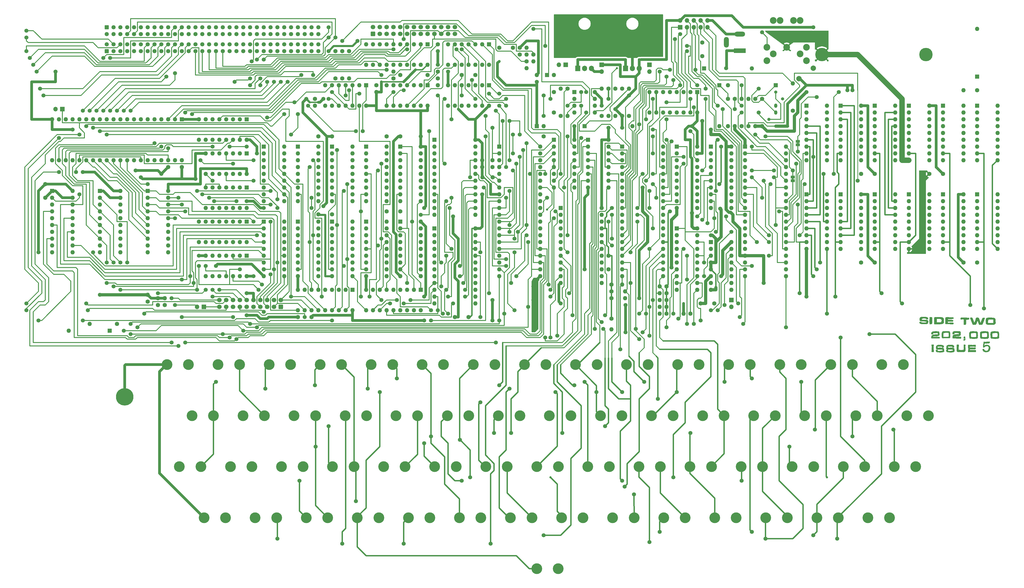
<source format=gbr>
%TF.GenerationSoftware,KiCad,Pcbnew,8.0.4*%
%TF.CreationDate,2024-11-18T10:43:41+00:00*%
%TF.ProjectId,AtomV5Board,41746f6d-5635-4426-9f61-72642e6b6963,rev?*%
%TF.SameCoordinates,Original*%
%TF.FileFunction,Copper,L1,Top*%
%TF.FilePolarity,Positive*%
%FSLAX46Y46*%
G04 Gerber Fmt 4.6, Leading zero omitted, Abs format (unit mm)*
G04 Created by KiCad (PCBNEW 8.0.4) date 2024-11-18 10:43:41*
%MOMM*%
%LPD*%
G01*
G04 APERTURE LIST*
G04 Aperture macros list*
%AMRoundRect*
0 Rectangle with rounded corners*
0 $1 Rounding radius*
0 $2 $3 $4 $5 $6 $7 $8 $9 X,Y pos of 4 corners*
0 Add a 4 corners polygon primitive as box body*
4,1,4,$2,$3,$4,$5,$6,$7,$8,$9,$2,$3,0*
0 Add four circle primitives for the rounded corners*
1,1,$1+$1,$2,$3*
1,1,$1+$1,$4,$5*
1,1,$1+$1,$6,$7*
1,1,$1+$1,$8,$9*
0 Add four rect primitives between the rounded corners*
20,1,$1+$1,$2,$3,$4,$5,0*
20,1,$1+$1,$4,$5,$6,$7,0*
20,1,$1+$1,$6,$7,$8,$9,0*
20,1,$1+$1,$8,$9,$2,$3,0*%
G04 Aperture macros list end*
%TA.AperFunction,EtchedComponent*%
%ADD10C,0.000000*%
%TD*%
%TA.AperFunction,ComponentPad*%
%ADD11R,1.600000X1.600000*%
%TD*%
%TA.AperFunction,ComponentPad*%
%ADD12O,1.600000X1.600000*%
%TD*%
%TA.AperFunction,ComponentPad*%
%ADD13C,1.600000*%
%TD*%
%TA.AperFunction,ComponentPad*%
%ADD14R,1.905000X2.000000*%
%TD*%
%TA.AperFunction,ComponentPad*%
%ADD15O,1.905000X2.000000*%
%TD*%
%TA.AperFunction,ComponentPad*%
%ADD16R,1.700000X1.700000*%
%TD*%
%TA.AperFunction,ComponentPad*%
%ADD17O,1.700000X1.700000*%
%TD*%
%TA.AperFunction,ComponentPad*%
%ADD18RoundRect,0.249999X-0.525001X-0.525001X0.525001X-0.525001X0.525001X0.525001X-0.525001X0.525001X0*%
%TD*%
%TA.AperFunction,ComponentPad*%
%ADD19C,1.550000*%
%TD*%
%TA.AperFunction,SMDPad,CuDef*%
%ADD20R,1.500000X1.000000*%
%TD*%
%TA.AperFunction,ComponentPad*%
%ADD21O,1.200000X1.600000*%
%TD*%
%TA.AperFunction,ComponentPad*%
%ADD22O,1.200000X1.200000*%
%TD*%
%TA.AperFunction,ComponentPad*%
%ADD23C,6.500000*%
%TD*%
%TA.AperFunction,ComponentPad*%
%ADD24R,4.400000X1.800000*%
%TD*%
%TA.AperFunction,ComponentPad*%
%ADD25O,1.800000X4.000000*%
%TD*%
%TA.AperFunction,ComponentPad*%
%ADD26O,4.000000X1.800000*%
%TD*%
%TA.AperFunction,ComponentPad*%
%ADD27C,2.000000*%
%TD*%
%TA.AperFunction,ComponentPad*%
%ADD28C,5.000000*%
%TD*%
%TA.AperFunction,ComponentPad*%
%ADD29RoundRect,0.249999X0.525001X-0.525001X0.525001X0.525001X-0.525001X0.525001X-0.525001X-0.525001X0*%
%TD*%
%TA.AperFunction,ComponentPad*%
%ADD30RoundRect,0.250000X0.600000X-0.600000X0.600000X0.600000X-0.600000X0.600000X-0.600000X-0.600000X0*%
%TD*%
%TA.AperFunction,ComponentPad*%
%ADD31C,1.700000*%
%TD*%
%TA.AperFunction,ComponentPad*%
%ADD32C,2.500000*%
%TD*%
%TA.AperFunction,ComponentPad*%
%ADD33C,4.000000*%
%TD*%
%TA.AperFunction,ViaPad*%
%ADD34C,1.500000*%
%TD*%
%TA.AperFunction,ViaPad*%
%ADD35C,0.600000*%
%TD*%
%TA.AperFunction,ViaPad*%
%ADD36C,0.800000*%
%TD*%
%TA.AperFunction,Conductor*%
%ADD37C,0.300000*%
%TD*%
%TA.AperFunction,Conductor*%
%ADD38C,0.500000*%
%TD*%
%TA.AperFunction,Conductor*%
%ADD39C,0.250000*%
%TD*%
%TA.AperFunction,Conductor*%
%ADD40C,1.200000*%
%TD*%
%TA.AperFunction,Conductor*%
%ADD41C,1.000000*%
%TD*%
%TA.AperFunction,Conductor*%
%ADD42C,0.750000*%
%TD*%
%TA.AperFunction,Conductor*%
%ADD43C,2.000000*%
%TD*%
G04 APERTURE END LIST*
D10*
%TA.AperFunction,EtchedComponent*%
%TO.C,G\u002A\u002A\u002A*%
G36*
X383540561Y-148321569D02*
G01*
X383526014Y-148336117D01*
X383511466Y-148321569D01*
X383526014Y-148307022D01*
X383540561Y-148321569D01*
G37*
%TD.AperFunction*%
%TA.AperFunction,EtchedComponent*%
G36*
X385897262Y-143229931D02*
G01*
X385882715Y-143244479D01*
X385868167Y-143229931D01*
X385882715Y-143215384D01*
X385897262Y-143229931D01*
G37*
%TD.AperFunction*%
%TA.AperFunction,EtchedComponent*%
G36*
X383298102Y-143806983D02*
G01*
X383301584Y-143841512D01*
X383298102Y-143845777D01*
X383280805Y-143841783D01*
X383278706Y-143826380D01*
X383289351Y-143802432D01*
X383298102Y-143806983D01*
G37*
%TD.AperFunction*%
%TA.AperFunction,EtchedComponent*%
G36*
X377521432Y-144126787D02*
G01*
X377540708Y-144174999D01*
X377538690Y-144193506D01*
X377518843Y-144183133D01*
X377506928Y-144159849D01*
X377490443Y-144104602D01*
X377497212Y-144093580D01*
X377521432Y-144126787D01*
G37*
%TD.AperFunction*%
%TA.AperFunction,EtchedComponent*%
G36*
X381565648Y-144126787D02*
G01*
X381584923Y-144174999D01*
X381582905Y-144193506D01*
X381563059Y-144183133D01*
X381551143Y-144159849D01*
X381534659Y-144104602D01*
X381541427Y-144093580D01*
X381565648Y-144126787D01*
G37*
%TD.AperFunction*%
%TA.AperFunction,EtchedComponent*%
G36*
X385435293Y-144126787D02*
G01*
X385454568Y-144174999D01*
X385452550Y-144193506D01*
X385432704Y-144183133D01*
X385420788Y-144159849D01*
X385404304Y-144104602D01*
X385411072Y-144093580D01*
X385435293Y-144126787D01*
G37*
%TD.AperFunction*%
%TA.AperFunction,EtchedComponent*%
G36*
X375199547Y-144418609D02*
G01*
X375270763Y-144454586D01*
X375316531Y-144524137D01*
X375341821Y-144635023D01*
X375351601Y-144795009D01*
X375351782Y-144805080D01*
X375355834Y-144965833D01*
X375362530Y-145147449D01*
X375370484Y-145312739D01*
X375371169Y-145324776D01*
X375377103Y-145454372D01*
X375375245Y-145543433D01*
X375363121Y-145609374D01*
X375338257Y-145669608D01*
X375316479Y-145709751D01*
X375244310Y-145814221D01*
X375166952Y-145871474D01*
X375069418Y-145891651D01*
X375046959Y-145892130D01*
X374959352Y-145913612D01*
X374921667Y-145950321D01*
X374870793Y-145999017D01*
X374806137Y-145996952D01*
X374721060Y-145943819D01*
X374717480Y-145940908D01*
X374675272Y-145901337D01*
X374651231Y-145857942D01*
X374640321Y-145793586D01*
X374637504Y-145691133D01*
X374637468Y-145668664D01*
X374640526Y-145550264D01*
X374655851Y-145478423D01*
X374692675Y-145441588D01*
X374760229Y-145428207D01*
X374830879Y-145426609D01*
X374948562Y-145411177D01*
X375021136Y-145366419D01*
X375044799Y-145298051D01*
X375023507Y-145239513D01*
X374956641Y-145205666D01*
X374839715Y-145194254D01*
X374838370Y-145194246D01*
X374763149Y-145174960D01*
X374718514Y-145142932D01*
X374683023Y-145084442D01*
X374661345Y-145016614D01*
X374657305Y-144959290D01*
X374674725Y-144932311D01*
X374677872Y-144932046D01*
X374696782Y-144904094D01*
X374702611Y-144821727D01*
X374700482Y-144760140D01*
X374700409Y-144656004D01*
X374710439Y-144568204D01*
X374722646Y-144528600D01*
X374780406Y-144475355D01*
X374882369Y-144435121D01*
X375015209Y-144412163D01*
X375097917Y-144408444D01*
X375199547Y-144418609D01*
G37*
%TD.AperFunction*%
%TA.AperFunction,EtchedComponent*%
G36*
X363180148Y-147450550D02*
G01*
X363355061Y-147456215D01*
X363478567Y-147465319D01*
X363557389Y-147478633D01*
X363598247Y-147496926D01*
X363600159Y-147498709D01*
X363618464Y-147527964D01*
X363626472Y-147576488D01*
X363624515Y-147656109D01*
X363612922Y-147778654D01*
X363608957Y-147813904D01*
X363595054Y-147947369D01*
X363584642Y-148070634D01*
X363579276Y-148164179D01*
X363578912Y-148190641D01*
X363584377Y-148544120D01*
X363590041Y-148844675D01*
X363596103Y-149097572D01*
X363602759Y-149308078D01*
X363610207Y-149481459D01*
X363618645Y-149622981D01*
X363628269Y-149737911D01*
X363639278Y-149831514D01*
X363640847Y-149842576D01*
X363658461Y-149969644D01*
X363666291Y-150052503D01*
X363663625Y-150104422D01*
X363649748Y-150138673D01*
X363623947Y-150168525D01*
X363623284Y-150169188D01*
X363572956Y-150206727D01*
X363505234Y-150229845D01*
X363409392Y-150239919D01*
X363274703Y-150238324D01*
X363144914Y-150230525D01*
X362969663Y-150210073D01*
X362847541Y-150176434D01*
X362774527Y-150127379D01*
X362746600Y-150060676D01*
X362749799Y-150011331D01*
X362765555Y-149919945D01*
X362783347Y-149801570D01*
X362800949Y-149673169D01*
X362816131Y-149551706D01*
X362826667Y-149454145D01*
X362830337Y-149398087D01*
X362823780Y-149334266D01*
X362808059Y-149243701D01*
X362800863Y-149209425D01*
X362786866Y-149090067D01*
X362806842Y-148977412D01*
X362814241Y-148954528D01*
X362840212Y-148840832D01*
X362836001Y-148721792D01*
X362829455Y-148681390D01*
X362817167Y-148532751D01*
X362830817Y-148429852D01*
X362844841Y-148330615D01*
X362842025Y-148222055D01*
X362840038Y-148207917D01*
X362827643Y-148097129D01*
X362821910Y-147978399D01*
X362821870Y-147959921D01*
X362813810Y-147863929D01*
X362783862Y-147806335D01*
X362765680Y-147790974D01*
X362725393Y-147755324D01*
X362711851Y-147713091D01*
X362724252Y-147648044D01*
X362754458Y-147563052D01*
X362800428Y-147442681D01*
X363180148Y-147450550D01*
G37*
%TD.AperFunction*%
%TA.AperFunction,EtchedComponent*%
G36*
X372846874Y-147443015D02*
G01*
X372887898Y-147454010D01*
X372913779Y-147473336D01*
X372935272Y-147502623D01*
X372937638Y-147506230D01*
X372971490Y-147603633D01*
X372965640Y-147659710D01*
X372957533Y-147712485D01*
X372946662Y-147813155D01*
X372933951Y-147951540D01*
X372920324Y-148117464D01*
X372906705Y-148300746D01*
X372904234Y-148336117D01*
X372890601Y-148529913D01*
X372877064Y-148716199D01*
X372864555Y-148882611D01*
X372854006Y-149016782D01*
X372846346Y-149106346D01*
X372845842Y-149111673D01*
X372837946Y-149210535D01*
X372840803Y-149266647D01*
X372858227Y-149295034D01*
X372894036Y-149310720D01*
X372896591Y-149311506D01*
X372973265Y-149347079D01*
X373014685Y-149376279D01*
X373068472Y-149403552D01*
X373150959Y-149407398D01*
X373205094Y-149401724D01*
X373395300Y-149405263D01*
X373503263Y-149430026D01*
X373667524Y-149461523D01*
X373792922Y-149455456D01*
X373876341Y-149446395D01*
X373999794Y-149438551D01*
X374145128Y-149432886D01*
X374263421Y-149430581D01*
X374416201Y-149427585D01*
X374521979Y-149421179D01*
X374591915Y-149409820D01*
X374637166Y-149391964D01*
X374658919Y-149375882D01*
X374673138Y-149355809D01*
X374685383Y-149320390D01*
X374695836Y-149265394D01*
X374704681Y-149186593D01*
X374712100Y-149079758D01*
X374718274Y-148940658D01*
X374723387Y-148765066D01*
X374727622Y-148548752D01*
X374731160Y-148287486D01*
X374734185Y-147977040D01*
X374736878Y-147613184D01*
X374737214Y-147561605D01*
X374737985Y-147441732D01*
X375047625Y-147445225D01*
X375357264Y-147448717D01*
X375386602Y-147608740D01*
X375405331Y-147803668D01*
X375383270Y-147990267D01*
X375361036Y-148075354D01*
X375345689Y-148173909D01*
X375355649Y-148295611D01*
X375366036Y-148351757D01*
X375382616Y-148470680D01*
X375392037Y-148616213D01*
X375392277Y-148757004D01*
X375392238Y-148757995D01*
X375388684Y-148874612D01*
X375385483Y-149030896D01*
X375382939Y-149208323D01*
X375381357Y-149388372D01*
X375381156Y-149429677D01*
X375379017Y-149613140D01*
X375373828Y-149746390D01*
X375364889Y-149837355D01*
X375351496Y-149893965D01*
X375337858Y-149918952D01*
X375294458Y-149958084D01*
X375216625Y-150016691D01*
X375119388Y-150083598D01*
X375095159Y-150099438D01*
X374893995Y-150229570D01*
X373783773Y-150241390D01*
X373489799Y-150244198D01*
X373247851Y-150245657D01*
X373051775Y-150245608D01*
X372895419Y-150243888D01*
X372772631Y-150240338D01*
X372677257Y-150234797D01*
X372603144Y-150227104D01*
X372544140Y-150217099D01*
X372506254Y-150208022D01*
X372417446Y-150180651D01*
X372356781Y-150155482D01*
X372338958Y-150140802D01*
X372323717Y-150107290D01*
X372283734Y-150040472D01*
X372227621Y-149954727D01*
X372226837Y-149953572D01*
X372114717Y-149788373D01*
X372128262Y-149418659D01*
X372134678Y-149240623D01*
X372138744Y-149108495D01*
X372140225Y-149010033D01*
X372138889Y-148932995D01*
X372134502Y-148865137D01*
X372126830Y-148794216D01*
X372115640Y-148707990D01*
X372114552Y-148699805D01*
X372103271Y-148584025D01*
X372095303Y-148438850D01*
X372090542Y-148274930D01*
X372088885Y-148102914D01*
X372090225Y-147933451D01*
X372094458Y-147777191D01*
X372101479Y-147644783D01*
X372111182Y-147546878D01*
X372123462Y-147494123D01*
X372126493Y-147489641D01*
X372173273Y-147472381D01*
X372273115Y-147458236D01*
X372420945Y-147447789D01*
X372525400Y-147443693D01*
X372676381Y-147439487D01*
X372779954Y-147438718D01*
X372846874Y-147443015D01*
G37*
%TD.AperFunction*%
%TA.AperFunction,EtchedComponent*%
G36*
X367916506Y-142424983D02*
G01*
X368040155Y-142425466D01*
X368149146Y-142425578D01*
X368224343Y-142425310D01*
X368236552Y-142425168D01*
X368289930Y-142425682D01*
X368389603Y-142427841D01*
X368523708Y-142431345D01*
X368680383Y-142435892D01*
X368774811Y-142438822D01*
X369041753Y-142452198D01*
X369254867Y-142474060D01*
X369417992Y-142505132D01*
X369534970Y-142546138D01*
X369607747Y-142595853D01*
X369640434Y-142658109D01*
X369669141Y-142769391D01*
X369692628Y-142920597D01*
X369709659Y-143102627D01*
X369718995Y-143306381D01*
X369720401Y-143423842D01*
X369722722Y-143546162D01*
X369728967Y-143645109D01*
X369738053Y-143707303D01*
X369744431Y-143721417D01*
X369758481Y-143757415D01*
X369767310Y-143832063D01*
X369770784Y-143926151D01*
X369768769Y-144020468D01*
X369761129Y-144095804D01*
X369747732Y-144132949D01*
X369747315Y-144133226D01*
X369729209Y-144171996D01*
X369721394Y-144242644D01*
X369723880Y-144319788D01*
X369736676Y-144378041D01*
X369747217Y-144392326D01*
X369761670Y-144429830D01*
X369766336Y-144504956D01*
X369762296Y-144598156D01*
X369750629Y-144689884D01*
X369732416Y-144760595D01*
X369726106Y-144774303D01*
X369688315Y-144826624D01*
X369625633Y-144898732D01*
X369584233Y-144942027D01*
X369473086Y-145053895D01*
X368847545Y-145067439D01*
X368617685Y-145072113D01*
X368365760Y-145076725D01*
X368112501Y-145080930D01*
X367878639Y-145084380D01*
X367707007Y-145086500D01*
X367497906Y-145090234D01*
X367342401Y-145096581D01*
X367235943Y-145105887D01*
X367173983Y-145118496D01*
X367155655Y-145128385D01*
X367112151Y-145160306D01*
X367075389Y-145148553D01*
X367031782Y-145092016D01*
X366986787Y-145043591D01*
X366940470Y-145020238D01*
X366909137Y-145026740D01*
X366905452Y-145054956D01*
X366887417Y-145087008D01*
X366854536Y-145098599D01*
X366809965Y-145087737D01*
X366760351Y-145037549D01*
X366705571Y-144953814D01*
X366653140Y-144861548D01*
X366613578Y-144777926D01*
X366585105Y-144692563D01*
X366565944Y-144595074D01*
X366554317Y-144475074D01*
X366548445Y-144322178D01*
X366546553Y-144126000D01*
X366546520Y-144024786D01*
X366547672Y-143726070D01*
X366551305Y-143479016D01*
X366553357Y-143424099D01*
X367166336Y-143424099D01*
X367170043Y-143517134D01*
X367176333Y-143608518D01*
X367181487Y-143738841D01*
X367184877Y-143888853D01*
X367185888Y-144004061D01*
X367190107Y-144202182D01*
X367206089Y-144349353D01*
X367240220Y-144452563D01*
X367298884Y-144518803D01*
X367388466Y-144555063D01*
X367515352Y-144568333D01*
X367685925Y-144565604D01*
X367698293Y-144565057D01*
X367835396Y-144559769D01*
X368010883Y-144554347D01*
X368204953Y-144549336D01*
X368397805Y-144545278D01*
X368454765Y-144544291D01*
X368678686Y-144538722D01*
X368850843Y-144526175D01*
X368977656Y-144500561D01*
X369065545Y-144455791D01*
X369120930Y-144385778D01*
X369150230Y-144284434D01*
X369159865Y-144145670D01*
X369156255Y-143963398D01*
X369152785Y-143882324D01*
X369146285Y-143727717D01*
X369141222Y-143585374D01*
X369138055Y-143469926D01*
X369137244Y-143396003D01*
X369137339Y-143390030D01*
X369118691Y-143256383D01*
X369062706Y-143148553D01*
X368978909Y-143073989D01*
X368876826Y-143040138D01*
X368765983Y-143054450D01*
X368729256Y-143070932D01*
X368656094Y-143084449D01*
X368610470Y-143067597D01*
X368557386Y-143057001D01*
X368457894Y-143052649D01*
X368323355Y-143053808D01*
X368165130Y-143059743D01*
X367994582Y-143069717D01*
X367823071Y-143082998D01*
X367661958Y-143098848D01*
X367522607Y-143116535D01*
X367416377Y-143135322D01*
X367370354Y-143147817D01*
X367258139Y-143208426D01*
X367191218Y-143298520D01*
X367166336Y-143424099D01*
X366553357Y-143424099D01*
X366558849Y-143277104D01*
X366571730Y-143113815D01*
X366591378Y-142982629D01*
X366619219Y-142877027D01*
X366656683Y-142790490D01*
X366705198Y-142716498D01*
X366766191Y-142648532D01*
X366841092Y-142580074D01*
X366868019Y-142557175D01*
X366921126Y-142517984D01*
X366979167Y-142491334D01*
X367057407Y-142472938D01*
X367171107Y-142458511D01*
X367243739Y-142451648D01*
X367381455Y-142439584D01*
X367485545Y-142431579D01*
X367574961Y-142426883D01*
X367668651Y-142424744D01*
X367785563Y-142424411D01*
X367916506Y-142424983D01*
G37*
%TD.AperFunction*%
%TA.AperFunction,EtchedComponent*%
G36*
X378454149Y-142475740D02*
G01*
X378609373Y-142480523D01*
X378721539Y-142489577D01*
X378727365Y-142490371D01*
X378841137Y-142502637D01*
X378986610Y-142513014D01*
X379137298Y-142519721D01*
X379179018Y-142520741D01*
X379397200Y-142535440D01*
X379590348Y-142569255D01*
X379748595Y-142619636D01*
X379862070Y-142684034D01*
X379882818Y-142702554D01*
X379913305Y-142736981D01*
X379934899Y-142776385D01*
X379950001Y-142832145D01*
X379961013Y-142915644D01*
X379970335Y-143038264D01*
X379976846Y-143148214D01*
X379986814Y-143293516D01*
X379998816Y-143420669D01*
X380011406Y-143516762D01*
X380023139Y-143568885D01*
X380024181Y-143571128D01*
X380031149Y-143642816D01*
X380016130Y-143676381D01*
X379997541Y-143751922D01*
X380006079Y-143786157D01*
X380023600Y-143854121D01*
X380034249Y-143950867D01*
X380037623Y-144056465D01*
X380033318Y-144150986D01*
X380020931Y-144214498D01*
X380014969Y-144225295D01*
X379998720Y-144281874D01*
X380005879Y-144371319D01*
X380005917Y-144371512D01*
X380017595Y-144459326D01*
X380026384Y-144577313D01*
X380029956Y-144680444D01*
X380032579Y-144879868D01*
X379902664Y-144992893D01*
X379816976Y-145067707D01*
X379737431Y-145137595D01*
X379700214Y-145170554D01*
X379617802Y-145217932D01*
X379497967Y-145255385D01*
X379361271Y-145277858D01*
X379249038Y-145281483D01*
X379061664Y-145277090D01*
X378925731Y-145281785D01*
X378835116Y-145296114D01*
X378783700Y-145320626D01*
X378780680Y-145323457D01*
X378730047Y-145358163D01*
X378701427Y-145364323D01*
X378654299Y-145357571D01*
X378572620Y-145344957D01*
X378521661Y-145336852D01*
X378414719Y-145318783D01*
X378315420Y-145300593D01*
X378284255Y-145294390D01*
X378202890Y-145289656D01*
X378139531Y-145304845D01*
X378068856Y-145317241D01*
X378027796Y-145300848D01*
X377975383Y-145286557D01*
X377879579Y-145274061D01*
X377755182Y-145264914D01*
X377648809Y-145261120D01*
X377433029Y-145254273D01*
X377268844Y-145242362D01*
X377149789Y-145224198D01*
X377069396Y-145198593D01*
X377021202Y-145164359D01*
X377006906Y-145143133D01*
X376961340Y-145068567D01*
X376928829Y-145026752D01*
X376885766Y-144947716D01*
X376848030Y-144816359D01*
X376816281Y-144638363D01*
X376791180Y-144419410D01*
X376773388Y-144165181D01*
X376763565Y-143881358D01*
X376763194Y-143804346D01*
X377462883Y-143804346D01*
X377463422Y-143875871D01*
X377467953Y-144095470D01*
X377478690Y-144264708D01*
X377497405Y-144391248D01*
X377525872Y-144482749D01*
X377565864Y-144546873D01*
X377619153Y-144591281D01*
X377630514Y-144597893D01*
X377673276Y-144614461D01*
X377736873Y-144625418D01*
X377830299Y-144631281D01*
X377962548Y-144632570D01*
X378142615Y-144629801D01*
X378172520Y-144629110D01*
X378339694Y-144625480D01*
X378493873Y-144622776D01*
X378622274Y-144621174D01*
X378712114Y-144620851D01*
X378739874Y-144621264D01*
X378950668Y-144622512D01*
X379111322Y-144610016D01*
X379228618Y-144582127D01*
X379309335Y-144537191D01*
X379360254Y-144473556D01*
X379362242Y-144469647D01*
X379378956Y-144405569D01*
X379391962Y-144296201D01*
X379401202Y-144153849D01*
X379406623Y-143990819D01*
X379408169Y-143819417D01*
X379405785Y-143651949D01*
X379399415Y-143500721D01*
X379389004Y-143378038D01*
X379374497Y-143296206D01*
X379367594Y-143277782D01*
X379322228Y-143212576D01*
X379258958Y-143168149D01*
X379168547Y-143142172D01*
X379041760Y-143132314D01*
X378869358Y-143136245D01*
X378817943Y-143139116D01*
X378654064Y-143148340D01*
X378458307Y-143158311D01*
X378256949Y-143167738D01*
X378099782Y-143174407D01*
X377895651Y-143183829D01*
X377740222Y-143198590D01*
X377626932Y-143225921D01*
X377549218Y-143273059D01*
X377500519Y-143347236D01*
X377474272Y-143455687D01*
X377463915Y-143605646D01*
X377462883Y-143804346D01*
X376763194Y-143804346D01*
X376762180Y-143593620D01*
X376768349Y-143373508D01*
X376784101Y-143200115D01*
X376811767Y-143062425D01*
X376853678Y-142949420D01*
X376912162Y-142850084D01*
X376922466Y-142835739D01*
X377033441Y-142700643D01*
X377141120Y-142609751D01*
X377261635Y-142552416D01*
X377401500Y-142519527D01*
X377521480Y-142505137D01*
X377682285Y-142493174D01*
X377869935Y-142483946D01*
X378070449Y-142477759D01*
X378269847Y-142474921D01*
X378454149Y-142475740D01*
G37*
%TD.AperFunction*%
%TA.AperFunction,EtchedComponent*%
G36*
X386408218Y-142476333D02*
G01*
X386561881Y-142482962D01*
X386639187Y-142490112D01*
X386756036Y-142502132D01*
X386908152Y-142513785D01*
X387072622Y-142523460D01*
X387178239Y-142528029D01*
X387374009Y-142539597D01*
X387523223Y-142560497D01*
X387637188Y-142593880D01*
X387727207Y-142642901D01*
X387793824Y-142699699D01*
X387817871Y-142728184D01*
X387838020Y-142765371D01*
X387855302Y-142817869D01*
X387870747Y-142892291D01*
X387885384Y-142995249D01*
X387900243Y-143133354D01*
X387916355Y-143313216D01*
X387934748Y-143541449D01*
X387944402Y-143666357D01*
X387951971Y-143743382D01*
X387959831Y-143791808D01*
X387961755Y-143797285D01*
X387967113Y-143831607D01*
X387973083Y-143907688D01*
X387978381Y-144009130D01*
X387978425Y-144010182D01*
X387979767Y-144124437D01*
X387970997Y-144191553D01*
X387950524Y-144221958D01*
X387945742Y-144224235D01*
X387917022Y-144261643D01*
X387905522Y-144326690D01*
X387912933Y-144390935D01*
X387933917Y-144422829D01*
X387947927Y-144458678D01*
X387958241Y-144536890D01*
X387962917Y-144641667D01*
X387963013Y-144659436D01*
X387963013Y-144878061D01*
X387841216Y-144985038D01*
X387753155Y-145063212D01*
X387667354Y-145140676D01*
X387633235Y-145172027D01*
X387566966Y-145224198D01*
X387510423Y-145253492D01*
X387500450Y-145255468D01*
X387437950Y-145261565D01*
X387366563Y-145269946D01*
X387272739Y-145277412D01*
X387177446Y-145279463D01*
X387004547Y-145277845D01*
X386880368Y-145279592D01*
X386795489Y-145285560D01*
X386740494Y-145296608D01*
X386705965Y-145313594D01*
X386694540Y-145323457D01*
X386643907Y-145358163D01*
X386615287Y-145364323D01*
X386568159Y-145357571D01*
X386486480Y-145344957D01*
X386435521Y-145336852D01*
X386328580Y-145318783D01*
X386229280Y-145300593D01*
X386198115Y-145294390D01*
X386116807Y-145289630D01*
X386053538Y-145304763D01*
X385990708Y-145317057D01*
X385916134Y-145290394D01*
X385801197Y-145260350D01*
X385740664Y-145265035D01*
X385677225Y-145276070D01*
X385615677Y-145280532D01*
X385537674Y-145278522D01*
X385424871Y-145270141D01*
X385388098Y-145266976D01*
X385224862Y-145251889D01*
X385108584Y-145237282D01*
X385028197Y-145219284D01*
X384972632Y-145194028D01*
X384930820Y-145157642D01*
X384891695Y-145106259D01*
X384880236Y-145089431D01*
X384815450Y-144978971D01*
X384769936Y-144861760D01*
X384738596Y-144720680D01*
X384716390Y-144539209D01*
X384701980Y-144359346D01*
X384690705Y-144167365D01*
X384682670Y-143972552D01*
X384678482Y-143804346D01*
X385376744Y-143804346D01*
X385377283Y-143875871D01*
X385381814Y-144095470D01*
X385392550Y-144264708D01*
X385411266Y-144391248D01*
X385439733Y-144482749D01*
X385479724Y-144546873D01*
X385533014Y-144591281D01*
X385544374Y-144597893D01*
X385587137Y-144614461D01*
X385650733Y-144625418D01*
X385744159Y-144631281D01*
X385876408Y-144632570D01*
X386056475Y-144629801D01*
X386086380Y-144629110D01*
X386253554Y-144625480D01*
X386407733Y-144622776D01*
X386536134Y-144621174D01*
X386625975Y-144620851D01*
X386653734Y-144621264D01*
X386864528Y-144622512D01*
X387025183Y-144610016D01*
X387142478Y-144582127D01*
X387223195Y-144537191D01*
X387274114Y-144473556D01*
X387276102Y-144469647D01*
X387292817Y-144405569D01*
X387305822Y-144296201D01*
X387315062Y-144153849D01*
X387320483Y-143990819D01*
X387322029Y-143819417D01*
X387319645Y-143651949D01*
X387313275Y-143500721D01*
X387302864Y-143378038D01*
X387288358Y-143296206D01*
X387281454Y-143277782D01*
X387236088Y-143212576D01*
X387172818Y-143168149D01*
X387082408Y-143142172D01*
X386955620Y-143132314D01*
X386783218Y-143136245D01*
X386731804Y-143139116D01*
X386567924Y-143148340D01*
X386372167Y-143158311D01*
X386170809Y-143167738D01*
X386013643Y-143174407D01*
X385809511Y-143183829D01*
X385654082Y-143198590D01*
X385540792Y-143225921D01*
X385463079Y-143273059D01*
X385414380Y-143347236D01*
X385388133Y-143455687D01*
X385377775Y-143605646D01*
X385376744Y-143804346D01*
X384678482Y-143804346D01*
X384677980Y-143784188D01*
X384676741Y-143611559D01*
X384679059Y-143463949D01*
X384685038Y-143350640D01*
X384694784Y-143280918D01*
X384701910Y-143264390D01*
X384713408Y-143223132D01*
X384714318Y-143147228D01*
X384711217Y-143110565D01*
X384707497Y-143026331D01*
X384723858Y-142956868D01*
X384767785Y-142877174D01*
X384791924Y-142840965D01*
X384924473Y-142690290D01*
X385087278Y-142586095D01*
X385286835Y-142524389D01*
X385315361Y-142519355D01*
X385443227Y-142503976D01*
X385612702Y-142491441D01*
X385808863Y-142482080D01*
X386016785Y-142476222D01*
X386221544Y-142474196D01*
X386408218Y-142476333D01*
G37*
%TD.AperFunction*%
%TA.AperFunction,EtchedComponent*%
G36*
X382714873Y-142456244D02*
G01*
X382734991Y-142459486D01*
X382827452Y-142471734D01*
X382958567Y-142483575D01*
X383108814Y-142493439D01*
X383220515Y-142498530D01*
X383362699Y-142506161D01*
X383490725Y-142517597D01*
X383589045Y-142531180D01*
X383637014Y-142542922D01*
X383720871Y-142567095D01*
X383786310Y-142575292D01*
X383856820Y-142602340D01*
X383932715Y-142678885D01*
X383966434Y-142727042D01*
X383989725Y-142775633D01*
X384005225Y-142837430D01*
X384015572Y-142925207D01*
X384023405Y-143051736D01*
X384027362Y-143137133D01*
X384036391Y-143281849D01*
X384049297Y-143411106D01*
X384064331Y-143510491D01*
X384079197Y-143564524D01*
X384099841Y-143640157D01*
X384085205Y-143684224D01*
X384070662Y-143752567D01*
X384079243Y-143786057D01*
X384100469Y-143869847D01*
X384109291Y-143981611D01*
X384106135Y-144099226D01*
X384091426Y-144200569D01*
X384070175Y-144257370D01*
X384042377Y-144310851D01*
X384047365Y-144357519D01*
X384073935Y-144407846D01*
X384109152Y-144509012D01*
X384121268Y-144638091D01*
X384109199Y-144769129D01*
X384091693Y-144833092D01*
X384049792Y-144900824D01*
X383979264Y-144974939D01*
X383942708Y-145004731D01*
X383852387Y-145075846D01*
X383766677Y-145150237D01*
X383742168Y-145173551D01*
X383630529Y-145247197D01*
X383505643Y-145283534D01*
X383400535Y-145302442D01*
X383333893Y-145310742D01*
X383286908Y-145308094D01*
X383240768Y-145294152D01*
X383200060Y-145277959D01*
X383141780Y-145259643D01*
X383084122Y-145258582D01*
X383007460Y-145276672D01*
X382923657Y-145304660D01*
X382826086Y-145336901D01*
X382749351Y-145358545D01*
X382711352Y-145364826D01*
X382667663Y-145357363D01*
X382588598Y-145342979D01*
X382536781Y-145333328D01*
X382394256Y-145313637D01*
X382251476Y-145305567D01*
X382136724Y-145310712D01*
X382086520Y-145303798D01*
X382013265Y-145280391D01*
X382006518Y-145277715D01*
X381926726Y-145255193D01*
X381851050Y-145263622D01*
X381808717Y-145277421D01*
X381724064Y-145298950D01*
X381671934Y-145287391D01*
X381666780Y-145283500D01*
X381608634Y-145258418D01*
X381559083Y-145252160D01*
X381494345Y-145249616D01*
X381394493Y-145242807D01*
X381292730Y-145234235D01*
X381187171Y-145222822D01*
X381120894Y-145206361D01*
X381075173Y-145175220D01*
X381031283Y-145119767D01*
X381010266Y-145088949D01*
X380946732Y-144981048D01*
X380902046Y-144867236D01*
X380871431Y-144730966D01*
X380850112Y-144555689D01*
X380847391Y-144524662D01*
X380838169Y-144384210D01*
X380830849Y-144211279D01*
X380825537Y-144018210D01*
X380822339Y-143817341D01*
X380822274Y-143804346D01*
X381507099Y-143804346D01*
X381507638Y-143875871D01*
X381512389Y-144098109D01*
X381523590Y-144269598D01*
X381542784Y-144397571D01*
X381571514Y-144489262D01*
X381611324Y-144551906D01*
X381660154Y-144590728D01*
X381730980Y-144613671D01*
X381845130Y-144631644D01*
X381988568Y-144644336D01*
X382147258Y-144651433D01*
X382307166Y-144652623D01*
X382454256Y-144647593D01*
X382574493Y-144636030D01*
X382653841Y-144617623D01*
X382663598Y-144613077D01*
X382714324Y-144605327D01*
X382796836Y-144610629D01*
X382838168Y-144617200D01*
X382996736Y-144631654D01*
X383147580Y-144617298D01*
X383277351Y-144577590D01*
X383372698Y-144515991D01*
X383408026Y-144469580D01*
X383424847Y-144406428D01*
X383437823Y-144297651D01*
X383446920Y-144155591D01*
X383452108Y-143992588D01*
X383453352Y-143820985D01*
X383450621Y-143653122D01*
X383443882Y-143501342D01*
X383433104Y-143377985D01*
X383418252Y-143295392D01*
X383411162Y-143276530D01*
X383365875Y-143211767D01*
X383302349Y-143167673D01*
X383211394Y-143141949D01*
X383083821Y-143132293D01*
X382910437Y-143136406D01*
X382862159Y-143139116D01*
X382698279Y-143148340D01*
X382502522Y-143158311D01*
X382301164Y-143167738D01*
X382143998Y-143174407D01*
X381939866Y-143183829D01*
X381784437Y-143198590D01*
X381671147Y-143225921D01*
X381593434Y-143273059D01*
X381544735Y-143347236D01*
X381518488Y-143455687D01*
X381508130Y-143605646D01*
X381507099Y-143804346D01*
X380822274Y-143804346D01*
X380821362Y-143621012D01*
X380822713Y-143441563D01*
X380826498Y-143291334D01*
X380832822Y-143182663D01*
X380835594Y-143157193D01*
X380843254Y-143068065D01*
X380840795Y-143006060D01*
X380832830Y-142988017D01*
X380820470Y-142956066D01*
X380845648Y-142889751D01*
X380905473Y-142796555D01*
X380908261Y-142792759D01*
X381025811Y-142678649D01*
X381191134Y-142591124D01*
X381405451Y-142529817D01*
X381669982Y-142494361D01*
X381932909Y-142484283D01*
X382084180Y-142481279D01*
X382234329Y-142474206D01*
X382361193Y-142464282D01*
X382414945Y-142457765D01*
X382566616Y-142447058D01*
X382714873Y-142456244D01*
G37*
%TD.AperFunction*%
%TA.AperFunction,EtchedComponent*%
G36*
X366029313Y-147518950D02*
G01*
X366169491Y-147521323D01*
X366277643Y-147525808D01*
X366362488Y-147532880D01*
X366432745Y-147543011D01*
X366497134Y-147556673D01*
X366544625Y-147568928D01*
X366653318Y-147595184D01*
X366716776Y-147601701D01*
X366744225Y-147589235D01*
X366745932Y-147585412D01*
X366781154Y-147553779D01*
X366837328Y-147552686D01*
X366888345Y-147578447D01*
X366906435Y-147608077D01*
X366947084Y-147657926D01*
X367042018Y-147697713D01*
X367055304Y-147701396D01*
X367133524Y-147725901D01*
X367181721Y-147747904D01*
X367189129Y-147756066D01*
X367205451Y-147787669D01*
X367247646Y-147849785D01*
X367290761Y-147908045D01*
X367342139Y-147977851D01*
X367371158Y-148032473D01*
X367382449Y-148091575D01*
X367380641Y-148174820D01*
X367373829Y-148260748D01*
X367364104Y-148366242D01*
X367349226Y-148436990D01*
X367318843Y-148480541D01*
X367262603Y-148504442D01*
X367170154Y-148516243D01*
X367031145Y-148523493D01*
X367012355Y-148524346D01*
X366855061Y-148527590D01*
X366746979Y-148518451D01*
X366679896Y-148493949D01*
X366645599Y-148451103D01*
X366635877Y-148387753D01*
X366631594Y-148322992D01*
X366615371Y-148271833D01*
X366581139Y-148232694D01*
X366522826Y-148203992D01*
X366434361Y-148184144D01*
X366309675Y-148171568D01*
X366142697Y-148164681D01*
X365927356Y-148161901D01*
X365768152Y-148161546D01*
X365556758Y-148162106D01*
X365395383Y-148164171D01*
X365275862Y-148168318D01*
X365190029Y-148175125D01*
X365129721Y-148185169D01*
X365086773Y-148199027D01*
X365062404Y-148211462D01*
X365004795Y-148255048D01*
X364978125Y-148294064D01*
X364977904Y-148296760D01*
X364995302Y-148336942D01*
X365040310Y-148404304D01*
X365087010Y-148464294D01*
X365196117Y-148596446D01*
X365545258Y-148585726D01*
X365693424Y-148579736D01*
X365830528Y-148571617D01*
X365940242Y-148562486D01*
X366001431Y-148554454D01*
X366119172Y-148550198D01*
X366211468Y-148567895D01*
X366295725Y-148587673D01*
X366410771Y-148604773D01*
X366511767Y-148614028D01*
X366687668Y-148625961D01*
X366853771Y-148639251D01*
X366996989Y-148652701D01*
X367104237Y-148665114D01*
X367150518Y-148672467D01*
X367233317Y-148707685D01*
X367312807Y-148770374D01*
X367371690Y-148843783D01*
X367392795Y-148907081D01*
X367408297Y-148989058D01*
X367432084Y-149042696D01*
X367453513Y-149108928D01*
X367468874Y-149221155D01*
X367476529Y-149367349D01*
X367476562Y-149368992D01*
X367482733Y-149499281D01*
X367494653Y-149618313D01*
X367510113Y-149706060D01*
X367515836Y-149725351D01*
X367533246Y-149792776D01*
X367526542Y-149855036D01*
X367492437Y-149938102D01*
X367487648Y-149948027D01*
X367428083Y-150043455D01*
X367353860Y-150128168D01*
X367329075Y-150149334D01*
X367247053Y-150201334D01*
X367145354Y-150251766D01*
X367040787Y-150293969D01*
X366950164Y-150321279D01*
X366890292Y-150327034D01*
X366884640Y-150325491D01*
X366840049Y-150323972D01*
X366754563Y-150332648D01*
X366644232Y-150349724D01*
X366607487Y-150356444D01*
X366471051Y-150381605D01*
X366380768Y-150395877D01*
X366325832Y-150400270D01*
X366295438Y-150395796D01*
X366281919Y-150386906D01*
X366249516Y-150381738D01*
X366168085Y-150376182D01*
X366046783Y-150370649D01*
X365894768Y-150365549D01*
X365721196Y-150361294D01*
X365702443Y-150360919D01*
X365421745Y-150351914D01*
X365195054Y-150336984D01*
X365023318Y-150316250D01*
X364907485Y-150289831D01*
X364848504Y-150257846D01*
X364844764Y-150252813D01*
X364808060Y-150236347D01*
X364737003Y-150227686D01*
X364717345Y-150227297D01*
X364604447Y-150201916D01*
X364511584Y-150124875D01*
X364437673Y-149994826D01*
X364381633Y-149810420D01*
X364381158Y-149808292D01*
X364353178Y-149630595D01*
X364359580Y-149498770D01*
X364401541Y-149410902D01*
X364480238Y-149365077D01*
X364596848Y-149359380D01*
X364652164Y-149367492D01*
X364748832Y-149379116D01*
X364864568Y-149384487D01*
X364906784Y-149384323D01*
X365026655Y-149395391D01*
X365105934Y-149431861D01*
X365139083Y-149489281D01*
X365123224Y-149558399D01*
X365101442Y-149644686D01*
X365121931Y-149722645D01*
X365178459Y-149773145D01*
X365194955Y-149778631D01*
X365249702Y-149783990D01*
X365351598Y-149786455D01*
X365489689Y-149786334D01*
X365653020Y-149783936D01*
X365830639Y-149779567D01*
X366011591Y-149773535D01*
X366184923Y-149766148D01*
X366339681Y-149757714D01*
X366464911Y-149748539D01*
X366535701Y-149740979D01*
X366677701Y-149709265D01*
X366772651Y-149654871D01*
X366829661Y-149570364D01*
X366853136Y-149481914D01*
X366872909Y-149362076D01*
X366543677Y-149340209D01*
X366418232Y-149333764D01*
X366247856Y-149327738D01*
X366045806Y-149322452D01*
X365825339Y-149318228D01*
X365599714Y-149315386D01*
X365486544Y-149314571D01*
X364758644Y-149310802D01*
X364622520Y-149199464D01*
X364494829Y-149064139D01*
X364421161Y-148912823D01*
X364403153Y-148749246D01*
X364407241Y-148708958D01*
X364417873Y-148622797D01*
X364431128Y-148499992D01*
X364444749Y-148361885D01*
X364449925Y-148305670D01*
X364475282Y-148111419D01*
X364517088Y-147962442D01*
X364583560Y-147846410D01*
X364682916Y-147750993D01*
X364823375Y-147663861D01*
X364905166Y-147622629D01*
X364984676Y-147585372D01*
X365052441Y-147558432D01*
X365120187Y-147540098D01*
X365199638Y-147528661D01*
X365302519Y-147522410D01*
X365440556Y-147519635D01*
X365617995Y-147518651D01*
X365848387Y-147518217D01*
X366029313Y-147518950D01*
G37*
%TD.AperFunction*%
%TA.AperFunction,EtchedComponent*%
G36*
X377376098Y-147503883D02*
G01*
X377550712Y-147508884D01*
X377704989Y-147516503D01*
X377829120Y-147526733D01*
X377913298Y-147539564D01*
X377930414Y-147544292D01*
X378024490Y-147569024D01*
X378108871Y-147569082D01*
X378196965Y-147550784D01*
X378279645Y-147537178D01*
X378402004Y-147526340D01*
X378550261Y-147518503D01*
X378710638Y-147513903D01*
X378869354Y-147512772D01*
X379012630Y-147515345D01*
X379126685Y-147521857D01*
X379197741Y-147532540D01*
X379201561Y-147533716D01*
X379243036Y-147553489D01*
X379260017Y-147587711D01*
X379258527Y-147654400D01*
X379254392Y-147691804D01*
X379251243Y-147801338D01*
X379263157Y-147908085D01*
X379269254Y-147933218D01*
X379284918Y-148016671D01*
X379271749Y-148091065D01*
X379245518Y-148151431D01*
X379205457Y-148222376D01*
X379164871Y-148252941D01*
X379102751Y-148257208D01*
X379089015Y-148256364D01*
X379029208Y-148253683D01*
X378921859Y-148250300D01*
X378777607Y-148246494D01*
X378607092Y-148242541D01*
X378420952Y-148238718D01*
X378388184Y-148238095D01*
X378173582Y-148232490D01*
X377993654Y-148224588D01*
X377854639Y-148214805D01*
X377762781Y-148203555D01*
X377728184Y-148194194D01*
X377621380Y-148163412D01*
X377522605Y-148183445D01*
X377482175Y-148211171D01*
X377430615Y-148243779D01*
X377380661Y-148231393D01*
X377371173Y-148225719D01*
X377309419Y-148204926D01*
X377217167Y-148192349D01*
X377169758Y-148190641D01*
X377084555Y-148192128D01*
X377045839Y-148201289D01*
X377041910Y-148225182D01*
X377055816Y-148259346D01*
X377071190Y-148326240D01*
X377049223Y-148400651D01*
X377040645Y-148417924D01*
X377009432Y-148482453D01*
X376994409Y-148521704D01*
X376994169Y-148523790D01*
X377019655Y-148537892D01*
X377085825Y-148537943D01*
X377177253Y-148525304D01*
X377278512Y-148501333D01*
X377291026Y-148497628D01*
X377382791Y-148474188D01*
X377451325Y-148473219D01*
X377527319Y-148495315D01*
X377546150Y-148502569D01*
X377630153Y-148529969D01*
X377688486Y-148530340D01*
X377733661Y-148511989D01*
X377793166Y-148498112D01*
X377893183Y-148491899D01*
X378016643Y-148492595D01*
X378146480Y-148499444D01*
X378265626Y-148511689D01*
X378357015Y-148528575D01*
X378392488Y-148541168D01*
X378442997Y-148546412D01*
X378536863Y-148537209D01*
X378661451Y-148514959D01*
X378695768Y-148507556D01*
X378820523Y-148483481D01*
X378932041Y-148468569D01*
X379012297Y-148464990D01*
X379031388Y-148467168D01*
X379102956Y-148502106D01*
X379167316Y-148564145D01*
X379210959Y-148635686D01*
X379220378Y-148699130D01*
X379217068Y-148709075D01*
X379203047Y-148762669D01*
X379188629Y-148853358D01*
X379178352Y-148946867D01*
X379172531Y-149014029D01*
X379164388Y-149068838D01*
X379148461Y-149112531D01*
X379119285Y-149146345D01*
X379071396Y-149171517D01*
X378999331Y-149189284D01*
X378897626Y-149200883D01*
X378760818Y-149207552D01*
X378583442Y-149210527D01*
X378360035Y-149211046D01*
X378085133Y-149210346D01*
X378015540Y-149210146D01*
X377030801Y-149207453D01*
X377052742Y-149327440D01*
X377082903Y-149430721D01*
X377125403Y-149497734D01*
X377173374Y-149520276D01*
X377203649Y-149507679D01*
X377247430Y-149495554D01*
X377340579Y-149485600D01*
X377474314Y-149477844D01*
X377639852Y-149472315D01*
X377828412Y-149469040D01*
X378031210Y-149468046D01*
X378239464Y-149469363D01*
X378444391Y-149473017D01*
X378637210Y-149479036D01*
X378809137Y-149487449D01*
X378951391Y-149498282D01*
X378987182Y-149502033D01*
X379060861Y-149499379D01*
X379119950Y-149487948D01*
X379202763Y-149487658D01*
X379261946Y-149521837D01*
X379294310Y-149553133D01*
X379314298Y-149592174D01*
X379324838Y-149652720D01*
X379328859Y-149748529D01*
X379329365Y-149838495D01*
X379324518Y-150000690D01*
X379308057Y-150114297D01*
X379277103Y-150188261D01*
X379228778Y-150231524D01*
X379198870Y-150243915D01*
X379147074Y-150251118D01*
X379047220Y-150257207D01*
X378909433Y-150262133D01*
X378743836Y-150265843D01*
X378560551Y-150268288D01*
X378369703Y-150269415D01*
X378181414Y-150269174D01*
X378005807Y-150267514D01*
X377853007Y-150264384D01*
X377733136Y-150259732D01*
X377656318Y-150253508D01*
X377645278Y-150251749D01*
X377572217Y-150242378D01*
X377455561Y-150232746D01*
X377309896Y-150223842D01*
X377149804Y-150216657D01*
X377107020Y-150215174D01*
X376941904Y-150210385D01*
X376825125Y-150209092D01*
X376746888Y-150212186D01*
X376697398Y-150220562D01*
X376666858Y-150235112D01*
X376645475Y-150256729D01*
X376645029Y-150257297D01*
X376615514Y-150289802D01*
X376585239Y-150296143D01*
X376535282Y-150275199D01*
X376485852Y-150247863D01*
X376407207Y-150193152D01*
X376359796Y-150125741D01*
X376330913Y-150043236D01*
X376309237Y-149954484D01*
X376308311Y-149896905D01*
X376329214Y-149846910D01*
X376340739Y-149828584D01*
X376364092Y-149762526D01*
X376382880Y-149649729D01*
X376396708Y-149501498D01*
X376405177Y-149329135D01*
X376407893Y-149143943D01*
X376404458Y-148957225D01*
X376394476Y-148780284D01*
X376381869Y-148656163D01*
X376366818Y-148524896D01*
X376356206Y-148406104D01*
X376351543Y-148318058D01*
X376351836Y-148292474D01*
X376354722Y-148227162D01*
X376358342Y-148120381D01*
X376362162Y-147988838D01*
X376364642Y-147892079D01*
X376372091Y-147728929D01*
X376385089Y-147613371D01*
X376403055Y-147550048D01*
X376408240Y-147542938D01*
X376450587Y-147529362D01*
X376541253Y-147518467D01*
X376670431Y-147510243D01*
X376828313Y-147504681D01*
X377005090Y-147501773D01*
X377190955Y-147501510D01*
X377376098Y-147503883D01*
G37*
%TD.AperFunction*%
%TA.AperFunction,EtchedComponent*%
G36*
X364214143Y-142447555D02*
G01*
X364214158Y-142447556D01*
X364519124Y-142464045D01*
X364789722Y-142480602D01*
X365021718Y-142496890D01*
X365210882Y-142512569D01*
X365352981Y-142527300D01*
X365443783Y-142540745D01*
X365472520Y-142548310D01*
X365571749Y-142620065D01*
X365642614Y-142742255D01*
X365678323Y-142874179D01*
X365721809Y-143132105D01*
X365749373Y-143341403D01*
X365761194Y-143509362D01*
X365757448Y-143643273D01*
X365738313Y-143750425D01*
X365703967Y-143838109D01*
X365701888Y-143842050D01*
X365648250Y-143943662D01*
X365594939Y-144046460D01*
X365586344Y-144063276D01*
X365505784Y-144162125D01*
X365385947Y-144218650D01*
X365252677Y-144233711D01*
X365178678Y-144245651D01*
X365074833Y-144276995D01*
X364963297Y-144321027D01*
X364960567Y-144322248D01*
X364853240Y-144367837D01*
X364781228Y-144389744D01*
X364728256Y-144391206D01*
X364682901Y-144377508D01*
X364587636Y-144358765D01*
X364462925Y-144363466D01*
X364456655Y-144364300D01*
X364319014Y-144369455D01*
X364206765Y-144350052D01*
X364106087Y-144330627D01*
X363993510Y-144341582D01*
X363965717Y-144347643D01*
X363823874Y-144373372D01*
X363651387Y-144393856D01*
X363475762Y-144405998D01*
X363435865Y-144407335D01*
X363361233Y-144419610D01*
X363319484Y-144436864D01*
X363294987Y-144462258D01*
X363309412Y-144495883D01*
X363340253Y-144529117D01*
X363375617Y-144560985D01*
X363412047Y-144577545D01*
X363464909Y-144580363D01*
X363549569Y-144571007D01*
X363631204Y-144558788D01*
X363787542Y-144543625D01*
X363991844Y-144537871D01*
X364234669Y-144541426D01*
X364506572Y-144554192D01*
X364730596Y-144570301D01*
X364846772Y-144578692D01*
X364953490Y-144583064D01*
X365067475Y-144583464D01*
X365205450Y-144579940D01*
X365384139Y-144572540D01*
X365391844Y-144572188D01*
X365559283Y-144567242D01*
X365677582Y-144573852D01*
X365755465Y-144597423D01*
X365801657Y-144643361D01*
X365824882Y-144717071D01*
X365833864Y-144823956D01*
X365834623Y-144846510D01*
X365834207Y-144951560D01*
X365827535Y-145037362D01*
X365817825Y-145080138D01*
X365808103Y-145090518D01*
X365786712Y-145099287D01*
X365749019Y-145106602D01*
X365690394Y-145112616D01*
X365606206Y-145117485D01*
X365491824Y-145121365D01*
X365342618Y-145124410D01*
X365153955Y-145126777D01*
X364921206Y-145128619D01*
X364639740Y-145130093D01*
X364304925Y-145131353D01*
X364288336Y-145131408D01*
X363951849Y-145132400D01*
X363668649Y-145132882D01*
X363433834Y-145132710D01*
X363242503Y-145131741D01*
X363089753Y-145129833D01*
X362970683Y-145126843D01*
X362880392Y-145122628D01*
X362813976Y-145117044D01*
X362766535Y-145109950D01*
X362733166Y-145101202D01*
X362708968Y-145090658D01*
X362699457Y-145085096D01*
X362642673Y-145037754D01*
X362630261Y-144985009D01*
X362634314Y-144961088D01*
X362670718Y-144767927D01*
X362696463Y-144563343D01*
X362707710Y-144378720D01*
X362707903Y-144359598D01*
X362712593Y-144249268D01*
X362730061Y-144174186D01*
X362766730Y-144111757D01*
X362784691Y-144089423D01*
X362859653Y-144016648D01*
X362942411Y-143958197D01*
X362951988Y-143953122D01*
X363028322Y-143905758D01*
X363085905Y-143855052D01*
X363086724Y-143854063D01*
X363161058Y-143796441D01*
X363275108Y-143744796D01*
X363410409Y-143703848D01*
X363548502Y-143678312D01*
X363670922Y-143672906D01*
X363744484Y-143685995D01*
X363819293Y-143705386D01*
X363868922Y-143693938D01*
X363885705Y-143681846D01*
X363936435Y-143662906D01*
X364032684Y-143645929D01*
X364161795Y-143631539D01*
X364311111Y-143620359D01*
X364467977Y-143613013D01*
X364619736Y-143610125D01*
X364753732Y-143612320D01*
X364857308Y-143620220D01*
X364910482Y-143631328D01*
X364965490Y-143636383D01*
X365026721Y-143604697D01*
X365068088Y-143570410D01*
X365121439Y-143517930D01*
X365141598Y-143473908D01*
X365128324Y-143421193D01*
X365081375Y-143342633D01*
X365064530Y-143317216D01*
X365019876Y-143243569D01*
X364989967Y-143182460D01*
X364988719Y-143179015D01*
X364961977Y-143146206D01*
X364902113Y-143130872D01*
X364830752Y-143128098D01*
X364745724Y-143132766D01*
X364687857Y-143144631D01*
X364675234Y-143152616D01*
X364638320Y-143167223D01*
X364554807Y-143179282D01*
X364436243Y-143188559D01*
X364294171Y-143194820D01*
X364140140Y-143197832D01*
X363985694Y-143197360D01*
X363842380Y-143193170D01*
X363721743Y-143185029D01*
X363639530Y-143173604D01*
X363504249Y-143155170D01*
X363417348Y-143167670D01*
X363376897Y-143212801D01*
X363380962Y-143292260D01*
X363411440Y-143374037D01*
X363430157Y-143457807D01*
X363413367Y-143518022D01*
X363393857Y-143550972D01*
X363363264Y-143573106D01*
X363309442Y-143587986D01*
X363220242Y-143599174D01*
X363104136Y-143608697D01*
X362936415Y-143618147D01*
X362815143Y-143616371D01*
X362729412Y-143601945D01*
X362668313Y-143573447D01*
X362637785Y-143547855D01*
X362599837Y-143472295D01*
X362597450Y-143370177D01*
X362629891Y-143260430D01*
X362650407Y-143221954D01*
X362694384Y-143110208D01*
X362708488Y-142998579D01*
X362716312Y-142906506D01*
X362746656Y-142845998D01*
X362785149Y-142810164D01*
X362847527Y-142768579D01*
X362894291Y-142749936D01*
X362896086Y-142749862D01*
X362936608Y-142730391D01*
X362994726Y-142682004D01*
X363010964Y-142665732D01*
X363128149Y-142582502D01*
X363294300Y-142524160D01*
X363505311Y-142491728D01*
X363734089Y-142485621D01*
X363858717Y-142485777D01*
X363954092Y-142480797D01*
X364008947Y-142471512D01*
X364017766Y-142464726D01*
X364044364Y-142452306D01*
X364114600Y-142446165D01*
X364214143Y-142447555D01*
G37*
%TD.AperFunction*%
%TA.AperFunction,EtchedComponent*%
G36*
X384438022Y-146303393D02*
G01*
X384488148Y-146318074D01*
X384512365Y-146349646D01*
X384515698Y-146359076D01*
X384514864Y-146430678D01*
X384492957Y-146482730D01*
X384464425Y-146550532D01*
X384441558Y-146645981D01*
X384435795Y-146686152D01*
X384416334Y-146781464D01*
X384385333Y-146859228D01*
X384370806Y-146880219D01*
X384302860Y-146926918D01*
X384191276Y-146962602D01*
X384031975Y-146988069D01*
X383820879Y-147004115D01*
X383715132Y-147008256D01*
X383567478Y-147015730D01*
X383428648Y-147027975D01*
X383316414Y-147043139D01*
X383258889Y-147055766D01*
X383170504Y-147076322D01*
X383092002Y-147073702D01*
X382997033Y-147048852D01*
X382880255Y-147024565D01*
X382759298Y-147019300D01*
X382654722Y-147032499D01*
X382591429Y-147059847D01*
X382565188Y-147104294D01*
X382543893Y-147178752D01*
X382541920Y-147189923D01*
X382520194Y-147273152D01*
X382490006Y-147335881D01*
X382487273Y-147339385D01*
X382461815Y-147391372D01*
X382433015Y-147480763D01*
X382406060Y-147587404D01*
X382386138Y-147691138D01*
X382378626Y-147761489D01*
X382392659Y-147805001D01*
X382428539Y-147809003D01*
X382469816Y-147777795D01*
X382495469Y-147730940D01*
X382518670Y-147684060D01*
X382558262Y-147653195D01*
X382629643Y-147629701D01*
X382704895Y-147613387D01*
X382816892Y-147589742D01*
X382918810Y-147566019D01*
X382973207Y-147551681D01*
X383179295Y-147514456D01*
X383412886Y-147510551D01*
X383655423Y-147537722D01*
X383888350Y-147593725D01*
X384093112Y-147676318D01*
X384119107Y-147690226D01*
X384231953Y-147761859D01*
X384340320Y-147846121D01*
X384433283Y-147932690D01*
X384499911Y-148011248D01*
X384529277Y-148071475D01*
X384529794Y-148078065D01*
X384542018Y-148134238D01*
X384573354Y-148219020D01*
X384599493Y-148277216D01*
X384644066Y-148398004D01*
X384677720Y-148542278D01*
X384688296Y-148618940D01*
X384695479Y-148736078D01*
X384688360Y-148833919D01*
X384663369Y-148939215D01*
X384633145Y-149032221D01*
X384597466Y-149143524D01*
X384571162Y-149239881D01*
X384559154Y-149302953D01*
X384558889Y-149308855D01*
X384543375Y-149375110D01*
X384502848Y-149470920D01*
X384446329Y-149578643D01*
X384382838Y-149680634D01*
X384338554Y-149739797D01*
X384287836Y-149810133D01*
X384255340Y-149872198D01*
X384254304Y-149875279D01*
X384217889Y-149919395D01*
X384147148Y-149964662D01*
X384114092Y-149979510D01*
X384017659Y-150027663D01*
X383931204Y-150086547D01*
X383914671Y-150101038D01*
X383858474Y-150142743D01*
X383784199Y-150171666D01*
X383675557Y-150193200D01*
X383609172Y-150202156D01*
X383479558Y-150221668D01*
X383354539Y-150246364D01*
X383260008Y-150271092D01*
X383255867Y-150272466D01*
X383189668Y-150293337D01*
X383131510Y-150305360D01*
X383067825Y-150308399D01*
X382985041Y-150302320D01*
X382869590Y-150286987D01*
X382740447Y-150267323D01*
X382518758Y-150219598D01*
X382332114Y-150152179D01*
X382188424Y-150068529D01*
X382108370Y-149990481D01*
X382042983Y-149910156D01*
X381966740Y-149824777D01*
X381953071Y-149810414D01*
X381810968Y-149639928D01*
X381725324Y-149481106D01*
X381695795Y-149336553D01*
X381706449Y-149237103D01*
X381747026Y-149163952D01*
X381823338Y-149114255D01*
X381941197Y-149085167D01*
X382106415Y-149073844D01*
X382231283Y-149074407D01*
X382391306Y-149078041D01*
X382400433Y-149194421D01*
X382437377Y-149314369D01*
X382524312Y-149431261D01*
X382653296Y-149536541D01*
X382784089Y-149607853D01*
X382878064Y-149652788D01*
X382954393Y-149694274D01*
X382987755Y-149716571D01*
X383085269Y-149767008D01*
X383186599Y-149762436D01*
X383245929Y-149731834D01*
X383328022Y-149693662D01*
X383432770Y-149671794D01*
X383453276Y-149670300D01*
X383577299Y-149657726D01*
X383663865Y-149626780D01*
X383723721Y-149567282D01*
X383767617Y-149469055D01*
X383802181Y-149339897D01*
X383834062Y-149233348D01*
X383875068Y-149134600D01*
X383892128Y-149103327D01*
X383934713Y-149014072D01*
X383969169Y-148908091D01*
X383974431Y-148885114D01*
X384000062Y-148781377D01*
X384030720Y-148684460D01*
X384037563Y-148666631D01*
X384057216Y-148601357D01*
X384054397Y-148538135D01*
X384027360Y-148451687D01*
X384021694Y-148436685D01*
X383970237Y-148335670D01*
X383895627Y-148226753D01*
X383845434Y-148167551D01*
X383760107Y-148086537D01*
X383683027Y-148040415D01*
X383590504Y-148015435D01*
X383580414Y-148013721D01*
X383444785Y-147994854D01*
X383350469Y-147992483D01*
X383282458Y-148008466D01*
X383225747Y-148044659D01*
X383208717Y-148059713D01*
X383143790Y-148106634D01*
X383066672Y-148128221D01*
X382978982Y-148132560D01*
X382826540Y-148151935D01*
X382701587Y-148214244D01*
X382592429Y-148326128D01*
X382561395Y-148369786D01*
X382476703Y-148496140D01*
X382239458Y-148510687D01*
X382002212Y-148525235D01*
X381959263Y-148435013D01*
X381940311Y-148379144D01*
X381929007Y-148301070D01*
X381924625Y-148190017D01*
X381926436Y-148035209D01*
X381928191Y-147975101D01*
X381934634Y-147830428D01*
X381943593Y-147704043D01*
X381953922Y-147608898D01*
X381964473Y-147557942D01*
X381965295Y-147556159D01*
X381980616Y-147503085D01*
X381996225Y-147411995D01*
X382008349Y-147306508D01*
X382023190Y-147195193D01*
X382044556Y-147100135D01*
X382066441Y-147044652D01*
X382090065Y-146976453D01*
X382104562Y-146865647D01*
X382108010Y-146774451D01*
X382113925Y-146602223D01*
X382130023Y-146481676D01*
X382157582Y-146406984D01*
X382196127Y-146372968D01*
X382243870Y-146368498D01*
X382335064Y-146370960D01*
X382455470Y-146379679D01*
X382558839Y-146390198D01*
X382728581Y-146406633D01*
X382863471Y-146411486D01*
X382985691Y-146404723D01*
X383098911Y-146389375D01*
X383249698Y-146371331D01*
X383419306Y-146360591D01*
X383556357Y-146359318D01*
X383703861Y-146358075D01*
X383862968Y-146348337D01*
X383991535Y-146333283D01*
X384122342Y-146315904D01*
X384255935Y-146303833D01*
X384345989Y-146300038D01*
X384438022Y-146303393D01*
G37*
%TD.AperFunction*%
%TA.AperFunction,EtchedComponent*%
G36*
X369413798Y-147521016D02*
G01*
X369656250Y-147522428D01*
X369850375Y-147524905D01*
X370001102Y-147528544D01*
X370113360Y-147533444D01*
X370192078Y-147539705D01*
X370215017Y-147542574D01*
X370316906Y-147552045D01*
X370444590Y-147557051D01*
X370539212Y-147556982D01*
X370644411Y-147556679D01*
X370705276Y-147564039D01*
X370735506Y-147582494D01*
X370747254Y-147609103D01*
X370789817Y-147659264D01*
X370889077Y-147699550D01*
X370895854Y-147701396D01*
X370974074Y-147725901D01*
X371022270Y-147747904D01*
X371029679Y-147756066D01*
X371045998Y-147787688D01*
X371088167Y-147849771D01*
X371130807Y-147907385D01*
X371180712Y-147974974D01*
X371209652Y-148028247D01*
X371221842Y-148085747D01*
X371221496Y-148166017D01*
X371213943Y-148273145D01*
X371205546Y-148378000D01*
X371192992Y-148450483D01*
X371166763Y-148496770D01*
X371117337Y-148523038D01*
X371035195Y-148535463D01*
X370910815Y-148540223D01*
X370799232Y-148542195D01*
X370667295Y-148543082D01*
X370581122Y-148538701D01*
X370528385Y-148527156D01*
X370496757Y-148506552D01*
X370486324Y-148494090D01*
X370461814Y-148429472D01*
X370464149Y-148388559D01*
X370468415Y-148298603D01*
X370419818Y-148230289D01*
X370336998Y-148191709D01*
X370271619Y-148181675D01*
X370162179Y-148173703D01*
X370019192Y-148167794D01*
X369853173Y-148163949D01*
X369674639Y-148162168D01*
X369494104Y-148162450D01*
X369322083Y-148164797D01*
X369169092Y-148169209D01*
X369045647Y-148175686D01*
X368962262Y-148184229D01*
X368932921Y-148191665D01*
X368893948Y-148237456D01*
X368877899Y-148306806D01*
X368883608Y-148379284D01*
X368909906Y-148434461D01*
X368947824Y-148452497D01*
X368985070Y-148476220D01*
X369016825Y-148525235D01*
X369033378Y-148556642D01*
X369056230Y-148577393D01*
X369096392Y-148589693D01*
X369164875Y-148595751D01*
X369272688Y-148597775D01*
X369379623Y-148597972D01*
X369541508Y-148595612D01*
X369654422Y-148587864D01*
X369727417Y-148573726D01*
X369765756Y-148555255D01*
X369831306Y-148524629D01*
X369908310Y-148512211D01*
X369972191Y-148520035D01*
X369994655Y-148536305D01*
X370028974Y-148549888D01*
X370107158Y-148564323D01*
X370214972Y-148577227D01*
X370265502Y-148581606D01*
X370531214Y-148604668D01*
X370750433Y-148629109D01*
X370919987Y-148654479D01*
X371036703Y-148680326D01*
X371084649Y-148698140D01*
X371183368Y-148765357D01*
X371241019Y-148839633D01*
X371250031Y-148910996D01*
X371248975Y-148914607D01*
X371249216Y-148983350D01*
X371271094Y-149040346D01*
X371294640Y-149111861D01*
X371310522Y-149232210D01*
X371317112Y-149368992D01*
X371323207Y-149498992D01*
X371334930Y-149617454D01*
X371350112Y-149704490D01*
X371355771Y-149723651D01*
X371373294Y-149796397D01*
X371363340Y-149866027D01*
X371336689Y-149932994D01*
X371257532Y-150065670D01*
X371153240Y-150154990D01*
X371009344Y-150212989D01*
X370995695Y-150216634D01*
X370905284Y-150246809D01*
X370838599Y-150281342D01*
X370817775Y-150301242D01*
X370771540Y-150332420D01*
X370738225Y-150328969D01*
X370685290Y-150326156D01*
X370592987Y-150334008D01*
X370478813Y-150350859D01*
X370446219Y-150356789D01*
X370310229Y-150381856D01*
X370220356Y-150396015D01*
X370165761Y-150400274D01*
X370135604Y-150395643D01*
X370122469Y-150386906D01*
X370090066Y-150381738D01*
X370008635Y-150376182D01*
X369887333Y-150370649D01*
X369735318Y-150365549D01*
X369561746Y-150361294D01*
X369542992Y-150360919D01*
X369262295Y-150351914D01*
X369035604Y-150336984D01*
X368863868Y-150316250D01*
X368748035Y-150289831D01*
X368689054Y-150257846D01*
X368685314Y-150252813D01*
X368648610Y-150236347D01*
X368577552Y-150227686D01*
X368557895Y-150227297D01*
X368442545Y-150200019D01*
X368347405Y-150118183D01*
X368272473Y-149981785D01*
X368224841Y-149823714D01*
X368201236Y-149707540D01*
X368184505Y-149601549D01*
X368178362Y-149530545D01*
X368203369Y-149427505D01*
X368272117Y-149356606D01*
X368279471Y-149354444D01*
X368614788Y-149354444D01*
X368639080Y-149378318D01*
X368671261Y-149383539D01*
X368715874Y-149372838D01*
X368885638Y-149372838D01*
X368909342Y-149389657D01*
X368927407Y-149395730D01*
X368989937Y-149436618D01*
X369006424Y-149495059D01*
X368978393Y-149547802D01*
X368938437Y-149623103D01*
X368951537Y-149704517D01*
X368983076Y-149747671D01*
X369005170Y-149764100D01*
X369038991Y-149775863D01*
X369092552Y-149783375D01*
X369173865Y-149787054D01*
X369290942Y-149787316D01*
X369451796Y-149784576D01*
X369615894Y-149780542D01*
X369807954Y-149774511D01*
X369992370Y-149766933D01*
X370156609Y-149758457D01*
X370288133Y-149749732D01*
X370374407Y-149741408D01*
X370376251Y-149741160D01*
X370518281Y-149709295D01*
X370613245Y-149654800D01*
X370670250Y-149570239D01*
X370693686Y-149481914D01*
X370713459Y-149362076D01*
X370384226Y-149339226D01*
X370236937Y-149331271D01*
X370064180Y-149325590D01*
X369875502Y-149322110D01*
X369680450Y-149320757D01*
X369488569Y-149321457D01*
X369309405Y-149324135D01*
X369152505Y-149328717D01*
X369027416Y-149335130D01*
X368943682Y-149343299D01*
X368913559Y-149350646D01*
X368885638Y-149372838D01*
X368715874Y-149372838D01*
X368726959Y-149370179D01*
X368745716Y-149354444D01*
X368735415Y-149332870D01*
X368689243Y-149325349D01*
X368633748Y-149335099D01*
X368614788Y-149354444D01*
X368279471Y-149354444D01*
X368375194Y-149326304D01*
X368405924Y-149326093D01*
X368483751Y-149328625D01*
X368535765Y-149328482D01*
X368539982Y-149328168D01*
X368534955Y-149308747D01*
X368495558Y-149260659D01*
X368432858Y-149196811D01*
X368305114Y-149055148D01*
X368227959Y-148924607D01*
X368202964Y-148808460D01*
X368214971Y-148743448D01*
X368266789Y-148581277D01*
X368290932Y-148431634D01*
X368294904Y-148324501D01*
X368306313Y-148140548D01*
X368343897Y-147994415D01*
X368413266Y-147869486D01*
X368472874Y-147797364D01*
X368610405Y-147683674D01*
X368782976Y-147593682D01*
X368969290Y-147536526D01*
X369118091Y-147520568D01*
X369413798Y-147521016D01*
G37*
%TD.AperFunction*%
%TA.AperFunction,EtchedComponent*%
G36*
X372621743Y-142430978D02*
G01*
X372896635Y-142439260D01*
X373116250Y-142454098D01*
X373279812Y-142475466D01*
X373386545Y-142503338D01*
X373406855Y-142512686D01*
X373523163Y-142607100D01*
X373598620Y-142742876D01*
X373633137Y-142919849D01*
X373634292Y-142938980D01*
X373638395Y-143013705D01*
X373645219Y-143130345D01*
X373653804Y-143272746D01*
X373662897Y-143420071D01*
X373671695Y-143573903D01*
X373674990Y-143680527D01*
X373672060Y-143750730D01*
X373662182Y-143795296D01*
X373644633Y-143825011D01*
X373635058Y-143835402D01*
X373590358Y-143892237D01*
X373538299Y-143974771D01*
X373520231Y-144007440D01*
X373438130Y-144119862D01*
X373337650Y-144190715D01*
X373230147Y-144212545D01*
X373210667Y-144210655D01*
X373126555Y-144214978D01*
X373010341Y-144242523D01*
X372880599Y-144287910D01*
X372770133Y-144338259D01*
X372697917Y-144366846D01*
X372634343Y-144361536D01*
X372590552Y-144345110D01*
X372507092Y-144324106D01*
X372388149Y-144311503D01*
X372251557Y-144307207D01*
X372115148Y-144311123D01*
X371996757Y-144323156D01*
X371914218Y-144343214D01*
X371902531Y-144348755D01*
X371817232Y-144386183D01*
X371742509Y-144408823D01*
X371655223Y-144428355D01*
X371729975Y-144464235D01*
X371805922Y-144484646D01*
X371908699Y-144480190D01*
X371957691Y-144472312D01*
X372066640Y-144460210D01*
X372169594Y-144461040D01*
X372208645Y-144466611D01*
X372272314Y-144474635D01*
X372380914Y-144481710D01*
X372521187Y-144487229D01*
X372679875Y-144490584D01*
X372744796Y-144491180D01*
X372902166Y-144493807D01*
X373041581Y-144499384D01*
X373151378Y-144507199D01*
X373219898Y-144516540D01*
X373234159Y-144521052D01*
X373300687Y-144533860D01*
X373399787Y-144526173D01*
X373415883Y-144523278D01*
X373565218Y-144499274D01*
X373669353Y-144499140D01*
X373735834Y-144529738D01*
X373772207Y-144597930D01*
X373786018Y-144710579D01*
X373785290Y-144859213D01*
X373778789Y-144997837D01*
X373767516Y-145091217D01*
X373749045Y-145152253D01*
X373722749Y-145191887D01*
X373660496Y-145231462D01*
X373577693Y-145251806D01*
X373500154Y-145249134D01*
X373461447Y-145230217D01*
X373427100Y-145223593D01*
X373343323Y-145217324D01*
X373218879Y-145211771D01*
X373062529Y-145207292D01*
X372883035Y-145204245D01*
X372809233Y-145203527D01*
X372416770Y-145200277D01*
X372078824Y-145196954D01*
X371791723Y-145193442D01*
X371551791Y-145189625D01*
X371355357Y-145185389D01*
X371198748Y-145180617D01*
X371078289Y-145175193D01*
X370990308Y-145169003D01*
X370931132Y-145161930D01*
X370897088Y-145153858D01*
X370884502Y-145144673D01*
X370884231Y-145142932D01*
X370857793Y-145116823D01*
X370787068Y-145106578D01*
X370783740Y-145106563D01*
X370678254Y-145094420D01*
X370592709Y-145062631D01*
X370542322Y-145018158D01*
X370535063Y-144992776D01*
X370540856Y-144942344D01*
X370556068Y-144853946D01*
X370577450Y-144746412D01*
X370578200Y-144742864D01*
X370601508Y-144602717D01*
X370617375Y-144449859D01*
X370617902Y-144437699D01*
X371321808Y-144437699D01*
X371355544Y-144489748D01*
X371410882Y-144522069D01*
X371467290Y-144501555D01*
X371505365Y-144463706D01*
X371543204Y-144412946D01*
X371538900Y-144393734D01*
X371582486Y-144393734D01*
X371597033Y-144408282D01*
X371611581Y-144393734D01*
X371597033Y-144379187D01*
X371582486Y-144393734D01*
X371538900Y-144393734D01*
X371537812Y-144388875D01*
X371495200Y-144378505D01*
X371394910Y-144375308D01*
X371335238Y-144396533D01*
X371321808Y-144437699D01*
X370617902Y-144437699D01*
X370621843Y-144346741D01*
X370627305Y-144224500D01*
X370645572Y-144141678D01*
X370680538Y-144080297D01*
X370720758Y-144024358D01*
X370738670Y-143989939D01*
X370738728Y-143989088D01*
X370714272Y-143975068D01*
X370680538Y-143971856D01*
X370633253Y-143960095D01*
X370622348Y-143943784D01*
X370648110Y-143905232D01*
X370712191Y-143873013D01*
X370794787Y-143856206D01*
X370814952Y-143855475D01*
X370898562Y-143835984D01*
X370955066Y-143802036D01*
X371023827Y-143757620D01*
X371123160Y-143712525D01*
X371233912Y-143673300D01*
X371336931Y-143646494D01*
X371413063Y-143638654D01*
X371426880Y-143640730D01*
X371483904Y-143640994D01*
X371508212Y-143625201D01*
X371551088Y-143607670D01*
X371642947Y-143607764D01*
X371682157Y-143611665D01*
X371803954Y-143616132D01*
X371912698Y-143603315D01*
X371936909Y-143596677D01*
X372001191Y-143584349D01*
X372110485Y-143572729D01*
X372251615Y-143562853D01*
X372411405Y-143555756D01*
X372482700Y-143553813D01*
X372652394Y-143549842D01*
X372773380Y-143545456D01*
X372855127Y-143539021D01*
X372907104Y-143528899D01*
X372938780Y-143513454D01*
X372959624Y-143491050D01*
X372973682Y-143468964D01*
X373002896Y-143400152D01*
X372992114Y-143335198D01*
X372985230Y-143319164D01*
X372946150Y-143264507D01*
X372906935Y-143244479D01*
X372871186Y-143219248D01*
X372862669Y-143171741D01*
X372844953Y-143115866D01*
X372805782Y-143098106D01*
X372766125Y-143124223D01*
X372756810Y-143142646D01*
X372720829Y-143166967D01*
X372649395Y-143182582D01*
X372564778Y-143188147D01*
X372489249Y-143182319D01*
X372445076Y-143163755D01*
X372443480Y-143161545D01*
X372406581Y-143145093D01*
X372328438Y-143130924D01*
X372225983Y-143120215D01*
X372116151Y-143114145D01*
X372015877Y-143113890D01*
X371942095Y-143120629D01*
X371924108Y-143125426D01*
X371857873Y-143135565D01*
X371756390Y-143134521D01*
X371668775Y-143126161D01*
X371524701Y-143106375D01*
X371428944Y-143095398D01*
X371371778Y-143097927D01*
X371343476Y-143118665D01*
X371334311Y-143162309D01*
X371334556Y-143233562D01*
X371335177Y-143287352D01*
X371333781Y-143394566D01*
X371326027Y-143459032D01*
X371306569Y-143496186D01*
X371270061Y-143521460D01*
X371250748Y-143531091D01*
X371179880Y-143555119D01*
X371085895Y-143574031D01*
X370984702Y-143586453D01*
X370892207Y-143591008D01*
X370824320Y-143586321D01*
X370796948Y-143571017D01*
X370796919Y-143570337D01*
X370771389Y-143551840D01*
X370702579Y-143554400D01*
X370701010Y-143554652D01*
X370612931Y-143554759D01*
X370560610Y-143517108D01*
X370540832Y-143436844D01*
X370548225Y-143323973D01*
X370563209Y-143205810D01*
X370576151Y-143086724D01*
X370579822Y-143046658D01*
X370622352Y-142873935D01*
X370715336Y-142717605D01*
X370851344Y-142588090D01*
X370949443Y-142528128D01*
X371014728Y-142498435D01*
X371082135Y-142477578D01*
X371164900Y-142463476D01*
X371276258Y-142454047D01*
X371429446Y-142447208D01*
X371473154Y-142445745D01*
X371909227Y-142434194D01*
X372292349Y-142429281D01*
X372621743Y-142430978D01*
G37*
%TD.AperFunction*%
%TA.AperFunction,EtchedComponent*%
%TO.C,LK5*%
G36*
X313355000Y-72655000D02*
G01*
X312755000Y-72655000D01*
X312755000Y-72155000D01*
X313355000Y-72155000D01*
X313355000Y-72655000D01*
G37*
%TD.AperFunction*%
%TA.AperFunction,EtchedComponent*%
%TO.C,LK4*%
G36*
X311450000Y-85960000D02*
G01*
X310850000Y-85960000D01*
X310850000Y-85460000D01*
X311450000Y-85460000D01*
X311450000Y-85960000D01*
G37*
%TD.AperFunction*%
%TA.AperFunction,EtchedComponent*%
%TO.C,G\u002A\u002A\u002A*%
G36*
X369202270Y-138932642D02*
G01*
X369187722Y-138947190D01*
X369173175Y-138932642D01*
X369187722Y-138918095D01*
X369202270Y-138932642D01*
G37*
%TD.AperFunction*%
%TA.AperFunction,EtchedComponent*%
G36*
X362684672Y-137202721D02*
G01*
X362789136Y-137205770D01*
X362858459Y-137213350D01*
X362904164Y-137227253D01*
X362937771Y-137249273D01*
X362958293Y-137268494D01*
X362995535Y-137321499D01*
X363022279Y-137399735D01*
X363039397Y-137510372D01*
X363047758Y-137660581D01*
X363048232Y-137857534D01*
X363045482Y-137987052D01*
X363041727Y-138126325D01*
X363038901Y-138237688D01*
X363036837Y-138333686D01*
X363035372Y-138426860D01*
X363034341Y-138529753D01*
X363033580Y-138654909D01*
X363032924Y-138814870D01*
X363032315Y-138990832D01*
X363029858Y-139237248D01*
X363022455Y-139431627D01*
X363007256Y-139580084D01*
X362981414Y-139688736D01*
X362942080Y-139763696D01*
X362886408Y-139811081D01*
X362811549Y-139837006D01*
X362714655Y-139847586D01*
X362632602Y-139849137D01*
X362521347Y-139851780D01*
X362432394Y-139858777D01*
X362382041Y-139868730D01*
X362378020Y-139870966D01*
X362333769Y-139882599D01*
X362256444Y-139885331D01*
X362226858Y-139883847D01*
X362174133Y-139879875D01*
X362132533Y-139872207D01*
X362100157Y-139854411D01*
X362075107Y-139820056D01*
X362055483Y-139762710D01*
X362039385Y-139675940D01*
X362024915Y-139553316D01*
X362010173Y-139388405D01*
X361993260Y-139174777D01*
X361984632Y-139063570D01*
X361966965Y-138828233D01*
X361954771Y-138644199D01*
X361947870Y-138504856D01*
X361946079Y-138403593D01*
X361949217Y-138333798D01*
X361957102Y-138288860D01*
X361962918Y-138273329D01*
X361976102Y-138221455D01*
X361989099Y-138130468D01*
X361999232Y-138019392D01*
X361999757Y-138011474D01*
X362015447Y-137782193D01*
X362029971Y-137604212D01*
X362044385Y-137470683D01*
X362059748Y-137374759D01*
X362077116Y-137309590D01*
X362097545Y-137268330D01*
X362117702Y-137247245D01*
X362159713Y-137227195D01*
X362229316Y-137213752D01*
X362335926Y-137205901D01*
X362488961Y-137202628D01*
X362533547Y-137202410D01*
X362684672Y-137202721D01*
G37*
%TD.AperFunction*%
%TA.AperFunction,EtchedComponent*%
G36*
X374362755Y-137380815D02*
G01*
X374590940Y-137382519D01*
X374834390Y-137384991D01*
X375085952Y-137388136D01*
X375338476Y-137391861D01*
X375584809Y-137396072D01*
X375817801Y-137400675D01*
X376030298Y-137405576D01*
X376215149Y-137410683D01*
X376365204Y-137415900D01*
X376473309Y-137421133D01*
X376511922Y-137423952D01*
X376619681Y-137438217D01*
X376708803Y-137458083D01*
X376757091Y-137477690D01*
X376792232Y-137533340D01*
X376814164Y-137627542D01*
X376821764Y-137741927D01*
X376813908Y-137858126D01*
X376789471Y-137957770D01*
X376786867Y-137964234D01*
X376747888Y-138038354D01*
X376696106Y-138092610D01*
X376622709Y-138129856D01*
X376518881Y-138152947D01*
X376375809Y-138164736D01*
X376184679Y-138168079D01*
X376157495Y-138168047D01*
X375977077Y-138168049D01*
X375846715Y-138173532D01*
X375758282Y-138191058D01*
X375703653Y-138227190D01*
X375674704Y-138288492D01*
X375663308Y-138381527D01*
X375661341Y-138512859D01*
X375661377Y-138568799D01*
X375660234Y-138705409D01*
X375657078Y-138882443D01*
X375652313Y-139082184D01*
X375646345Y-139286915D01*
X375642065Y-139412811D01*
X375634528Y-139621602D01*
X375625815Y-139779375D01*
X375611054Y-139893182D01*
X375585374Y-139970078D01*
X375543904Y-140017115D01*
X375481774Y-140041349D01*
X375394113Y-140049833D01*
X375276049Y-140049620D01*
X375203129Y-140048443D01*
X375065966Y-140045560D01*
X374943655Y-140041233D01*
X374852209Y-140036124D01*
X374814934Y-140032406D01*
X374739511Y-140020728D01*
X374721657Y-139217728D01*
X374716469Y-138930733D01*
X374714969Y-138699020D01*
X374717201Y-138519798D01*
X374723210Y-138390272D01*
X374733040Y-138307650D01*
X374736451Y-138292662D01*
X374755605Y-138217849D01*
X374763305Y-138161632D01*
X374753041Y-138121604D01*
X374718299Y-138095360D01*
X374652568Y-138080494D01*
X374549336Y-138074600D01*
X374402092Y-138075274D01*
X374204324Y-138080108D01*
X374164058Y-138081202D01*
X373962691Y-138085955D01*
X373812485Y-138087581D01*
X373706480Y-138085793D01*
X373637716Y-138080306D01*
X373599233Y-138070834D01*
X373584173Y-138057362D01*
X373574288Y-138010443D01*
X373562316Y-137923520D01*
X373550707Y-137814603D01*
X373549764Y-137804332D01*
X373547029Y-137627893D01*
X373575546Y-137499553D01*
X373635779Y-137418035D01*
X373701110Y-137387087D01*
X373745696Y-137383547D01*
X373841306Y-137381244D01*
X373980786Y-137380083D01*
X374156987Y-137379972D01*
X374362755Y-137380815D01*
G37*
%TD.AperFunction*%
%TA.AperFunction,EtchedComponent*%
G36*
X364821812Y-137198234D02*
G01*
X365082950Y-137200676D01*
X365274435Y-137203160D01*
X365587103Y-137207855D01*
X365847500Y-137212294D01*
X366061544Y-137216781D01*
X366235153Y-137221623D01*
X366374243Y-137227128D01*
X366484732Y-137233601D01*
X366572536Y-137241349D01*
X366643573Y-137250679D01*
X366703761Y-137261897D01*
X366759016Y-137275309D01*
X366780359Y-137281159D01*
X366969510Y-137349278D01*
X367111631Y-137437151D01*
X367216489Y-137551877D01*
X367263544Y-137632442D01*
X367302453Y-137717569D01*
X367332445Y-137803493D01*
X367354587Y-137899194D01*
X367369949Y-138013655D01*
X367379600Y-138155857D01*
X367384608Y-138334781D01*
X367386043Y-138559409D01*
X367385868Y-138660252D01*
X367383828Y-139289810D01*
X367224287Y-139460367D01*
X367040419Y-139631637D01*
X366858366Y-139748738D01*
X366672511Y-139815214D01*
X366656451Y-139818625D01*
X366553112Y-139833097D01*
X366391653Y-139846582D01*
X366172133Y-139859077D01*
X365894614Y-139870579D01*
X365559157Y-139881086D01*
X365165822Y-139890594D01*
X365027127Y-139893438D01*
X364839394Y-139897671D01*
X364663013Y-139902633D01*
X364509504Y-139907923D01*
X364390388Y-139913143D01*
X364317187Y-139917892D01*
X364314298Y-139918174D01*
X364213975Y-139919984D01*
X364087898Y-139911096D01*
X363989120Y-139897565D01*
X363887807Y-139877408D01*
X363810174Y-139857357D01*
X363773486Y-139842017D01*
X363767624Y-139808328D01*
X363761815Y-139724133D01*
X363756332Y-139597117D01*
X363751445Y-139434964D01*
X363747427Y-139245358D01*
X363744547Y-139035983D01*
X363744363Y-139017462D01*
X363741671Y-138801265D01*
X363738007Y-138599196D01*
X363735474Y-138495728D01*
X364710709Y-138495728D01*
X364711637Y-138654163D01*
X364714314Y-138799246D01*
X364718814Y-138919055D01*
X364723265Y-138983415D01*
X364736176Y-139121473D01*
X364881651Y-139123293D01*
X364996961Y-139128781D01*
X365111109Y-139140343D01*
X365143507Y-139145258D01*
X365215006Y-139153144D01*
X365330342Y-139160794D01*
X365475167Y-139167458D01*
X365635131Y-139172387D01*
X365681766Y-139173375D01*
X365860959Y-139175391D01*
X365992878Y-139173105D01*
X366088333Y-139165715D01*
X366158134Y-139152420D01*
X366208901Y-139134323D01*
X366307968Y-139062675D01*
X366387398Y-138955505D01*
X366432772Y-138834981D01*
X366438238Y-138781751D01*
X366447960Y-138709936D01*
X366468533Y-138666677D01*
X366482393Y-138623160D01*
X366490256Y-138533785D01*
X366491204Y-138410665D01*
X366490354Y-138379065D01*
X366481881Y-138121747D01*
X366350800Y-138027697D01*
X366279936Y-137981510D01*
X366209874Y-137949953D01*
X366123440Y-137927812D01*
X366003459Y-137909872D01*
X365937342Y-137902159D01*
X365802112Y-137890616D01*
X365628736Y-137880973D01*
X365437251Y-137874090D01*
X365247692Y-137870823D01*
X365201931Y-137870672D01*
X365028395Y-137871306D01*
X364904360Y-137873820D01*
X364821144Y-137879129D01*
X364770064Y-137888151D01*
X364742439Y-137901801D01*
X364729771Y-137920514D01*
X364723043Y-137966891D01*
X364717699Y-138059522D01*
X364713814Y-138186486D01*
X364711459Y-138335862D01*
X364710709Y-138495728D01*
X363735474Y-138495728D01*
X363733621Y-138420046D01*
X363728761Y-138272603D01*
X363723678Y-138165660D01*
X363718620Y-138108005D01*
X363718558Y-138107630D01*
X363715893Y-138010458D01*
X363731405Y-137889434D01*
X363743753Y-137834585D01*
X363766225Y-137713628D01*
X363775725Y-137588643D01*
X363773874Y-137529544D01*
X363776506Y-137383261D01*
X363814642Y-137277268D01*
X363886773Y-137215323D01*
X363902440Y-137209400D01*
X363947035Y-137204609D01*
X364043498Y-137200952D01*
X364185519Y-137198457D01*
X364366785Y-137197154D01*
X364580987Y-137197070D01*
X364821812Y-137198234D01*
G37*
%TD.AperFunction*%
%TA.AperFunction,EtchedComponent*%
G36*
X385137257Y-137397508D02*
G01*
X385458295Y-137409250D01*
X385730738Y-137427882D01*
X385951734Y-137453247D01*
X386118431Y-137485187D01*
X386150151Y-137493846D01*
X386248292Y-137540794D01*
X386356913Y-137621434D01*
X386401883Y-137663286D01*
X386486317Y-137759026D01*
X386548498Y-137860458D01*
X386591099Y-137977897D01*
X386616796Y-138121659D01*
X386628263Y-138302058D01*
X386628174Y-138529409D01*
X386628051Y-138535617D01*
X386626748Y-138697197D01*
X386629006Y-138852084D01*
X386634361Y-138983729D01*
X386642349Y-139075582D01*
X386643364Y-139082514D01*
X386653188Y-139203276D01*
X386651414Y-139338358D01*
X386646204Y-139396736D01*
X386631098Y-139485872D01*
X386605353Y-139557349D01*
X386559314Y-139629534D01*
X386483327Y-139720795D01*
X386464999Y-139741480D01*
X386378614Y-139833629D01*
X386295502Y-139914132D01*
X386231228Y-139968070D01*
X386221979Y-139974373D01*
X386130223Y-140011500D01*
X385984050Y-140041901D01*
X385786867Y-140065390D01*
X385542079Y-140081779D01*
X385253092Y-140090882D01*
X384923312Y-140092510D01*
X384556144Y-140086477D01*
X384317161Y-140079024D01*
X383994292Y-140061507D01*
X383724163Y-140034448D01*
X383508001Y-139998052D01*
X383347033Y-139952517D01*
X383250085Y-139903691D01*
X383189555Y-139846987D01*
X383117795Y-139760607D01*
X383063466Y-139683076D01*
X383021775Y-139616368D01*
X382992912Y-139560745D01*
X382974178Y-139503131D01*
X382962868Y-139430450D01*
X382956282Y-139329624D01*
X382951718Y-139187578D01*
X382950357Y-139135662D01*
X382945850Y-139017741D01*
X383784532Y-139017741D01*
X383790665Y-139147068D01*
X383800653Y-139261513D01*
X383811325Y-139353282D01*
X383820818Y-139407174D01*
X383823365Y-139414038D01*
X383855063Y-139419772D01*
X383937511Y-139424438D01*
X384063273Y-139427903D01*
X384224917Y-139430033D01*
X384415008Y-139430694D01*
X384626113Y-139429753D01*
X384673958Y-139429325D01*
X384920453Y-139426604D01*
X385115925Y-139423481D01*
X385267541Y-139419477D01*
X385382467Y-139414118D01*
X385467872Y-139406925D01*
X385530921Y-139397422D01*
X385578783Y-139385132D01*
X385618623Y-139369577D01*
X385626440Y-139365948D01*
X385742820Y-139310732D01*
X385768919Y-138819656D01*
X385777021Y-138633024D01*
X385780371Y-138473458D01*
X385778969Y-138350029D01*
X385772816Y-138271806D01*
X385768919Y-138254905D01*
X385746054Y-138209985D01*
X385708740Y-138175308D01*
X385650340Y-138149818D01*
X385564219Y-138132453D01*
X385443740Y-138122156D01*
X385282266Y-138117868D01*
X385073163Y-138118529D01*
X384928158Y-138120750D01*
X384671880Y-138126079D01*
X384467013Y-138132223D01*
X384306781Y-138139892D01*
X384184404Y-138149791D01*
X384093104Y-138162630D01*
X384026103Y-138179114D01*
X383976624Y-138199952D01*
X383940426Y-138223831D01*
X383891229Y-138275510D01*
X383869769Y-138342526D01*
X383866188Y-138414117D01*
X383858320Y-138517052D01*
X383838064Y-138642215D01*
X383819322Y-138724777D01*
X383791852Y-138866332D01*
X383784532Y-139017741D01*
X382945850Y-139017741D01*
X382943437Y-138954627D01*
X382932916Y-138823973D01*
X382917872Y-138735951D01*
X382897382Y-138682814D01*
X382896229Y-138680983D01*
X382870271Y-138628877D01*
X382869565Y-138575418D01*
X382893133Y-138496216D01*
X382914578Y-138401186D01*
X382927679Y-138272898D01*
X382930242Y-138155846D01*
X382929944Y-138039818D01*
X382938345Y-137958379D01*
X382962061Y-137888684D01*
X383007707Y-137807890D01*
X383050103Y-137741928D01*
X383129477Y-137630050D01*
X383202459Y-137554591D01*
X383286464Y-137498873D01*
X383323625Y-137480019D01*
X383367481Y-137459668D01*
X383409703Y-137443453D01*
X383457429Y-137430791D01*
X383517798Y-137421100D01*
X383597949Y-137413795D01*
X383705020Y-137408295D01*
X383846152Y-137404016D01*
X384028482Y-137400375D01*
X384259150Y-137396789D01*
X384360804Y-137395322D01*
X384770475Y-137392813D01*
X385137257Y-137397508D01*
G37*
%TD.AperFunction*%
%TA.AperFunction,EtchedComponent*%
G36*
X368946707Y-137233917D02*
G01*
X369192124Y-137235770D01*
X369444850Y-137238594D01*
X369697679Y-137242292D01*
X369943408Y-137246772D01*
X370174831Y-137251939D01*
X370384743Y-137257699D01*
X370565939Y-137263959D01*
X370711215Y-137270623D01*
X370813365Y-137277599D01*
X370865185Y-137284791D01*
X370867150Y-137285452D01*
X370914415Y-137310522D01*
X370945566Y-137350871D01*
X370966756Y-137420179D01*
X370984141Y-137532125D01*
X370986455Y-137550626D01*
X370983892Y-137646374D01*
X370959615Y-137746852D01*
X370920752Y-137831846D01*
X370874431Y-137881140D01*
X370869070Y-137883560D01*
X370810283Y-137890429D01*
X370729846Y-137883291D01*
X370725537Y-137882507D01*
X370648542Y-137878044D01*
X370593843Y-137892055D01*
X370591231Y-137894003D01*
X370551061Y-137903482D01*
X370457164Y-137912160D01*
X370314003Y-137919832D01*
X370126038Y-137926289D01*
X369897732Y-137931325D01*
X369735632Y-137933670D01*
X369522840Y-137936854D01*
X369329236Y-137941008D01*
X369162392Y-137945866D01*
X369029881Y-137951166D01*
X368939276Y-137956646D01*
X368898148Y-137962040D01*
X368896712Y-137962828D01*
X368880739Y-138001894D01*
X368865233Y-138074693D01*
X368861992Y-138096611D01*
X368846653Y-138210975D01*
X369119020Y-138233709D01*
X369235773Y-138240629D01*
X369395995Y-138246146D01*
X369584977Y-138249962D01*
X369788010Y-138251780D01*
X369987837Y-138251322D01*
X370234911Y-138250607D01*
X370430249Y-138254035D01*
X370580236Y-138262877D01*
X370691253Y-138278406D01*
X370769686Y-138301893D01*
X370821918Y-138334611D01*
X370854332Y-138377831D01*
X370872023Y-138427504D01*
X370884597Y-138565959D01*
X370859456Y-138701817D01*
X370804086Y-138806912D01*
X370785775Y-138827962D01*
X370764399Y-138844115D01*
X370732617Y-138856026D01*
X370683090Y-138864349D01*
X370608477Y-138869739D01*
X370501439Y-138872850D01*
X370354635Y-138874339D01*
X370160727Y-138874859D01*
X370041269Y-138874962D01*
X369827607Y-138875396D01*
X369618488Y-138876329D01*
X369425801Y-138877670D01*
X369261438Y-138879329D01*
X369137289Y-138881214D01*
X369093163Y-138882236D01*
X368853129Y-138888999D01*
X368853129Y-138994672D01*
X368869187Y-139091429D01*
X368908508Y-139189346D01*
X368915123Y-139200652D01*
X368977116Y-139300959D01*
X369169704Y-139284350D01*
X369254496Y-139278837D01*
X369386330Y-139272511D01*
X369554075Y-139265801D01*
X369746596Y-139259133D01*
X369952760Y-139252937D01*
X370061839Y-139250040D01*
X370314721Y-139244388D01*
X370515616Y-139242523D01*
X370670673Y-139245755D01*
X370786040Y-139255395D01*
X370867867Y-139272750D01*
X370922305Y-139299132D01*
X370955501Y-139335851D01*
X370973606Y-139384215D01*
X370982770Y-139445535D01*
X370982835Y-139446204D01*
X370984388Y-139561269D01*
X370972153Y-139680913D01*
X370968684Y-139699098D01*
X370948508Y-139769292D01*
X370916502Y-139822347D01*
X370865308Y-139860360D01*
X370787570Y-139885430D01*
X370675929Y-139899654D01*
X370523029Y-139905132D01*
X370321512Y-139903960D01*
X370254671Y-139902712D01*
X370073531Y-139897138D01*
X369922483Y-139888769D01*
X369809795Y-139878261D01*
X369743736Y-139866271D01*
X369732257Y-139861234D01*
X369693560Y-139851327D01*
X369607117Y-139844315D01*
X369470759Y-139840158D01*
X369282316Y-139838811D01*
X369039616Y-139840234D01*
X368810053Y-139843258D01*
X367931170Y-139856958D01*
X367908238Y-139642108D01*
X367902018Y-139551755D01*
X367896964Y-139414391D01*
X367893275Y-139241187D01*
X367891150Y-139043315D01*
X367890785Y-138831946D01*
X367891523Y-138699882D01*
X367894595Y-138375383D01*
X367898098Y-138104160D01*
X367902504Y-137881299D01*
X367908286Y-137701885D01*
X367915917Y-137561004D01*
X367925869Y-137453742D01*
X367938615Y-137375184D01*
X367954629Y-137320416D01*
X367974382Y-137284524D01*
X367998348Y-137262593D01*
X368026999Y-137249710D01*
X368031162Y-137248423D01*
X368081424Y-137242484D01*
X368182224Y-137238079D01*
X368326357Y-137235114D01*
X368506618Y-137233494D01*
X368715803Y-137233127D01*
X368946707Y-137233917D01*
G37*
%TD.AperFunction*%
%TA.AperFunction,EtchedComponent*%
G36*
X360159441Y-137112457D02*
G01*
X360356424Y-137115232D01*
X360509248Y-137119902D01*
X360624924Y-137126827D01*
X360710462Y-137136366D01*
X360772871Y-137148879D01*
X360798690Y-137156743D01*
X360895712Y-137184332D01*
X360984756Y-137199852D01*
X361006178Y-137201062D01*
X361126715Y-137225789D01*
X361248933Y-137300940D01*
X361367242Y-137417001D01*
X361477670Y-137573165D01*
X361530611Y-137726119D01*
X361526570Y-137877445D01*
X361521192Y-137899685D01*
X361489832Y-138016147D01*
X361146232Y-138016147D01*
X360802631Y-138016147D01*
X360750924Y-137901481D01*
X360708463Y-137826133D01*
X360664717Y-137776191D01*
X360652378Y-137768841D01*
X360598676Y-137758922D01*
X360499086Y-137749857D01*
X360365911Y-137741994D01*
X360211450Y-137735679D01*
X360048006Y-137731262D01*
X359887878Y-137729090D01*
X359743368Y-137729510D01*
X359626777Y-137732870D01*
X359561169Y-137737996D01*
X359443166Y-137760446D01*
X359357050Y-137799470D01*
X359292179Y-137851336D01*
X359213294Y-137947270D01*
X359174980Y-138044033D01*
X359180475Y-138129385D01*
X359207506Y-138171408D01*
X359224625Y-138186893D01*
X359245785Y-138199423D01*
X359276908Y-138209325D01*
X359323917Y-138216926D01*
X359392734Y-138222556D01*
X359489282Y-138226542D01*
X359619484Y-138229212D01*
X359789261Y-138230895D01*
X360004537Y-138231919D01*
X360271235Y-138232611D01*
X360313885Y-138232702D01*
X361099612Y-138234360D01*
X361271091Y-138336193D01*
X361400489Y-138421768D01*
X361486572Y-138505251D01*
X361541227Y-138602950D01*
X361576344Y-138731177D01*
X361582279Y-138763109D01*
X361598285Y-138885103D01*
X361594595Y-138984621D01*
X361569752Y-139094445D01*
X361567145Y-139103495D01*
X361537001Y-139194008D01*
X361507965Y-139259857D01*
X361491693Y-139282019D01*
X361467052Y-139323084D01*
X361462980Y-139352675D01*
X361441918Y-139416058D01*
X361421208Y-139440254D01*
X361384743Y-139492937D01*
X361360439Y-139561410D01*
X361325078Y-139642989D01*
X361267416Y-139716540D01*
X361235576Y-139742798D01*
X361198851Y-139761973D01*
X361147256Y-139775703D01*
X361070809Y-139785624D01*
X360959526Y-139793374D01*
X360803422Y-139800590D01*
X360739009Y-139803188D01*
X360562482Y-139810257D01*
X360388050Y-139817374D01*
X360232401Y-139823848D01*
X360112223Y-139828990D01*
X360080964Y-139830378D01*
X359971551Y-139832296D01*
X359823354Y-139830761D01*
X359655656Y-139826153D01*
X359487736Y-139818848D01*
X359484515Y-139818677D01*
X359232551Y-139802292D01*
X359028693Y-139781104D01*
X358862898Y-139752500D01*
X358725122Y-139713866D01*
X358605323Y-139662587D01*
X358493456Y-139596051D01*
X358416870Y-139540816D01*
X358345788Y-139484517D01*
X358304535Y-139438751D01*
X358283898Y-139384247D01*
X358274660Y-139301735D01*
X358271017Y-139235814D01*
X358266813Y-139100320D01*
X358277349Y-139012072D01*
X358312226Y-138961493D01*
X358381049Y-138939006D01*
X358493419Y-138935036D01*
X358570594Y-138937055D01*
X358705807Y-138944338D01*
X358796336Y-138957402D01*
X358855603Y-138978935D01*
X358885202Y-139000059D01*
X358970520Y-139061514D01*
X359081177Y-139113060D01*
X359222754Y-139155828D01*
X359400834Y-139190950D01*
X359620996Y-139219557D01*
X359888823Y-139242780D01*
X360164770Y-139259477D01*
X360300463Y-139265258D01*
X360396021Y-139264176D01*
X360469344Y-139253627D01*
X360538331Y-139231005D01*
X360620880Y-139193705D01*
X360622707Y-139192832D01*
X360713751Y-139142729D01*
X360781813Y-139093022D01*
X360809992Y-139058368D01*
X360814233Y-138973690D01*
X360780207Y-138902105D01*
X360741770Y-138874098D01*
X360701248Y-138868261D01*
X360610003Y-138861316D01*
X360475484Y-138853632D01*
X360305139Y-138845577D01*
X360106417Y-138837518D01*
X359886766Y-138829824D01*
X359775466Y-138826350D01*
X359496042Y-138817292D01*
X359269696Y-138808327D01*
X359091319Y-138799102D01*
X358955801Y-138789266D01*
X358858031Y-138778467D01*
X358792901Y-138766354D01*
X358763425Y-138756654D01*
X358686376Y-138727978D01*
X358626383Y-138714564D01*
X358622441Y-138714429D01*
X358534440Y-138686925D01*
X358453150Y-138610649D01*
X358382546Y-138494954D01*
X358326603Y-138349193D01*
X358289295Y-138182720D01*
X358274596Y-138004889D01*
X358277762Y-137903291D01*
X358307408Y-137673452D01*
X358361289Y-137492647D01*
X358444603Y-137354921D01*
X358562546Y-137254319D01*
X358720316Y-137184888D01*
X358923108Y-137140673D01*
X358946256Y-137137383D01*
X359031883Y-137129792D01*
X359165116Y-137123122D01*
X359335376Y-137117660D01*
X359532083Y-137113694D01*
X359744657Y-137111509D01*
X359911291Y-137111218D01*
X360159441Y-137112457D01*
G37*
%TD.AperFunction*%
%TA.AperFunction,EtchedComponent*%
G36*
X377801083Y-137379858D02*
G01*
X377871070Y-137384817D01*
X377915107Y-137395886D01*
X377943932Y-137414529D01*
X377967017Y-137440602D01*
X378015641Y-137516275D01*
X378076976Y-137632213D01*
X378144260Y-137773847D01*
X378210730Y-137926605D01*
X378269624Y-138075920D01*
X378294912Y-138147075D01*
X378335865Y-138267093D01*
X378387546Y-138417286D01*
X378441432Y-138572915D01*
X378465369Y-138641691D01*
X378511803Y-138774833D01*
X378554876Y-138898360D01*
X378588583Y-138995044D01*
X378602325Y-139034475D01*
X378635078Y-139128190D01*
X378665149Y-139213792D01*
X378665910Y-139215949D01*
X378697116Y-139271408D01*
X378725792Y-139272318D01*
X378743289Y-139221999D01*
X378745223Y-139185507D01*
X378757677Y-139124239D01*
X378791080Y-139028727D01*
X378839149Y-138916149D01*
X378858980Y-138874452D01*
X378919672Y-138739556D01*
X378975997Y-138595551D01*
X379017226Y-138470202D01*
X379022006Y-138452573D01*
X379103424Y-138152970D01*
X379180237Y-137899268D01*
X379251393Y-137694546D01*
X379315841Y-137541880D01*
X379361099Y-137460433D01*
X379381063Y-137433388D01*
X379405249Y-137414549D01*
X379443402Y-137402585D01*
X379505265Y-137396167D01*
X379600583Y-137393964D01*
X379739098Y-137394646D01*
X379834915Y-137395740D01*
X380032413Y-137400574D01*
X380179684Y-137410987D01*
X380284582Y-137428975D01*
X380354959Y-137456533D01*
X380398669Y-137495657D01*
X380422548Y-137545048D01*
X380445632Y-137602885D01*
X380482387Y-137681723D01*
X380489567Y-137696101D01*
X380521197Y-137772195D01*
X380559545Y-137883967D01*
X380597589Y-138010555D01*
X380607078Y-138045242D01*
X380658623Y-138233212D01*
X380703907Y-138384985D01*
X380749479Y-138521128D01*
X380801886Y-138662207D01*
X380810846Y-138685334D01*
X380846919Y-138803069D01*
X380870131Y-138926568D01*
X380874606Y-138985839D01*
X380887788Y-139101874D01*
X380929203Y-139186988D01*
X380942358Y-139203340D01*
X381008606Y-139280358D01*
X381055381Y-139168411D01*
X381085383Y-139083451D01*
X381101354Y-139012585D01*
X381102155Y-139000317D01*
X381115530Y-138939559D01*
X381148762Y-138858368D01*
X381159891Y-138836574D01*
X381266245Y-138630355D01*
X381351102Y-138449136D01*
X381411698Y-138299517D01*
X381445267Y-138188096D01*
X381451296Y-138140831D01*
X381474204Y-138030363D01*
X381544487Y-137896560D01*
X381554494Y-137881244D01*
X381618293Y-137778362D01*
X381674859Y-137675680D01*
X381702867Y-137616377D01*
X381740306Y-137530743D01*
X381776918Y-137472212D01*
X381823918Y-137436201D01*
X381892520Y-137418127D01*
X381993937Y-137413408D01*
X382139385Y-137417460D01*
X382184997Y-137419351D01*
X382326402Y-137427702D01*
X382450714Y-137439432D01*
X382543917Y-137452938D01*
X382590408Y-137465697D01*
X382621642Y-137493474D01*
X382634593Y-137538668D01*
X382627812Y-137608129D01*
X382599852Y-137708703D01*
X382549263Y-137847238D01*
X382474597Y-138030581D01*
X382467163Y-138048284D01*
X382412232Y-138184869D01*
X382367070Y-138308567D01*
X382336208Y-138406149D01*
X382324175Y-138464386D01*
X382324149Y-138465939D01*
X382312123Y-138535965D01*
X382281281Y-138631663D01*
X382255242Y-138694472D01*
X382202263Y-138813786D01*
X382145703Y-138946032D01*
X382121125Y-139005380D01*
X382071093Y-139122483D01*
X382016351Y-139242362D01*
X381990146Y-139296331D01*
X381946998Y-139393840D01*
X381914990Y-139486852D01*
X381907680Y-139517300D01*
X381874584Y-139636320D01*
X381822232Y-139761458D01*
X381759830Y-139874880D01*
X381696586Y-139958751D01*
X381666356Y-139984806D01*
X381615266Y-140009369D01*
X381540693Y-140028128D01*
X381432421Y-140042736D01*
X381280229Y-140054846D01*
X381205437Y-140059322D01*
X381051799Y-140068875D01*
X380909426Y-140079415D01*
X380793613Y-140089703D01*
X380719654Y-140098496D01*
X380716725Y-140098976D01*
X380613190Y-140111032D01*
X380539681Y-140100446D01*
X380485479Y-140058799D01*
X380439865Y-139977673D01*
X380392118Y-139848648D01*
X380390012Y-139842373D01*
X380343673Y-139712310D01*
X380293840Y-139585576D01*
X380249921Y-139485864D01*
X380242497Y-139470901D01*
X380195918Y-139361655D01*
X380154705Y-139234993D01*
X380140975Y-139179950D01*
X380113955Y-139074600D01*
X380082820Y-138981055D01*
X380066038Y-138942700D01*
X380036076Y-138865839D01*
X380025638Y-138806295D01*
X380010441Y-138753373D01*
X379972832Y-138692205D01*
X379924780Y-138635988D01*
X379878257Y-138597917D01*
X379845234Y-138591189D01*
X379838547Y-138600053D01*
X379785685Y-138761841D01*
X379743155Y-138915875D01*
X379720721Y-139019927D01*
X379703585Y-139095342D01*
X379672725Y-139209160D01*
X379632865Y-139344597D01*
X379597951Y-139456353D01*
X379551376Y-139597462D01*
X379513262Y-139697156D01*
X379475537Y-139769812D01*
X379430132Y-139829808D01*
X379368975Y-139891521D01*
X379337121Y-139920980D01*
X379179054Y-140065560D01*
X378853148Y-140067648D01*
X378701305Y-140070583D01*
X378552541Y-140076827D01*
X378427494Y-140085352D01*
X378367218Y-140091834D01*
X378272601Y-140100140D01*
X378199769Y-140097957D01*
X378173434Y-140090535D01*
X378146334Y-140054643D01*
X378102309Y-139978574D01*
X378047785Y-139875448D01*
X377989192Y-139758386D01*
X377932958Y-139640509D01*
X377885512Y-139534936D01*
X377853281Y-139454789D01*
X377842597Y-139415290D01*
X377829795Y-139364475D01*
X377797888Y-139283506D01*
X377770126Y-139223593D01*
X377730261Y-139135980D01*
X377704164Y-139066027D01*
X377698298Y-139038964D01*
X377684904Y-138986378D01*
X377655888Y-138922584D01*
X377612213Y-138835292D01*
X377567129Y-138733888D01*
X377527800Y-138635981D01*
X377501391Y-138559182D01*
X377494366Y-138525536D01*
X377477590Y-138478967D01*
X377437140Y-138416769D01*
X377436176Y-138415539D01*
X377395132Y-138350206D01*
X377377986Y-138296768D01*
X377377986Y-138296644D01*
X377366899Y-138250446D01*
X377337389Y-138166794D01*
X377295082Y-138061222D01*
X377279536Y-138024830D01*
X377227082Y-137895655D01*
X377179377Y-137763832D01*
X377145705Y-137655235D01*
X377142638Y-137643354D01*
X377121677Y-137549254D01*
X377117876Y-137481939D01*
X377138471Y-137436659D01*
X377190699Y-137408667D01*
X377281797Y-137393214D01*
X377419000Y-137385551D01*
X377540306Y-137382412D01*
X377694408Y-137379545D01*
X377801083Y-137379858D01*
G37*
%TD.AperFunction*%
%TD*%
D11*
%TO.P,IC5,1*%
%TO.N,+5VB*%
X107950000Y-114300000D03*
D12*
%TO.P,IC5,2*%
%TO.N,/MainMemory/#3800-#3BFF*%
X105410000Y-114300000D03*
%TO.P,IC5,3*%
%TO.N,/MainMemory/#2800-#2BFF*%
X102870000Y-114300000D03*
%TO.P,IC5,4*%
%TO.N,/MainMemory/#2C00-#2FFF*%
X100330000Y-114300000D03*
%TO.P,IC5,5*%
%TO.N,/MainMemory/#3000-#33FF*%
X97790000Y-114300000D03*
%TO.P,IC5,6*%
%TO.N,/MainMemory/#3400-#37FF*%
X95250000Y-114300000D03*
%TO.P,IC5,7,GND*%
%TO.N,GND*%
X92710000Y-114300000D03*
%TO.P,IC5,8*%
%TO.N,EN_PL6_DBUS*%
X92710000Y-121920000D03*
%TO.P,IC5,9*%
%TO.N,N/C*%
X95250000Y-121920000D03*
%TO.P,IC5,10*%
X97790000Y-121920000D03*
%TO.P,IC5,11*%
%TO.N,Net-(IC5-Pad11)*%
X100330000Y-121920000D03*
%TO.P,IC5,12*%
%TO.N,/MainMemory/Eurocard RAMspace*%
X102870000Y-121920000D03*
%TO.P,IC5,13*%
%TO.N,N/C*%
X105410000Y-121920000D03*
%TO.P,IC5,14,VCC*%
%TO.N,+5VB*%
X107950000Y-121920000D03*
%TD*%
D11*
%TO.P,C3,1*%
%TO.N,Net-(Q2-C)*%
X379730000Y-47625000D03*
D12*
%TO.P,C3,2*%
%TO.N,GND*%
X379730000Y-29845000D03*
%TD*%
D11*
%TO.P,IC42,1,A6*%
%TO.N,/Video/B0*%
X379730000Y-58420000D03*
D12*
%TO.P,IC42,2,A5*%
%TO.N,/Video/B1*%
X379730000Y-60960000D03*
%TO.P,IC42,3,A4*%
%TO.N,/Video/B2*%
X379730000Y-63500000D03*
%TO.P,IC42,4,A3*%
%TO.N,/Video/B9*%
X379730000Y-66040000D03*
%TO.P,IC42,5,A0*%
%TO.N,/Video/B8*%
X379730000Y-68580000D03*
%TO.P,IC42,6,A1*%
%TO.N,/Video/B7*%
X379730000Y-71120000D03*
%TO.P,IC42,7,A2*%
%TO.N,/Video/B5*%
X379730000Y-73660000D03*
%TO.P,IC42,8,~{CS}*%
%TO.N,Net-(IC30-O0)*%
X379730000Y-76200000D03*
%TO.P,IC42,9,GND*%
%TO.N,GND*%
X379730000Y-78740000D03*
%TO.P,IC42,10,~{WE}*%
%TO.N,Net-(IC27-Y6)*%
X387350000Y-78740000D03*
%TO.P,IC42,11,I/O4*%
%TO.N,/Video/C0*%
X387350000Y-76200000D03*
%TO.P,IC42,12,I/O3*%
%TO.N,/Video/C1*%
X387350000Y-73660000D03*
%TO.P,IC42,13,I/O2*%
%TO.N,/Video/C2*%
X387350000Y-71120000D03*
%TO.P,IC42,14,I/O1*%
%TO.N,/Video/C3*%
X387350000Y-68580000D03*
%TO.P,IC42,15,A9*%
%TO.N,/Video/B6*%
X387350000Y-66040000D03*
%TO.P,IC42,16,A8*%
%TO.N,/Video/B4*%
X387350000Y-63500000D03*
%TO.P,IC42,17,A7*%
%TO.N,/Video/B3*%
X387350000Y-60960000D03*
%TO.P,IC42,18,VCC*%
%TO.N,+5VA*%
X387350000Y-58420000D03*
%TD*%
D13*
%TO.P,R31,1*%
%TO.N,Net-(C8-Pad1)*%
X247650000Y-52070000D03*
D12*
%TO.P,R31,2*%
%TO.N,+5VA*%
X247650000Y-62230000D03*
%TD*%
D11*
%TO.P,IC47,1,CLR*%
%TO.N,+5VA*%
X275590000Y-53340000D03*
D12*
%TO.P,IC47,2,CLK*%
%TO.N,Net-(IC44B-D)*%
X273050000Y-53340000D03*
%TO.P,IC47,3,A*%
%TO.N,+5VA*%
X270510000Y-53340000D03*
%TO.P,IC47,4,B*%
X267970000Y-53340000D03*
%TO.P,IC47,5,C*%
%TO.N,GND*%
X265430000Y-53340000D03*
%TO.P,IC47,6,D*%
X262890000Y-53340000D03*
%TO.P,IC47,7,P*%
%TO.N,+5VA*%
X260350000Y-53340000D03*
%TO.P,IC47,8,GND*%
%TO.N,GND*%
X257810000Y-53340000D03*
%TO.P,IC47,9,LD*%
%TO.N,Net-(IC47-LD)*%
X257810000Y-60960000D03*
%TO.P,IC47,10,T*%
%TO.N,+5VA*%
X260350000Y-60960000D03*
%TO.P,IC47,11,Q3*%
%TO.N,unconnected-(IC47-Q3-Pad11)*%
X262890000Y-60960000D03*
%TO.P,IC47,12,Q2*%
%TO.N,unconnected-(IC47-Q2-Pad12)*%
X265430000Y-60960000D03*
%TO.P,IC47,13,Q1*%
%TO.N,unconnected-(IC47-Q1-Pad13)*%
X267970000Y-60960000D03*
%TO.P,IC47,14,Q0*%
%TO.N,unconnected-(IC47-Q0-Pad14)*%
X270510000Y-60960000D03*
%TO.P,IC47,15,C0*%
%TO.N,Net-(IC44A-CLK)*%
X273050000Y-60960000D03*
%TO.P,IC47,16,VCC*%
%TO.N,+5VA*%
X275590000Y-60960000D03*
%TD*%
D13*
%TO.P,C22,1*%
%TO.N,+5VB*%
X190500000Y-137160000D03*
%TO.P,C22,2*%
%TO.N,GND*%
X185420000Y-137160000D03*
%TD*%
%TO.P,R8,1*%
%TO.N,Net-(Q1-B)*%
X287020000Y-55880000D03*
D12*
%TO.P,R8,2*%
%TO.N,GND*%
X287020000Y-66040000D03*
%TD*%
D13*
%TO.P,R40,1*%
%TO.N,/6522_PIA & Ports/D2*%
X71120000Y-131428000D03*
D12*
%TO.P,R40,2*%
%TO.N,GND*%
X71120000Y-128888000D03*
%TD*%
D11*
%TO.P,IC10,1,A6*%
%TO.N,/6522_PIA & Ports/A7*%
X114310000Y-73660000D03*
D12*
%TO.P,IC10,2,A5*%
%TO.N,/6522_PIA & Ports/A6*%
X114310000Y-76200000D03*
%TO.P,IC10,3,A4*%
%TO.N,/6522_PIA & Ports/A5*%
X114310000Y-78740000D03*
%TO.P,IC10,4,A3*%
%TO.N,/6522_PIA & Ports/A3*%
X114310000Y-81280000D03*
%TO.P,IC10,5,A0*%
%TO.N,/6522_PIA & Ports/A2*%
X114310000Y-83820000D03*
%TO.P,IC10,6,A1*%
%TO.N,/6522_PIA & Ports/A1*%
X114310000Y-86360000D03*
%TO.P,IC10,7,A2*%
%TO.N,/6522_PIA & Ports/A0*%
X114310000Y-88900000D03*
%TO.P,IC10,8,~{CS}*%
%TO.N,/MainMemory/#2800-#2BFF*%
X114310000Y-91440000D03*
%TO.P,IC10,9,GND*%
%TO.N,GND*%
X114310000Y-93980000D03*
%TO.P,IC10,10,~{WE}*%
%TO.N,NWDS*%
X121930000Y-93980000D03*
%TO.P,IC10,11,I/O4*%
%TO.N,/6522_PIA & Ports/D4*%
X121930000Y-91440000D03*
%TO.P,IC10,12,I/O3*%
%TO.N,/6522_PIA & Ports/D5*%
X121930000Y-88900000D03*
%TO.P,IC10,13,I/O2*%
%TO.N,/6522_PIA & Ports/D6*%
X121930000Y-86360000D03*
%TO.P,IC10,14,I/O1*%
%TO.N,/6522_PIA & Ports/D7*%
X121930000Y-83820000D03*
%TO.P,IC10,15,A9*%
%TO.N,/6522_PIA & Ports/A4*%
X121930000Y-81280000D03*
%TO.P,IC10,16,A8*%
%TO.N,/6522_PIA & Ports/A9*%
X121930000Y-78740000D03*
%TO.P,IC10,17,A7*%
%TO.N,/6522_PIA & Ports/A8*%
X121930000Y-76200000D03*
%TO.P,IC10,18,VCC*%
%TO.N,+5VB*%
X121930000Y-73660000D03*
%TD*%
D11*
%TO.P,IC37,1,A6*%
%TO.N,/Video/B5*%
X341630000Y-91440000D03*
D12*
%TO.P,IC37,2,A5*%
%TO.N,/Video/B7*%
X341630000Y-93980000D03*
%TO.P,IC37,3,A4*%
%TO.N,/Video/B8*%
X341630000Y-96520000D03*
%TO.P,IC37,4,A3*%
%TO.N,/Video/B9*%
X341630000Y-99060000D03*
%TO.P,IC37,5,A0*%
%TO.N,/Video/B2*%
X341630000Y-101600000D03*
%TO.P,IC37,6,A1*%
%TO.N,/Video/B1*%
X341630000Y-104140000D03*
%TO.P,IC37,7,A2*%
%TO.N,/Video/B0*%
X341630000Y-106680000D03*
%TO.P,IC37,8,~{CS}*%
%TO.N,Net-(IC30-O3)*%
X341630000Y-109220000D03*
%TO.P,IC37,9,GND*%
%TO.N,GND*%
X341630000Y-111760000D03*
%TO.P,IC37,10,~{WE}*%
%TO.N,Net-(IC27-Y6)*%
X349250000Y-111760000D03*
%TO.P,IC37,11,I/O4*%
%TO.N,/Video/C4*%
X349250000Y-109220000D03*
%TO.P,IC37,12,I/O3*%
%TO.N,/Video/C5*%
X349250000Y-106680000D03*
%TO.P,IC37,13,I/O2*%
%TO.N,/Video/C6*%
X349250000Y-104140000D03*
%TO.P,IC37,14,I/O1*%
%TO.N,/Video/C7*%
X349250000Y-101600000D03*
%TO.P,IC37,15,A9*%
%TO.N,/Video/B3*%
X349250000Y-99060000D03*
%TO.P,IC37,16,A8*%
%TO.N,/Video/B4*%
X349250000Y-96520000D03*
%TO.P,IC37,17,A7*%
%TO.N,/Video/B6*%
X349250000Y-93980000D03*
%TO.P,IC37,18,VCC*%
%TO.N,+5VA*%
X349250000Y-91440000D03*
%TD*%
D11*
%TO.P,IC9,1*%
%TO.N,Net-(IC22-\u03A62_(OUT))*%
X152400000Y-50800000D03*
D12*
%TO.P,IC9,2*%
%TO.N,Net-(IC9-Pad2)*%
X149860000Y-50800000D03*
%TO.P,IC9,3*%
%TO.N,/CPU\u002C ROMs & 8255 PIA/RST*%
X147320000Y-50800000D03*
%TO.P,IC9,4*%
%TO.N,~{RESET}*%
X144780000Y-50800000D03*
%TO.P,IC9,5*%
%TO.N,Net-(IC9-Pad2)*%
X142240000Y-50800000D03*
%TO.P,IC9,6*%
%TO.N,\u03A62*%
X139700000Y-50800000D03*
%TO.P,IC9,7,GND*%
%TO.N,GND*%
X137160000Y-50800000D03*
%TO.P,IC9,8*%
%TO.N,Net-(C1-Pad2)*%
X137160000Y-58420000D03*
%TO.P,IC9,9*%
%TO.N,Net-(IC9-Pad9)*%
X139700000Y-58420000D03*
%TO.P,IC9,10*%
%TO.N,Net-(IC31-CLK)*%
X142240000Y-58420000D03*
%TO.P,IC9,11*%
%TO.N,Net-(C1-Pad1)*%
X144780000Y-58420000D03*
%TO.P,IC9,12*%
%TO.N,/CPU\u002C ROMs & 8255 PIA/RST*%
X147320000Y-58420000D03*
%TO.P,IC9,13*%
%TO.N,/CPU\u002C ROMs & 8255 PIA/~{BRK}*%
X149860000Y-58420000D03*
%TO.P,IC9,14,VCC*%
%TO.N,+5VB*%
X152400000Y-58420000D03*
%TD*%
D13*
%TO.P,R36,1*%
%TO.N,Net-(IC46A-+)*%
X224790000Y-62230000D03*
D12*
%TO.P,R36,2*%
%TO.N,Net-(IC46-Pad7)*%
X224790000Y-52070000D03*
%TD*%
D13*
%TO.P,R3,1*%
%TO.N,Net-(IC27-Y6)*%
X273033000Y-135890000D03*
D12*
%TO.P,R3,2*%
%TO.N,+5VA*%
X270493000Y-135890000D03*
%TD*%
D13*
%TO.P,C16,1*%
%TO.N,+5VB*%
X132080000Y-137160000D03*
%TO.P,C16,2*%
%TO.N,GND*%
X127000000Y-137160000D03*
%TD*%
%TO.P,C26,1*%
%TO.N,+5VA*%
X341630000Y-116840000D03*
%TO.P,C26,2*%
%TO.N,GND*%
X336550000Y-116840000D03*
%TD*%
%TO.P,R12,1*%
%TO.N,Net-(Q2-E)*%
X299720000Y-55880000D03*
D12*
%TO.P,R12,2*%
%TO.N,GND*%
X299720000Y-66040000D03*
%TD*%
D13*
%TO.P,R9,1*%
%TO.N,Net-(Q2-C)*%
X292100000Y-66040000D03*
D12*
%TO.P,R9,2*%
%TO.N,Net-(Q1-C)*%
X292100000Y-55880000D03*
%TD*%
D13*
%TO.P,C23,1*%
%TO.N,+5VA*%
X242570000Y-114300000D03*
%TO.P,C23,2*%
%TO.N,GND*%
X242570000Y-119380000D03*
%TD*%
%TO.P,R17,1*%
%TO.N,+5VA*%
X243650000Y-130175000D03*
D12*
%TO.P,R17,2*%
%TO.N,/CPU\u002C ROMs & 8255 PIA/KBD_PB0*%
X248730000Y-130175000D03*
%TD*%
D11*
%TO.P,IC22,1,VSS*%
%TO.N,GND*%
X201930000Y-73660000D03*
D12*
%TO.P,IC22,2,RDY*%
%TO.N,RDY*%
X201930000Y-76200000D03*
%TO.P,IC22,3,\u03A61_(OUT)*%
%TO.N,unconnected-(IC22-\u03A61_(OUT)-Pad3)*%
X201930000Y-78740000D03*
%TO.P,IC22,4,~{IRQ}*%
%TO.N,IRQ*%
X201930000Y-81280000D03*
%TO.P,IC22,5,N.C.*%
%TO.N,unconnected-(IC22-N.C.-Pad5)*%
X201930000Y-83820000D03*
%TO.P,IC22,6,~{NMI}*%
%TO.N,NMI*%
X201930000Y-86360000D03*
%TO.P,IC22,7,SYNC*%
%TO.N,SYNC*%
X201930000Y-88900000D03*
%TO.P,IC22,8,VCC*%
%TO.N,+5VB*%
X201930000Y-91440000D03*
%TO.P,IC22,9,AB0*%
%TO.N,/6522_PIA & Ports/A0*%
X201930000Y-93980000D03*
%TO.P,IC22,10,AB1*%
%TO.N,/6522_PIA & Ports/A1*%
X201930000Y-96520000D03*
%TO.P,IC22,11,AB2*%
%TO.N,/6522_PIA & Ports/A2*%
X201930000Y-99060000D03*
%TO.P,IC22,12,AB3*%
%TO.N,/6522_PIA & Ports/A3*%
X201930000Y-101600000D03*
%TO.P,IC22,13,AB4*%
%TO.N,/6522_PIA & Ports/A4*%
X201930000Y-104140000D03*
%TO.P,IC22,14,AB5*%
%TO.N,/6522_PIA & Ports/A5*%
X201930000Y-106680000D03*
%TO.P,IC22,15,AB6*%
%TO.N,/6522_PIA & Ports/A6*%
X201930000Y-109220000D03*
%TO.P,IC22,16,AB7*%
%TO.N,/6522_PIA & Ports/A7*%
X201930000Y-111760000D03*
%TO.P,IC22,17,AB8*%
%TO.N,/6522_PIA & Ports/A8*%
X201930000Y-114300000D03*
%TO.P,IC22,18,AB9*%
%TO.N,/6522_PIA & Ports/A9*%
X201930000Y-116840000D03*
%TO.P,IC22,19,AB10*%
%TO.N,/6522_PIA & Ports/A10*%
X201930000Y-119380000D03*
%TO.P,IC22,20,AB11*%
%TO.N,/6522_PIA & Ports/A11*%
X201930000Y-121920000D03*
%TO.P,IC22,21,VSS*%
%TO.N,GND*%
X217170000Y-121920000D03*
%TO.P,IC22,22,AB12*%
%TO.N,/6522_PIA & Ports/A12*%
X217170000Y-119380000D03*
%TO.P,IC22,23,AB13*%
%TO.N,/6522_PIA & Ports/A13*%
X217170000Y-116840000D03*
%TO.P,IC22,24,AB14*%
%TO.N,/6522_PIA & Ports/A14*%
X217170000Y-114300000D03*
%TO.P,IC22,25,AB15*%
%TO.N,/6522_PIA & Ports/A15*%
X217170000Y-111760000D03*
%TO.P,IC22,26,DB7*%
%TO.N,/6522_PIA & Ports/D7*%
X217170000Y-109220000D03*
%TO.P,IC22,27,DB6*%
%TO.N,/6522_PIA & Ports/D6*%
X217170000Y-106680000D03*
%TO.P,IC22,28,DB5*%
%TO.N,/6522_PIA & Ports/D5*%
X217170000Y-104140000D03*
%TO.P,IC22,29,DB4*%
%TO.N,/6522_PIA & Ports/D4*%
X217170000Y-101600000D03*
%TO.P,IC22,30,DB3*%
%TO.N,/6522_PIA & Ports/D3*%
X217170000Y-99060000D03*
%TO.P,IC22,31,DB2*%
%TO.N,/6522_PIA & Ports/D2*%
X217170000Y-96520000D03*
%TO.P,IC22,32,DB1*%
%TO.N,/6522_PIA & Ports/D1*%
X217170000Y-93980000D03*
%TO.P,IC22,33,DB0*%
%TO.N,/6522_PIA & Ports/D0*%
X217170000Y-91440000D03*
%TO.P,IC22,34,R/~{W}*%
%TO.N,6522_R{slash}~{W}*%
X217170000Y-88900000D03*
%TO.P,IC22,35,N.C.*%
%TO.N,unconnected-(IC22-N.C.-Pad35)*%
X217170000Y-86360000D03*
%TO.P,IC22,36,N.C.*%
%TO.N,unconnected-(IC22-N.C.-Pad36)*%
X217170000Y-83820000D03*
%TO.P,IC22,37,\u03A60_(IN)*%
%TO.N,/CPU\u002C ROMs & 8255 PIA/CLK_1MHZ*%
X217170000Y-81280000D03*
%TO.P,IC22,38,S.O.*%
%TO.N,SO*%
X217170000Y-78740000D03*
%TO.P,IC22,39,\u03A62_(OUT)*%
%TO.N,Net-(IC22-\u03A62_(OUT))*%
X217170000Y-76200000D03*
%TO.P,IC22,40,~{RES}*%
%TO.N,~{RESET}*%
X217170000Y-73660000D03*
%TD*%
D13*
%TO.P,L1,1,1*%
%TO.N,+5VA*%
X379730000Y-52705000D03*
D12*
%TO.P,L1,2,2*%
%TO.N,Net-(Q2-C)*%
X374650000Y-52705000D03*
%TD*%
D13*
%TO.P,R4,1*%
%TO.N,Net-(IC31-CLK)*%
X146050000Y-38100000D03*
D12*
%TO.P,R4,2*%
%TO.N,Net-(C1-Pad1)*%
X146050000Y-48260000D03*
%TD*%
D11*
%TO.P,IC18,1,A6*%
%TO.N,/6522_PIA & Ports/A7*%
X165100000Y-73660000D03*
D12*
%TO.P,IC18,2,A5*%
%TO.N,/6522_PIA & Ports/A6*%
X165100000Y-76200000D03*
%TO.P,IC18,3,A4*%
%TO.N,/6522_PIA & Ports/A5*%
X165100000Y-78740000D03*
%TO.P,IC18,4,A3*%
%TO.N,/6522_PIA & Ports/A3*%
X165100000Y-81280000D03*
%TO.P,IC18,5,A0*%
%TO.N,/6522_PIA & Ports/A2*%
X165100000Y-83820000D03*
%TO.P,IC18,6,A1*%
%TO.N,/6522_PIA & Ports/A1*%
X165100000Y-86360000D03*
%TO.P,IC18,7,A2*%
%TO.N,/6522_PIA & Ports/A0*%
X165100000Y-88900000D03*
%TO.P,IC18,8,~{CS}*%
%TO.N,/MainMemory/#3800-#3BFF*%
X165100000Y-91440000D03*
%TO.P,IC18,9,GND*%
%TO.N,GND*%
X165100000Y-93980000D03*
%TO.P,IC18,10,~{WE}*%
%TO.N,NWDS*%
X172720000Y-93980000D03*
%TO.P,IC18,11,I/O4*%
%TO.N,/6522_PIA & Ports/D4*%
X172720000Y-91440000D03*
%TO.P,IC18,12,I/O3*%
%TO.N,/6522_PIA & Ports/D5*%
X172720000Y-88900000D03*
%TO.P,IC18,13,I/O2*%
%TO.N,/6522_PIA & Ports/D6*%
X172720000Y-86360000D03*
%TO.P,IC18,14,I/O1*%
%TO.N,/6522_PIA & Ports/D7*%
X172720000Y-83820000D03*
%TO.P,IC18,15,A9*%
%TO.N,/6522_PIA & Ports/A4*%
X172720000Y-81280000D03*
%TO.P,IC18,16,A8*%
%TO.N,/6522_PIA & Ports/A9*%
X172720000Y-78740000D03*
%TO.P,IC18,17,A7*%
%TO.N,/6522_PIA & Ports/A8*%
X172720000Y-76200000D03*
%TO.P,IC18,18,VCC*%
%TO.N,+5VB*%
X172720000Y-73660000D03*
%TD*%
D11*
%TO.P,IC20,1,A7*%
%TO.N,/6522_PIA & Ports/A7*%
X177800000Y-71120000D03*
D12*
%TO.P,IC20,2,A6*%
%TO.N,/6522_PIA & Ports/A6*%
X177800000Y-73660000D03*
%TO.P,IC20,3,A5*%
%TO.N,/6522_PIA & Ports/A5*%
X177800000Y-76200000D03*
%TO.P,IC20,4,A4*%
%TO.N,/6522_PIA & Ports/A4*%
X177800000Y-78740000D03*
%TO.P,IC20,5,A3*%
%TO.N,/6522_PIA & Ports/A3*%
X177800000Y-81280000D03*
%TO.P,IC20,6,A2*%
%TO.N,/6522_PIA & Ports/A2*%
X177800000Y-83820000D03*
%TO.P,IC20,7,A1*%
%TO.N,/6522_PIA & Ports/A1*%
X177800000Y-86360000D03*
%TO.P,IC20,8,A0*%
%TO.N,/6522_PIA & Ports/A0*%
X177800000Y-88900000D03*
%TO.P,IC20,9,D0*%
%TO.N,/6522_PIA & Ports/D0*%
X177800000Y-91440000D03*
%TO.P,IC20,10,D1*%
%TO.N,/6522_PIA & Ports/D1*%
X177800000Y-93980000D03*
%TO.P,IC20,11,D2*%
%TO.N,/6522_PIA & Ports/D2*%
X177800000Y-96520000D03*
%TO.P,IC20,12,VSS*%
%TO.N,GND*%
X177800000Y-99060000D03*
%TO.P,IC20,13,D3*%
%TO.N,/6522_PIA & Ports/D3*%
X193040000Y-99060000D03*
%TO.P,IC20,14,D4*%
%TO.N,/6522_PIA & Ports/D4*%
X193040000Y-96520000D03*
%TO.P,IC20,15,D5*%
%TO.N,/6522_PIA & Ports/D5*%
X193040000Y-93980000D03*
%TO.P,IC20,16,D6*%
%TO.N,/6522_PIA & Ports/D6*%
X193040000Y-91440000D03*
%TO.P,IC20,17,D7*%
%TO.N,/6522_PIA & Ports/D7*%
X193040000Y-88900000D03*
%TO.P,IC20,18,A11*%
%TO.N,/6522_PIA & Ports/A11*%
X193040000Y-86360000D03*
%TO.P,IC20,19,A10*%
%TO.N,/6522_PIA & Ports/A10*%
X193040000Y-83820000D03*
%TO.P,IC20,20,~{CE}*%
%TO.N,Net-(IC20-~{CE})*%
X193040000Y-81280000D03*
%TO.P,IC20,21,A12*%
%TO.N,/6522_PIA & Ports/A12*%
X193040000Y-78740000D03*
%TO.P,IC20,22,A9*%
%TO.N,/6522_PIA & Ports/A9*%
X193040000Y-76200000D03*
%TO.P,IC20,23,A8*%
%TO.N,/6522_PIA & Ports/A8*%
X193040000Y-73660000D03*
%TO.P,IC20,24,VCC*%
%TO.N,+5VB*%
X193040000Y-71120000D03*
%TD*%
D11*
%TO.P,IC31,1,VSS*%
%TO.N,GND*%
X293370000Y-73660000D03*
D12*
%TO.P,IC31,2,DD6*%
%TO.N,/Video/C6*%
X293370000Y-76200000D03*
%TO.P,IC31,3,DD0*%
%TO.N,/Video/C3*%
X293370000Y-78740000D03*
%TO.P,IC31,4,DD1*%
%TO.N,/Video/C2*%
X293370000Y-81280000D03*
%TO.P,IC31,5,DD2*%
%TO.N,/Video/C1*%
X293370000Y-83820000D03*
%TO.P,IC31,6,DD3*%
%TO.N,/Video/C0*%
X293370000Y-86360000D03*
%TO.P,IC31,7,DD4*%
%TO.N,/Video/C5*%
X293370000Y-88900000D03*
%TO.P,IC31,8,DD5*%
%TO.N,/Video/C4*%
X293370000Y-91440000D03*
%TO.P,IC31,9,CHB*%
%TO.N,/Video/6847_CB*%
X293370000Y-93980000D03*
%TO.P,IC31,10,B*%
%TO.N,/Video/6847_B*%
X293370000Y-96520000D03*
%TO.P,IC31,11,A*%
%TO.N,/Video/6847_A*%
X293370000Y-99060000D03*
%TO.P,IC31,12,~{MS}*%
%TO.N,VDG*%
X293370000Y-101600000D03*
%TO.P,IC31,13,DA5*%
%TO.N,/Video/B5*%
X293370000Y-104140000D03*
%TO.P,IC31,14,DA6*%
%TO.N,/Video/B6*%
X293370000Y-106680000D03*
%TO.P,IC31,15,DA7*%
%TO.N,/Video/B7*%
X293370000Y-109220000D03*
%TO.P,IC31,16,DA8*%
%TO.N,/Video/B8*%
X293370000Y-111760000D03*
%TO.P,IC31,17,VCC*%
%TO.N,+5VA*%
X293370000Y-114300000D03*
%TO.P,IC31,18,DA9*%
%TO.N,/Video/B9*%
X293370000Y-116840000D03*
%TO.P,IC31,19,DA10*%
%TO.N,/Video/B10*%
X293370000Y-119380000D03*
%TO.P,IC31,20,DA11*%
%TO.N,/Video/B11*%
X293370000Y-121920000D03*
%TO.P,IC31,21,DA12*%
%TO.N,/Video/B12*%
X308610000Y-121920000D03*
%TO.P,IC31,22,DA0*%
%TO.N,/Video/B0*%
X308610000Y-119380000D03*
%TO.P,IC31,23,DA1*%
%TO.N,/Video/B1*%
X308610000Y-116840000D03*
%TO.P,IC31,24,DA2*%
%TO.N,/Video/B2*%
X308610000Y-114300000D03*
%TO.P,IC31,25,DA3*%
%TO.N,/Video/B3*%
X308610000Y-111760000D03*
%TO.P,IC31,26,DA4*%
%TO.N,/Video/B4*%
X308610000Y-109220000D03*
%TO.P,IC31,27,GM2*%
%TO.N,/CPU\u002C ROMs & 8255 PIA/VDG_PA7*%
X308610000Y-106680000D03*
%TO.P,IC31,28,Y*%
%TO.N,Net-(IC31-Y)*%
X308610000Y-104140000D03*
%TO.P,IC31,29,GM1*%
%TO.N,/CPU\u002C ROMs & 8255 PIA/VDG_PA6*%
X308610000Y-101600000D03*
%TO.P,IC31,30,GM0*%
%TO.N,/CPU\u002C ROMs & 8255 PIA/VDG_PA5*%
X308610000Y-99060000D03*
%TO.P,IC31,31,~{INT}/EXT*%
%TO.N,/Video/C6*%
X308610000Y-96520000D03*
%TO.P,IC31,32,INV*%
%TO.N,/Video/6847_INV*%
X308610000Y-93980000D03*
%TO.P,IC31,33,CLK*%
%TO.N,Net-(IC31-CLK)*%
X308610000Y-91440000D03*
%TO.P,IC31,34,~{A}/S*%
%TO.N,/Video/C6*%
X308610000Y-88900000D03*
%TO.P,IC31,35,~{A}/G*%
%TO.N,/CPU\u002C ROMs & 8255 PIA/VDG_PA4*%
X308610000Y-86360000D03*
%TO.P,IC31,36,~{RP}*%
%TO.N,unconnected-(IC31-~{RP}-Pad36)*%
X308610000Y-83820000D03*
%TO.P,IC31,37,~{FS}*%
%TO.N,VDG_PC7*%
X308610000Y-81280000D03*
%TO.P,IC31,38,~{HS}*%
%TO.N,/Video/6847_~{HS}*%
X308610000Y-78740000D03*
%TO.P,IC31,39,CSS*%
%TO.N,VDG_PC3*%
X308610000Y-76200000D03*
%TO.P,IC31,40,DD7*%
%TO.N,/Video/C7*%
X308610000Y-73660000D03*
%TD*%
D13*
%TO.P,R26,1*%
%TO.N,Net-(IC44B-CLK)*%
X179070000Y-48260000D03*
D12*
%TO.P,R26,2*%
%TO.N,Net-(C10-Pad1)*%
X179070000Y-50800000D03*
%TD*%
D13*
%TO.P,R20,1*%
%TO.N,+5VA*%
X264160000Y-125730000D03*
D12*
%TO.P,R20,2*%
%TO.N,/CPU\u002C ROMs & 8255 PIA/KBD_PB3*%
X261620000Y-125730000D03*
%TD*%
D11*
%TO.P,IC30,1,A0*%
%TO.N,/Video/B10*%
X280670000Y-109220000D03*
D12*
%TO.P,IC30,2,A1*%
%TO.N,/Video/B11*%
X280670000Y-111760000D03*
%TO.P,IC30,3,A2*%
%TO.N,/Video/B12*%
X280670000Y-114300000D03*
%TO.P,IC30,4,E1*%
%TO.N,GND*%
X280670000Y-116840000D03*
%TO.P,IC30,5,E2*%
X280670000Y-119380000D03*
%TO.P,IC30,6,E3*%
%TO.N,+5VA*%
X280670000Y-121920000D03*
%TO.P,IC30,7,O7*%
%TO.N,unconnected-(IC30-O7-Pad7)*%
X280670000Y-124460000D03*
%TO.P,IC30,8,GND*%
%TO.N,GND*%
X280670000Y-127000000D03*
%TO.P,IC30,9,O6*%
%TO.N,unconnected-(IC30-O6-Pad9)*%
X288290000Y-127000000D03*
%TO.P,IC30,10,O5*%
%TO.N,Net-(IC30-O5)*%
X288290000Y-124460000D03*
%TO.P,IC30,11,O4*%
%TO.N,Net-(IC30-O4)*%
X288290000Y-121920000D03*
%TO.P,IC30,12,O3*%
%TO.N,Net-(IC30-O3)*%
X288290000Y-119380000D03*
%TO.P,IC30,13,O2*%
%TO.N,Net-(IC30-O2)*%
X288290000Y-116840000D03*
%TO.P,IC30,14,O1*%
%TO.N,Net-(IC30-O1)*%
X288290000Y-114300000D03*
%TO.P,IC30,15,O0*%
%TO.N,Net-(IC30-O0)*%
X288290000Y-111760000D03*
%TO.P,IC30,16,VCC*%
%TO.N,+5VA*%
X288290000Y-109220000D03*
%TD*%
D14*
%TO.P,IC53,1,IN*%
%TO.N,Vin*%
X231140000Y-44600000D03*
D15*
%TO.P,IC53,2,GND*%
%TO.N,GND*%
X233680000Y-44600000D03*
%TO.P,IC53,3,OUT*%
%TO.N,+5VB*%
X236220000Y-44600000D03*
%TD*%
D16*
%TO.P,LS1,1,Pin_1*%
%TO.N,GND*%
X226695000Y-43180000D03*
D17*
%TO.P,LS1,2,Pin_2*%
%TO.N,Net-(LS1-Pin_2)*%
X224155000Y-43180000D03*
%TD*%
D11*
%TO.P,IC25,1,PA3*%
%TO.N,/CPU\u002C ROMs & 8255 PIA/KBD_PA3*%
X247650000Y-73660000D03*
D12*
%TO.P,IC25,2,PA2*%
%TO.N,/CPU\u002C ROMs & 8255 PIA/KBD_PA2*%
X247650000Y-76200000D03*
%TO.P,IC25,3,PA1*%
%TO.N,/CPU\u002C ROMs & 8255 PIA/KBD_PA1*%
X247650000Y-78740000D03*
%TO.P,IC25,4,PA0*%
%TO.N,/CPU\u002C ROMs & 8255 PIA/KBD_PA0*%
X247650000Y-81280000D03*
%TO.P,IC25,5,~{RD}*%
%TO.N,NRDS*%
X247650000Y-83820000D03*
%TO.P,IC25,6,~{CS}*%
%TO.N,/CPU\u002C ROMs & 8255 PIA/8255_~{CS}*%
X247650000Y-86360000D03*
%TO.P,IC25,7,GND*%
%TO.N,GND*%
X247650000Y-88900000D03*
%TO.P,IC25,8,A1*%
%TO.N,/6522_PIA & Ports/A1*%
X247650000Y-91440000D03*
%TO.P,IC25,9,A0*%
%TO.N,/6522_PIA & Ports/A0*%
X247650000Y-93980000D03*
%TO.P,IC25,10,PC7*%
%TO.N,VDG_PC7*%
X247650000Y-96520000D03*
%TO.P,IC25,11,PC6*%
%TO.N,KBD_PC6*%
X247650000Y-99060000D03*
%TO.P,IC25,12,PC5*%
%TO.N,Net-(IC25-PC5)*%
X247650000Y-101600000D03*
%TO.P,IC25,13,PC4*%
%TO.N,Net-(IC25-PC4)*%
X247650000Y-104140000D03*
%TO.P,IC25,14,PC0*%
%TO.N,/CPU\u002C ROMs & 8255 PIA/SK2_6_O{slash}P1*%
X247650000Y-106680000D03*
%TO.P,IC25,15,PC1*%
%TO.N,/CPU\u002C ROMs & 8255 PIA/SK2_4_O{slash}P2*%
X247650000Y-109220000D03*
%TO.P,IC25,16,PC2*%
%TO.N,/CPU\u002C ROMs & 8255 PIA/SK2_5_O{slash}P3*%
X247650000Y-111760000D03*
%TO.P,IC25,17,PC3*%
%TO.N,VDG_PC3*%
X247650000Y-114300000D03*
%TO.P,IC25,18,PB0*%
%TO.N,/CPU\u002C ROMs & 8255 PIA/KBD_PB0*%
X247650000Y-116840000D03*
%TO.P,IC25,19,PB1*%
%TO.N,/CPU\u002C ROMs & 8255 PIA/KBD_PB1*%
X247650000Y-119380000D03*
%TO.P,IC25,20,PB2*%
%TO.N,/CPU\u002C ROMs & 8255 PIA/KBD_PB2*%
X247650000Y-121920000D03*
%TO.P,IC25,21,PB3*%
%TO.N,/CPU\u002C ROMs & 8255 PIA/KBD_PB3*%
X262890000Y-121920000D03*
%TO.P,IC25,22,PB4*%
%TO.N,/CPU\u002C ROMs & 8255 PIA/KBD_PB4*%
X262890000Y-119380000D03*
%TO.P,IC25,23,PB5*%
%TO.N,/CPU\u002C ROMs & 8255 PIA/KBD_PB5*%
X262890000Y-116840000D03*
%TO.P,IC25,24,PB6*%
%TO.N,/CPU\u002C ROMs & 8255 PIA/KBD_PB6*%
X262890000Y-114300000D03*
%TO.P,IC25,25,PB7*%
%TO.N,/CPU\u002C ROMs & 8255 PIA/KBD_PB7*%
X262890000Y-111760000D03*
%TO.P,IC25,26,VCC*%
%TO.N,+5VA*%
X262890000Y-109220000D03*
%TO.P,IC25,27,D7*%
%TO.N,/6522_PIA & Ports/D7*%
X262890000Y-106680000D03*
%TO.P,IC25,28,D6*%
%TO.N,/6522_PIA & Ports/D6*%
X262890000Y-104140000D03*
%TO.P,IC25,29,D5*%
%TO.N,/6522_PIA & Ports/D5*%
X262890000Y-101600000D03*
%TO.P,IC25,30,D4*%
%TO.N,/6522_PIA & Ports/D4*%
X262890000Y-99060000D03*
%TO.P,IC25,31,D3*%
%TO.N,/6522_PIA & Ports/D3*%
X262890000Y-96520000D03*
%TO.P,IC25,32,D2*%
%TO.N,/6522_PIA & Ports/D2*%
X262890000Y-93980000D03*
%TO.P,IC25,33,D1*%
%TO.N,/6522_PIA & Ports/D1*%
X262890000Y-91440000D03*
%TO.P,IC25,34,D0*%
%TO.N,/6522_PIA & Ports/D0*%
X262890000Y-88900000D03*
%TO.P,IC25,35,RESET*%
%TO.N,/CPU\u002C ROMs & 8255 PIA/RST*%
X262890000Y-86360000D03*
%TO.P,IC25,36,~{WR}*%
%TO.N,NWDS*%
X262890000Y-83820000D03*
%TO.P,IC25,37,PA7*%
%TO.N,/CPU\u002C ROMs & 8255 PIA/VDG_PA7*%
X262890000Y-81280000D03*
%TO.P,IC25,38,PA6*%
%TO.N,/CPU\u002C ROMs & 8255 PIA/VDG_PA6*%
X262890000Y-78740000D03*
%TO.P,IC25,39,PA5*%
%TO.N,/CPU\u002C ROMs & 8255 PIA/VDG_PA5*%
X262890000Y-76200000D03*
%TO.P,IC25,40,PA4*%
%TO.N,/CPU\u002C ROMs & 8255 PIA/VDG_PA4*%
X262890000Y-73660000D03*
%TD*%
D13*
%TO.P,C15,1*%
%TO.N,+5VB*%
X78740000Y-81280000D03*
%TO.P,C15,2*%
%TO.N,GND*%
X83820000Y-81280000D03*
%TD*%
%TO.P,R29,1*%
%TO.N,Net-(IC48-Pad11)*%
X209550000Y-39370000D03*
D12*
%TO.P,R29,2*%
%TO.N,/CPU\u002C ROMs & 8255 PIA/SK2_1_CASOUT*%
X212090000Y-39370000D03*
%TD*%
D13*
%TO.P,R34,1*%
%TO.N,Net-(IC46B--)*%
X240030000Y-62230000D03*
D12*
%TO.P,R34,2*%
%TO.N,Net-(IC46-Pad7)*%
X240030000Y-52070000D03*
%TD*%
D18*
%TO.P,PL6,a1,Pin_a1*%
%TO.N,/6522_PIA & Ports/pl6_7_a1*%
X55880000Y-29210000D03*
D19*
%TO.P,PL6,a2,Pin_a2*%
%TO.N,/6522_PIA & Ports/pl6_7_a2*%
X58420000Y-29210000D03*
%TO.P,PL6,a3,Pin_a3*%
%TO.N,/6522_PIA & Ports/PB7*%
X60960000Y-29210000D03*
%TO.P,PL6,a4,Pin_a4*%
%TO.N,/6522_PIA & Ports/PB6*%
X63500000Y-29210000D03*
%TO.P,PL6,a5,Pin_a5*%
%TO.N,/6522_PIA & Ports/PB5*%
X66040000Y-29210000D03*
%TO.P,PL6,a6,Pin_a6*%
%TO.N,/6522_PIA & Ports/PB4*%
X68580000Y-29210000D03*
%TO.P,PL6,a7,Pin_a7*%
%TO.N,/6522_PIA & Ports/PB3*%
X71120000Y-29210000D03*
%TO.P,PL6,a8,Pin_a8*%
%TO.N,/6522_PIA & Ports/PB2*%
X73660000Y-29210000D03*
%TO.P,PL6,a9,Pin_a9*%
%TO.N,/6522_PIA & Ports/PB1*%
X76200000Y-29210000D03*
%TO.P,PL6,a10,Pin_a10*%
%TO.N,/6522_PIA & Ports/PB0*%
X78740000Y-29210000D03*
%TO.P,PL6,a11,Pin_a11*%
%TO.N,/6522_PIA & Ports/CB2*%
X81280000Y-29210000D03*
%TO.P,PL6,a12,Pin_a12*%
%TO.N,/6522_PIA & Ports/CB1*%
X83820000Y-29210000D03*
%TO.P,PL6,a13,Pin_a13*%
%TO.N,/6522_PIA & Ports/PA7*%
X86360000Y-29210000D03*
%TO.P,PL6,a14,Pin_a14*%
%TO.N,/6522_PIA & Ports/PA6*%
X88900000Y-29210000D03*
%TO.P,PL6,a15,Pin_a15*%
%TO.N,/6522_PIA & Ports/PA5*%
X91440000Y-29210000D03*
%TO.P,PL6,a16,Pin_a16*%
%TO.N,/6522_PIA & Ports/PA4*%
X93980000Y-29210000D03*
%TO.P,PL6,a17,Pin_a17*%
%TO.N,/6522_PIA & Ports/PA3*%
X96520000Y-29210000D03*
%TO.P,PL6,a18,Pin_a18*%
%TO.N,/6522_PIA & Ports/PA2*%
X99060000Y-29210000D03*
%TO.P,PL6,a19,Pin_a19*%
%TO.N,/6522_PIA & Ports/PA1*%
X101600000Y-29210000D03*
%TO.P,PL6,a20,Pin_a20*%
%TO.N,/6522_PIA & Ports/PA0*%
X104140000Y-29210000D03*
%TO.P,PL6,a21,Pin_a21*%
%TO.N,/6522_PIA & Ports/CA2*%
X106680000Y-29210000D03*
%TO.P,PL6,a22,Pin_a22*%
%TO.N,/6522_PIA & Ports/CA1*%
X109220000Y-29210000D03*
%TO.P,PL6,a23,Pin_a23*%
%TO.N,/6522_PIA & Ports/pl6_7_a23*%
X111760000Y-29210000D03*
%TO.P,PL6,a24,Pin_a24*%
%TO.N,/6522_PIA & Ports/pl6_7_a24*%
X114300000Y-29210000D03*
%TO.P,PL6,a25,Pin_a25*%
%TO.N,RDY*%
X116840000Y-29210000D03*
%TO.P,PL6,a26,Pin_a26*%
%TO.N,SO*%
X119380000Y-29210000D03*
%TO.P,PL6,a27,Pin_a27*%
%TO.N,/6522_PIA & Ports/pl6_7_a27*%
X121920000Y-29210000D03*
%TO.P,PL6,a28,Pin_a28*%
%TO.N,IRQ*%
X124460000Y-29210000D03*
%TO.P,PL6,a29,Pin_a29*%
%TO.N,NMI*%
X127000000Y-29210000D03*
%TO.P,PL6,a30,Pin_a30*%
%TO.N,SYNC*%
X129540000Y-29210000D03*
%TO.P,PL6,a31,Pin_a31*%
%TO.N,/6522_PIA & Ports/pl6_7_a31*%
X132080000Y-29210000D03*
%TO.P,PL6,a32,Pin_a32*%
%TO.N,GND*%
X134620000Y-29210000D03*
%TO.P,PL6,b1,Pin_b1*%
%TO.N,+5VB*%
X55880000Y-31750000D03*
%TO.P,PL6,b2,Pin_b2*%
%TO.N,/6522_PIA & Ports/PL6_A15*%
X58420000Y-31750000D03*
%TO.P,PL6,b3,Pin_b3*%
%TO.N,/6522_PIA & Ports/PL6_A14*%
X60960000Y-31750000D03*
%TO.P,PL6,b4,Pin_b4*%
%TO.N,NWDS*%
X63500000Y-31750000D03*
%TO.P,PL6,b5,Pin_b5*%
%TO.N,NRDS*%
X66040000Y-31750000D03*
%TO.P,PL6,b6,Pin_b6*%
%TO.N,~{RESET}*%
X68580000Y-31750000D03*
%TO.P,PL6,b7,Pin_b7*%
%TO.N,/6522_PIA & Ports/PL6_A8*%
X71120000Y-31750000D03*
%TO.P,PL6,b8,Pin_b8*%
%TO.N,/6522_PIA & Ports/PL6_A7*%
X73660000Y-31750000D03*
%TO.P,PL6,b9,Pin_b9*%
%TO.N,/6522_PIA & Ports/PL6_A6*%
X76200000Y-31750000D03*
%TO.P,PL6,b10,Pin_b10*%
%TO.N,/6522_PIA & Ports/PL6_A5*%
X78740000Y-31750000D03*
%TO.P,PL6,b11,Pin_b11*%
%TO.N,/6522_PIA & Ports/PL6_A4*%
X81280000Y-31750000D03*
%TO.P,PL6,b12,Pin_b12*%
%TO.N,/6522_PIA & Ports/PL6_A3*%
X83820000Y-31750000D03*
%TO.P,PL6,b13,Pin_b13*%
%TO.N,/6522_PIA & Ports/PL6_A2*%
X86360000Y-31750000D03*
%TO.P,PL6,b14,Pin_b14*%
%TO.N,/6522_PIA & Ports/PL6_A1*%
X88900000Y-31750000D03*
%TO.P,PL6,b15,Pin_b15*%
%TO.N,/6522_PIA & Ports/PL6_A0*%
X91440000Y-31750000D03*
%TO.P,PL6,b16,Pin_b16*%
%TO.N,/6522_PIA & Ports/PL6_D7*%
X93980000Y-31750000D03*
%TO.P,PL6,b17,Pin_b17*%
%TO.N,/6522_PIA & Ports/PL6_D6*%
X96520000Y-31750000D03*
%TO.P,PL6,b18,Pin_b18*%
%TO.N,/6522_PIA & Ports/PL6_D5*%
X99060000Y-31750000D03*
%TO.P,PL6,b19,Pin_b19*%
%TO.N,/6522_PIA & Ports/PL6_D4*%
X101600000Y-31750000D03*
%TO.P,PL6,b20,Pin_b20*%
%TO.N,/6522_PIA & Ports/PL6_D3*%
X104140000Y-31750000D03*
%TO.P,PL6,b21,Pin_b21*%
%TO.N,/6522_PIA & Ports/PL6_D2*%
X106680000Y-31750000D03*
%TO.P,PL6,b22,Pin_b22*%
%TO.N,/6522_PIA & Ports/PL6_D1*%
X109220000Y-31750000D03*
%TO.P,PL6,b23,Pin_b23*%
%TO.N,/6522_PIA & Ports/PL6_D0*%
X111760000Y-31750000D03*
%TO.P,PL6,b24,Pin_b24*%
%TO.N,/6522_PIA & Ports/PL6_A13*%
X114300000Y-31750000D03*
%TO.P,PL6,b25,Pin_b25*%
%TO.N,/6522_PIA & Ports/PL6_A12*%
X116840000Y-31750000D03*
%TO.P,PL6,b26,Pin_b26*%
%TO.N,/6522_PIA & Ports/PL6_A11*%
X119380000Y-31750000D03*
%TO.P,PL6,b27,Pin_b27*%
%TO.N,/6522_PIA & Ports/PL6_A10*%
X121920000Y-31750000D03*
%TO.P,PL6,b28,Pin_b28*%
%TO.N,/6522_PIA & Ports/PL6_A9*%
X124460000Y-31750000D03*
%TO.P,PL6,b29,Pin_b29*%
%TO.N,\u03A62*%
X127000000Y-31750000D03*
%TO.P,PL6,b30,Pin_b30*%
%TO.N,6522_R{slash}~{W}*%
X129540000Y-31750000D03*
%TO.P,PL6,b31,Pin_b31*%
%TO.N,BLK0*%
X132080000Y-31750000D03*
%TO.P,PL6,b32,Pin_b32*%
%TO.N,GND*%
X134620000Y-31750000D03*
%TD*%
D11*
%TO.P,IC27,1,~{G}1*%
%TO.N,VDG*%
X267970000Y-104140000D03*
D12*
%TO.P,IC27,2,A1*%
%TO.N,/6522_PIA & Ports/A8*%
X267970000Y-106680000D03*
%TO.P,IC27,3,Y1*%
%TO.N,/Video/B8*%
X267970000Y-109220000D03*
%TO.P,IC27,4,A2*%
%TO.N,/6522_PIA & Ports/A9*%
X267970000Y-111760000D03*
%TO.P,IC27,5,Y2*%
%TO.N,/Video/B9*%
X267970000Y-114300000D03*
%TO.P,IC27,6,A3*%
%TO.N,/6522_PIA & Ports/A12*%
X267970000Y-116840000D03*
%TO.P,IC27,7,Y3*%
%TO.N,/Video/B12*%
X267970000Y-119380000D03*
%TO.P,IC27,8,A4*%
%TO.N,/6522_PIA & Ports/A10*%
X267970000Y-121920000D03*
%TO.P,IC27,9,Y4*%
%TO.N,/Video/B10*%
X267970000Y-124460000D03*
%TO.P,IC27,10,GND*%
%TO.N,GND*%
X267970000Y-127000000D03*
%TO.P,IC27,11,Y5*%
%TO.N,/Video/B11*%
X275590000Y-127000000D03*
%TO.P,IC27,12,A5*%
%TO.N,/6522_PIA & Ports/A11*%
X275590000Y-124460000D03*
%TO.P,IC27,13,Y6*%
%TO.N,Net-(IC27-Y6)*%
X275590000Y-121920000D03*
%TO.P,IC27,14,A6*%
%TO.N,NWDS*%
X275590000Y-119380000D03*
%TO.P,IC27,15,Y7*%
%TO.N,unconnected-(IC27-Y7-Pad15)*%
X275590000Y-116840000D03*
%TO.P,IC27,16,A7*%
%TO.N,+5VA*%
X275590000Y-114300000D03*
%TO.P,IC27,17,Y8*%
%TO.N,unconnected-(IC27-Y8-Pad17)*%
X275590000Y-111760000D03*
%TO.P,IC27,18,A8*%
%TO.N,+5VA*%
X275590000Y-109220000D03*
%TO.P,IC27,19,~{G}2*%
%TO.N,GND*%
X275590000Y-106680000D03*
%TO.P,IC27,20,VCC*%
%TO.N,+5VA*%
X275590000Y-104140000D03*
%TD*%
D13*
%TO.P,C14,1*%
%TO.N,+5VB*%
X33020000Y-87630000D03*
%TO.P,C14,2*%
%TO.N,GND*%
X33020000Y-92710000D03*
%TD*%
D11*
%TO.P,IC24,1,A7*%
%TO.N,/6522_PIA & Ports/A7*%
X224790000Y-96520000D03*
D12*
%TO.P,IC24,2,A6*%
%TO.N,/6522_PIA & Ports/A6*%
X224790000Y-99060000D03*
%TO.P,IC24,3,A5*%
%TO.N,/6522_PIA & Ports/A5*%
X224790000Y-101600000D03*
%TO.P,IC24,4,A4*%
%TO.N,/6522_PIA & Ports/A4*%
X224790000Y-104140000D03*
%TO.P,IC24,5,A3*%
%TO.N,/6522_PIA & Ports/A3*%
X224790000Y-106680000D03*
%TO.P,IC24,6,A2*%
%TO.N,/6522_PIA & Ports/A2*%
X224790000Y-109220000D03*
%TO.P,IC24,7,A1*%
%TO.N,/6522_PIA & Ports/A1*%
X224790000Y-111760000D03*
%TO.P,IC24,8,A0*%
%TO.N,/6522_PIA & Ports/A0*%
X224790000Y-114300000D03*
%TO.P,IC24,9,D0*%
%TO.N,/6522_PIA & Ports/D0*%
X224790000Y-116840000D03*
%TO.P,IC24,10,D1*%
%TO.N,/6522_PIA & Ports/D1*%
X224790000Y-119380000D03*
%TO.P,IC24,11,D2*%
%TO.N,/6522_PIA & Ports/D2*%
X224790000Y-121920000D03*
%TO.P,IC24,12,VSS*%
%TO.N,GND*%
X224790000Y-124460000D03*
%TO.P,IC24,13,D3*%
%TO.N,/6522_PIA & Ports/D3*%
X240030000Y-124460000D03*
%TO.P,IC24,14,D4*%
%TO.N,/6522_PIA & Ports/D4*%
X240030000Y-121920000D03*
%TO.P,IC24,15,D5*%
%TO.N,/6522_PIA & Ports/D5*%
X240030000Y-119380000D03*
%TO.P,IC24,16,D6*%
%TO.N,/6522_PIA & Ports/D6*%
X240030000Y-116840000D03*
%TO.P,IC24,17,D7*%
%TO.N,/6522_PIA & Ports/D7*%
X240030000Y-114300000D03*
%TO.P,IC24,18,A11*%
%TO.N,/6522_PIA & Ports/A11*%
X240030000Y-111760000D03*
%TO.P,IC24,19,A10*%
%TO.N,/6522_PIA & Ports/A10*%
X240030000Y-109220000D03*
%TO.P,IC24,20,~{CE1}*%
%TO.N,Net-(IC23-O2)*%
X240030000Y-106680000D03*
%TO.P,IC24,21,CE2*%
%TO.N,+5VA*%
X240030000Y-104140000D03*
%TO.P,IC24,22,A9*%
%TO.N,/6522_PIA & Ports/A9*%
X240030000Y-101600000D03*
%TO.P,IC24,23,A8*%
%TO.N,/6522_PIA & Ports/A8*%
X240030000Y-99060000D03*
%TO.P,IC24,24,VCC*%
%TO.N,+5VA*%
X240030000Y-96520000D03*
%TD*%
D13*
%TO.P,C18,1*%
%TO.N,+5VB*%
X139700000Y-98960000D03*
%TO.P,C18,2*%
%TO.N,GND*%
X134620000Y-98960000D03*
%TD*%
D11*
%TO.P,IC4,1,A0*%
%TO.N,/6522_PIA & Ports/D2*%
X71120000Y-90170000D03*
D12*
%TO.P,IC4,2,A1*%
%TO.N,/6522_PIA & Ports/D1*%
X71120000Y-92710000D03*
%TO.P,IC4,3,A2*%
%TO.N,/6522_PIA & Ports/D0*%
X71120000Y-95250000D03*
%TO.P,IC4,4,A3*%
%TO.N,/6522_PIA & Ports/D3*%
X71120000Y-97790000D03*
%TO.P,IC4,5,A4*%
%TO.N,/6522_PIA & Ports/D4*%
X71120000Y-100330000D03*
%TO.P,IC4,6,A5*%
%TO.N,/6522_PIA & Ports/D5*%
X71120000Y-102870000D03*
%TO.P,IC4,7,A6*%
%TO.N,/6522_PIA & Ports/D6*%
X71120000Y-105410000D03*
%TO.P,IC4,8,A7*%
%TO.N,/6522_PIA & Ports/D7*%
X71120000Y-107950000D03*
%TO.P,IC4,9,CHIP_DISABLE*%
%TO.N,EN_PL6_DBUS*%
X71120000Y-110490000D03*
%TO.P,IC4,10,GND*%
%TO.N,GND*%
X71120000Y-113030000D03*
%TO.P,IC4,11,TRAN/~{REC}*%
%TO.N,NRDS*%
X78740000Y-113030000D03*
%TO.P,IC4,12,B7*%
%TO.N,/6522_PIA & Ports/PL6_D7*%
X78740000Y-110490000D03*
%TO.P,IC4,13,B6*%
%TO.N,/6522_PIA & Ports/PL6_D6*%
X78740000Y-107950000D03*
%TO.P,IC4,14,B5*%
%TO.N,/6522_PIA & Ports/PL6_D5*%
X78740000Y-105410000D03*
%TO.P,IC4,15,B4*%
%TO.N,/6522_PIA & Ports/PL6_D4*%
X78740000Y-102870000D03*
%TO.P,IC4,16,B3*%
%TO.N,/6522_PIA & Ports/PL6_D3*%
X78740000Y-100330000D03*
%TO.P,IC4,17,B2*%
%TO.N,/6522_PIA & Ports/PL6_D0*%
X78740000Y-97790000D03*
%TO.P,IC4,18,B1*%
%TO.N,/6522_PIA & Ports/PL6_D1*%
X78740000Y-95250000D03*
%TO.P,IC4,19,B0*%
%TO.N,/6522_PIA & Ports/PL6_D2*%
X78740000Y-92710000D03*
%TO.P,IC4,20,VCC*%
%TO.N,+5VB*%
X78740000Y-90170000D03*
%TD*%
D11*
%TO.P,C12,1*%
%TO.N,Vin*%
X278130000Y-44559500D03*
D12*
%TO.P,C12,2*%
%TO.N,GND*%
X295910000Y-44559500D03*
%TD*%
D13*
%TO.P,R39,1*%
%TO.N,/6522_PIA & Ports/D1*%
X74930000Y-132698000D03*
D12*
%TO.P,R39,2*%
%TO.N,GND*%
X74930000Y-130158000D03*
%TD*%
D13*
%TO.P,R13,1*%
%TO.N,NMI*%
X199500000Y-85090000D03*
D12*
%TO.P,R13,2*%
%TO.N,+5VB*%
X195690000Y-85090000D03*
%TD*%
D16*
%TO.P,LK3,1,Pin_1*%
%TO.N,Net-(LK3-Pin_1)*%
X92075000Y-133350000D03*
D17*
%TO.P,LK3,2,Pin_2*%
%TO.N,IRQ*%
X89535000Y-133350000D03*
%TD*%
D13*
%TO.P,R32,1*%
%TO.N,GND*%
X250190000Y-62230000D03*
D12*
%TO.P,R32,2*%
%TO.N,Net-(C8-Pad1)*%
X250190000Y-52070000D03*
%TD*%
D11*
%TO.P,IC46,1*%
%TO.N,Net-(IC25-PC5)*%
X229870000Y-53340000D03*
D12*
%TO.P,IC46,2,-*%
%TO.N,Net-(IC46A--)*%
X229870000Y-55880000D03*
%TO.P,IC46,3,+*%
%TO.N,Net-(IC46A-+)*%
X229870000Y-58420000D03*
%TO.P,IC46,4,V-*%
%TO.N,GND*%
X229870000Y-60960000D03*
%TO.P,IC46,5,+*%
%TO.N,Net-(IC46B-+)*%
X237490000Y-60960000D03*
%TO.P,IC46,6,-*%
%TO.N,Net-(IC46B--)*%
X237490000Y-58420000D03*
%TO.P,IC46,7*%
%TO.N,Net-(IC46-Pad7)*%
X237490000Y-55880000D03*
%TO.P,IC46,8,V+*%
%TO.N,+5VA*%
X237490000Y-53340000D03*
%TD*%
D13*
%TO.P,C7,1*%
%TO.N,GND*%
X222250000Y-60960000D03*
%TO.P,C7,2*%
%TO.N,Net-(IC46A--)*%
X222250000Y-53340000D03*
%TD*%
D11*
%TO.P,IC35,1,A6*%
%TO.N,/Video/B5*%
X328930000Y-91440000D03*
D12*
%TO.P,IC35,2,A5*%
%TO.N,/Video/B7*%
X328930000Y-93980000D03*
%TO.P,IC35,3,A4*%
%TO.N,/Video/B8*%
X328930000Y-96520000D03*
%TO.P,IC35,4,A3*%
%TO.N,/Video/B9*%
X328930000Y-99060000D03*
%TO.P,IC35,5,A0*%
%TO.N,/Video/B2*%
X328930000Y-101600000D03*
%TO.P,IC35,6,A1*%
%TO.N,/Video/B1*%
X328930000Y-104140000D03*
%TO.P,IC35,7,A2*%
%TO.N,/Video/B0*%
X328930000Y-106680000D03*
%TO.P,IC35,8,~{CS}*%
%TO.N,Net-(IC30-O4)*%
X328930000Y-109220000D03*
%TO.P,IC35,9,GND*%
%TO.N,GND*%
X328930000Y-111760000D03*
%TO.P,IC35,10,~{WE}*%
%TO.N,Net-(IC27-Y6)*%
X336550000Y-111760000D03*
%TO.P,IC35,11,I/O4*%
%TO.N,/Video/C4*%
X336550000Y-109220000D03*
%TO.P,IC35,12,I/O3*%
%TO.N,/Video/C5*%
X336550000Y-106680000D03*
%TO.P,IC35,13,I/O2*%
%TO.N,/Video/C6*%
X336550000Y-104140000D03*
%TO.P,IC35,14,I/O1*%
%TO.N,/Video/C7*%
X336550000Y-101600000D03*
%TO.P,IC35,15,A9*%
%TO.N,/Video/B3*%
X336550000Y-99060000D03*
%TO.P,IC35,16,A8*%
%TO.N,/Video/B4*%
X336550000Y-96520000D03*
%TO.P,IC35,17,A7*%
%TO.N,/Video/B6*%
X336550000Y-93980000D03*
%TO.P,IC35,18,VCC*%
%TO.N,+5VA*%
X336550000Y-91440000D03*
%TD*%
D20*
%TO.P,LK5,1,A*%
%TO.N,VDG_PC3*%
X313055000Y-73055000D03*
%TO.P,LK5,2,B*%
X313055000Y-71755000D03*
%TD*%
D13*
%TO.P,R33,1*%
%TO.N,Net-(C8-Pad1)*%
X245110000Y-52070000D03*
D12*
%TO.P,R33,2*%
%TO.N,Net-(IC46B-+)*%
X245110000Y-62230000D03*
%TD*%
D13*
%TO.P,R6,1*%
%TO.N,Net-(Q2-E)*%
X311150000Y-60325000D03*
D12*
%TO.P,R6,2*%
%TO.N,/Video/COMP_OUT*%
X311150000Y-50165000D03*
%TD*%
D11*
%TO.P,C11,1*%
%TO.N,/CPU\u002C ROMs & 8255 PIA/~{BRK}*%
X56950000Y-142240000D03*
D12*
%TO.P,C11,2*%
%TO.N,GND*%
X41710000Y-142240000D03*
%TD*%
D11*
%TO.P,IC41,1,A6*%
%TO.N,/Video/B5*%
X367030000Y-91440000D03*
D12*
%TO.P,IC41,2,A5*%
%TO.N,/Video/B7*%
X367030000Y-93980000D03*
%TO.P,IC41,3,A4*%
%TO.N,/Video/B8*%
X367030000Y-96520000D03*
%TO.P,IC41,4,A3*%
%TO.N,/Video/B9*%
X367030000Y-99060000D03*
%TO.P,IC41,5,A0*%
%TO.N,/Video/B2*%
X367030000Y-101600000D03*
%TO.P,IC41,6,A1*%
%TO.N,/Video/B1*%
X367030000Y-104140000D03*
%TO.P,IC41,7,A2*%
%TO.N,/Video/B0*%
X367030000Y-106680000D03*
%TO.P,IC41,8,~{CS}*%
%TO.N,Net-(IC30-O1)*%
X367030000Y-109220000D03*
%TO.P,IC41,9,GND*%
%TO.N,GND*%
X367030000Y-111760000D03*
%TO.P,IC41,10,~{WE}*%
%TO.N,Net-(IC27-Y6)*%
X374650000Y-111760000D03*
%TO.P,IC41,11,I/O4*%
%TO.N,/Video/C4*%
X374650000Y-109220000D03*
%TO.P,IC41,12,I/O3*%
%TO.N,/Video/C5*%
X374650000Y-106680000D03*
%TO.P,IC41,13,I/O2*%
%TO.N,/Video/C6*%
X374650000Y-104140000D03*
%TO.P,IC41,14,I/O1*%
%TO.N,/Video/C7*%
X374650000Y-101600000D03*
%TO.P,IC41,15,A9*%
%TO.N,/Video/B3*%
X374650000Y-99060000D03*
%TO.P,IC41,16,A8*%
%TO.N,/Video/B4*%
X374650000Y-96520000D03*
%TO.P,IC41,17,A7*%
%TO.N,/Video/B6*%
X374650000Y-93980000D03*
%TO.P,IC41,18,VCC*%
%TO.N,+5VA*%
X374650000Y-91440000D03*
%TD*%
D13*
%TO.P,C1,1*%
%TO.N,Net-(C1-Pad1)*%
X140970000Y-48260000D03*
%TO.P,C1,2*%
%TO.N,Net-(C1-Pad2)*%
X140970000Y-38100000D03*
%TD*%
D11*
%TO.P,IC8,1*%
%TO.N,Net-(IC48-Pad6)*%
X107950000Y-76200000D03*
D12*
%TO.P,IC8,2*%
%TO.N,\u03A62*%
X105410000Y-76200000D03*
%TO.P,IC8,3*%
%TO.N,VDG*%
X102870000Y-76200000D03*
%TO.P,IC8,4*%
%TO.N,IC23_Exxx*%
X100330000Y-76200000D03*
%TO.P,IC8,5*%
%TO.N,/6522_PIA & Ports/A15*%
X97790000Y-76200000D03*
%TO.P,IC8,6*%
%TO.N,Net-(IC5-Pad11)*%
X95250000Y-76200000D03*
%TO.P,IC8,7,GND*%
%TO.N,GND*%
X92710000Y-76200000D03*
%TO.P,IC8,8*%
%TO.N,BLK0*%
X92710000Y-83820000D03*
%TO.P,IC8,9*%
%TO.N,Net-(IC7-Pad10)*%
X95250000Y-83820000D03*
%TO.P,IC8,10*%
%TO.N,Net-(IC7-Pad13)*%
X97790000Y-83820000D03*
%TO.P,IC8,11*%
%TO.N,/MainMemory/Eurocard RAMspace*%
X100330000Y-83820000D03*
%TO.P,IC8,12*%
%TO.N,Net-(IC7-Pad4)*%
X102870000Y-83820000D03*
%TO.P,IC8,13*%
%TO.N,Net-(IC7-Pad1)*%
X105410000Y-83820000D03*
%TO.P,IC8,14,VCC*%
%TO.N,+5VB*%
X107950000Y-83820000D03*
%TD*%
D11*
%TO.P,IC15,1,A6*%
%TO.N,/6522_PIA & Ports/A7*%
X139700000Y-101600000D03*
D12*
%TO.P,IC15,2,A5*%
%TO.N,/6522_PIA & Ports/A6*%
X139700000Y-104140000D03*
%TO.P,IC15,3,A4*%
%TO.N,/6522_PIA & Ports/A5*%
X139700000Y-106680000D03*
%TO.P,IC15,4,A3*%
%TO.N,/6522_PIA & Ports/A3*%
X139700000Y-109220000D03*
%TO.P,IC15,5,A0*%
%TO.N,/6522_PIA & Ports/A2*%
X139700000Y-111760000D03*
%TO.P,IC15,6,A1*%
%TO.N,/6522_PIA & Ports/A1*%
X139700000Y-114300000D03*
%TO.P,IC15,7,A2*%
%TO.N,/6522_PIA & Ports/A0*%
X139700000Y-116840000D03*
%TO.P,IC15,8,~{CS}*%
%TO.N,/MainMemory/#3000-#33FF*%
X139700000Y-119380000D03*
%TO.P,IC15,9,GND*%
%TO.N,GND*%
X139700000Y-121920000D03*
%TO.P,IC15,10,~{WE}*%
%TO.N,NWDS*%
X147320000Y-121920000D03*
%TO.P,IC15,11,I/O4*%
%TO.N,/6522_PIA & Ports/D0*%
X147320000Y-119380000D03*
%TO.P,IC15,12,I/O3*%
%TO.N,/6522_PIA & Ports/D1*%
X147320000Y-116840000D03*
%TO.P,IC15,13,I/O2*%
%TO.N,/6522_PIA & Ports/D2*%
X147320000Y-114300000D03*
%TO.P,IC15,14,I/O1*%
%TO.N,/6522_PIA & Ports/D3*%
X147320000Y-111760000D03*
%TO.P,IC15,15,A9*%
%TO.N,/6522_PIA & Ports/A4*%
X147320000Y-109220000D03*
%TO.P,IC15,16,A8*%
%TO.N,/6522_PIA & Ports/A9*%
X147320000Y-106680000D03*
%TO.P,IC15,17,A7*%
%TO.N,/6522_PIA & Ports/A8*%
X147320000Y-104140000D03*
%TO.P,IC15,18,VCC*%
%TO.N,+5VB*%
X147320000Y-101600000D03*
%TD*%
D13*
%TO.P,R15,1*%
%TO.N,RDY*%
X199390000Y-78740000D03*
D12*
%TO.P,R15,2*%
%TO.N,+5VB*%
X195580000Y-78740000D03*
%TD*%
D13*
%TO.P,C19,1*%
%TO.N,+5VB*%
X160020000Y-69850000D03*
%TO.P,C19,2*%
%TO.N,GND*%
X165100000Y-69850000D03*
%TD*%
%TO.P,C20,1*%
%TO.N,+5VB*%
X165100000Y-97790000D03*
%TO.P,C20,2*%
%TO.N,GND*%
X160020000Y-97790000D03*
%TD*%
D11*
%TO.P,IC32,1,A6*%
%TO.N,/Video/B0*%
X316230000Y-58420000D03*
D12*
%TO.P,IC32,2,A5*%
%TO.N,/Video/B1*%
X316230000Y-60960000D03*
%TO.P,IC32,3,A4*%
%TO.N,/Video/B2*%
X316230000Y-63500000D03*
%TO.P,IC32,4,A3*%
%TO.N,/Video/B9*%
X316230000Y-66040000D03*
%TO.P,IC32,5,A0*%
%TO.N,/Video/B8*%
X316230000Y-68580000D03*
%TO.P,IC32,6,A1*%
%TO.N,/Video/B7*%
X316230000Y-71120000D03*
%TO.P,IC32,7,A2*%
%TO.N,/Video/B5*%
X316230000Y-73660000D03*
%TO.P,IC32,8,~{CS}*%
%TO.N,Net-(IC30-O5)*%
X316230000Y-76200000D03*
%TO.P,IC32,9,GND*%
%TO.N,GND*%
X316230000Y-78740000D03*
%TO.P,IC32,10,~{WE}*%
%TO.N,Net-(IC27-Y6)*%
X323850000Y-78740000D03*
%TO.P,IC32,11,I/O4*%
%TO.N,/Video/C0*%
X323850000Y-76200000D03*
%TO.P,IC32,12,I/O3*%
%TO.N,/Video/C1*%
X323850000Y-73660000D03*
%TO.P,IC32,13,I/O2*%
%TO.N,/Video/C2*%
X323850000Y-71120000D03*
%TO.P,IC32,14,I/O1*%
%TO.N,/Video/C3*%
X323850000Y-68580000D03*
%TO.P,IC32,15,A9*%
%TO.N,/Video/B6*%
X323850000Y-66040000D03*
%TO.P,IC32,16,A8*%
%TO.N,/Video/B4*%
X323850000Y-63500000D03*
%TO.P,IC32,17,A7*%
%TO.N,/Video/B3*%
X323850000Y-60960000D03*
%TO.P,IC32,18,VCC*%
%TO.N,+5VA*%
X323850000Y-58420000D03*
%TD*%
D11*
%TO.P,IC23,1,A0*%
%TO.N,/6522_PIA & Ports/A12*%
X222250000Y-71120000D03*
D12*
%TO.P,IC23,2,A1*%
%TO.N,/6522_PIA & Ports/A13*%
X222250000Y-73660000D03*
%TO.P,IC23,3,A2*%
%TO.N,/6522_PIA & Ports/A14*%
X222250000Y-76200000D03*
%TO.P,IC23,4,E1*%
%TO.N,GND*%
X222250000Y-78740000D03*
%TO.P,IC23,5,E2*%
X222250000Y-81280000D03*
%TO.P,IC23,6,E3*%
%TO.N,/6522_PIA & Ports/A15*%
X222250000Y-83820000D03*
%TO.P,IC23,7,O7*%
%TO.N,IC23_Fxxx*%
X222250000Y-86360000D03*
%TO.P,IC23,8,GND*%
%TO.N,GND*%
X222250000Y-88900000D03*
%TO.P,IC23,9,O6*%
%TO.N,IC23_Exxx*%
X229870000Y-88900000D03*
%TO.P,IC23,10,O5*%
%TO.N,IC23_Dxxx*%
X229870000Y-86360000D03*
%TO.P,IC23,11,O4*%
%TO.N,IC23_Cxxx*%
X229870000Y-83820000D03*
%TO.P,IC23,12,O3*%
%TO.N,Net-(IC23-O3)*%
X229870000Y-81280000D03*
%TO.P,IC23,13,O2*%
%TO.N,Net-(IC23-O2)*%
X229870000Y-78740000D03*
%TO.P,IC23,14,O1*%
%TO.N,Net-(IC23-O1)*%
X229870000Y-76200000D03*
%TO.P,IC23,15,O0*%
%TO.N,Net-(IC23-O0)*%
X229870000Y-73660000D03*
%TO.P,IC23,16,VCC*%
%TO.N,+5VA*%
X229870000Y-71120000D03*
%TD*%
D11*
%TO.P,IC6,1,A*%
%TO.N,/6522_PIA & Ports/A10*%
X107950000Y-101610000D03*
D12*
%TO.P,IC6,2,B*%
%TO.N,/6522_PIA & Ports/A11*%
X105410000Y-101610000D03*
%TO.P,IC6,3,C*%
%TO.N,/6522_PIA & Ports/A12*%
X102870000Y-101610000D03*
%TO.P,IC6,4,G2B*%
%TO.N,/6522_PIA & Ports/A15*%
X100330000Y-101610000D03*
%TO.P,IC6,5,G2A*%
%TO.N,/6522_PIA & Ports/A14*%
X97790000Y-101610000D03*
%TO.P,IC6,6,G1*%
%TO.N,/6522_PIA & Ports/A13*%
X95250000Y-101610000D03*
%TO.P,IC6,7,O7*%
%TO.N,unconnected-(IC6-O7-Pad7)*%
X92710000Y-101610000D03*
%TO.P,IC6,8,GND*%
%TO.N,GND*%
X90170000Y-101610000D03*
%TO.P,IC6,9,O6*%
%TO.N,/MainMemory/#3800-#3BFF*%
X90170000Y-109230000D03*
%TO.P,IC6,10,O5*%
%TO.N,/MainMemory/#3400-#37FF*%
X92710000Y-109230000D03*
%TO.P,IC6,11,O4*%
%TO.N,/MainMemory/#3000-#33FF*%
X95250000Y-109230000D03*
%TO.P,IC6,12,O3*%
%TO.N,/MainMemory/#2C00-#2FFF*%
X97790000Y-109230000D03*
%TO.P,IC6,13,O2*%
%TO.N,/MainMemory/#2800-#2BFF*%
X100330000Y-109230000D03*
%TO.P,IC6,14,O1*%
%TO.N,unconnected-(IC6-O1-Pad14)*%
X102870000Y-109230000D03*
%TO.P,IC6,15,O0*%
%TO.N,unconnected-(IC6-O0-Pad15)*%
X105410000Y-109230000D03*
%TO.P,IC6,16,VCC*%
%TO.N,+5VB*%
X107950000Y-109230000D03*
%TD*%
D11*
%TO.P,IC21,1,A7*%
%TO.N,/6522_PIA & Ports/A7*%
X177800000Y-104140000D03*
D12*
%TO.P,IC21,2,A6*%
%TO.N,/6522_PIA & Ports/A6*%
X177800000Y-106680000D03*
%TO.P,IC21,3,A5*%
%TO.N,/6522_PIA & Ports/A5*%
X177800000Y-109220000D03*
%TO.P,IC21,4,A4*%
%TO.N,/6522_PIA & Ports/A4*%
X177800000Y-111760000D03*
%TO.P,IC21,5,A3*%
%TO.N,/6522_PIA & Ports/A3*%
X177800000Y-114300000D03*
%TO.P,IC21,6,A2*%
%TO.N,/6522_PIA & Ports/A2*%
X177800000Y-116840000D03*
%TO.P,IC21,7,A1*%
%TO.N,/6522_PIA & Ports/A1*%
X177800000Y-119380000D03*
%TO.P,IC21,8,A0*%
%TO.N,/6522_PIA & Ports/A0*%
X177800000Y-121920000D03*
%TO.P,IC21,9,D0*%
%TO.N,/6522_PIA & Ports/D0*%
X177800000Y-124460000D03*
%TO.P,IC21,10,D1*%
%TO.N,/6522_PIA & Ports/D1*%
X177800000Y-127000000D03*
%TO.P,IC21,11,D2*%
%TO.N,/6522_PIA & Ports/D2*%
X177800000Y-129540000D03*
%TO.P,IC21,12,VSS*%
%TO.N,GND*%
X177800000Y-132080000D03*
%TO.P,IC21,13,D3*%
%TO.N,/6522_PIA & Ports/D3*%
X193040000Y-132080000D03*
%TO.P,IC21,14,D4*%
%TO.N,/6522_PIA & Ports/D4*%
X193040000Y-129540000D03*
%TO.P,IC21,15,D5*%
%TO.N,/6522_PIA & Ports/D5*%
X193040000Y-127000000D03*
%TO.P,IC21,16,D6*%
%TO.N,/6522_PIA & Ports/D6*%
X193040000Y-124460000D03*
%TO.P,IC21,17,D7*%
%TO.N,/6522_PIA & Ports/D7*%
X193040000Y-121920000D03*
%TO.P,IC21,18,A11*%
%TO.N,/6522_PIA & Ports/A11*%
X193040000Y-119380000D03*
%TO.P,IC21,19,A10*%
%TO.N,/6522_PIA & Ports/A10*%
X193040000Y-116840000D03*
%TO.P,IC21,20,~{CE1}*%
%TO.N,IC23_Dxxx*%
X193040000Y-114300000D03*
%TO.P,IC21,21,CE2*%
%TO.N,+5VB*%
X193040000Y-111760000D03*
%TO.P,IC21,22,A9*%
%TO.N,/6522_PIA & Ports/A9*%
X193040000Y-109220000D03*
%TO.P,IC21,23,A8*%
%TO.N,/6522_PIA & Ports/A8*%
X193040000Y-106680000D03*
%TO.P,IC21,24,VCC*%
%TO.N,+5VB*%
X193040000Y-104140000D03*
%TD*%
D13*
%TO.P,R2,1*%
%TO.N,/6522_PIA & Ports/CA1*%
X212090000Y-41910000D03*
D12*
%TO.P,R2,2*%
%TO.N,+5VB*%
X212090000Y-44450000D03*
%TD*%
D11*
%TO.P,IC13,1,A6*%
%TO.N,/6522_PIA & Ports/A7*%
X152400000Y-101600000D03*
D12*
%TO.P,IC13,2,A5*%
%TO.N,/6522_PIA & Ports/A6*%
X152400000Y-104140000D03*
%TO.P,IC13,3,A4*%
%TO.N,/6522_PIA & Ports/A5*%
X152400000Y-106680000D03*
%TO.P,IC13,4,A3*%
%TO.N,/6522_PIA & Ports/A3*%
X152400000Y-109220000D03*
%TO.P,IC13,5,A0*%
%TO.N,/6522_PIA & Ports/A2*%
X152400000Y-111760000D03*
%TO.P,IC13,6,A1*%
%TO.N,/6522_PIA & Ports/A1*%
X152400000Y-114300000D03*
%TO.P,IC13,7,A2*%
%TO.N,/6522_PIA & Ports/A0*%
X152400000Y-116840000D03*
%TO.P,IC13,8,~{CS}*%
%TO.N,/MainMemory/#2C00-#2FFF*%
X152400000Y-119380000D03*
%TO.P,IC13,9,GND*%
%TO.N,GND*%
X152400000Y-121920000D03*
%TO.P,IC13,10,~{WE}*%
%TO.N,NWDS*%
X160020000Y-121920000D03*
%TO.P,IC13,11,I/O4*%
%TO.N,/6522_PIA & Ports/D0*%
X160020000Y-119380000D03*
%TO.P,IC13,12,I/O3*%
%TO.N,/6522_PIA & Ports/D1*%
X160020000Y-116840000D03*
%TO.P,IC13,13,I/O2*%
%TO.N,/6522_PIA & Ports/D2*%
X160020000Y-114300000D03*
%TO.P,IC13,14,I/O1*%
%TO.N,/6522_PIA & Ports/D3*%
X160020000Y-111760000D03*
%TO.P,IC13,15,A9*%
%TO.N,/6522_PIA & Ports/A4*%
X160020000Y-109220000D03*
%TO.P,IC13,16,A8*%
%TO.N,/6522_PIA & Ports/A9*%
X160020000Y-106680000D03*
%TO.P,IC13,17,A7*%
%TO.N,/6522_PIA & Ports/A8*%
X160020000Y-104140000D03*
%TO.P,IC13,18,VCC*%
%TO.N,+5VB*%
X160020000Y-101600000D03*
%TD*%
D11*
%TO.P,IC34,1,A6*%
%TO.N,/Video/B0*%
X328930000Y-58420000D03*
D12*
%TO.P,IC34,2,A5*%
%TO.N,/Video/B1*%
X328930000Y-60960000D03*
%TO.P,IC34,3,A4*%
%TO.N,/Video/B2*%
X328930000Y-63500000D03*
%TO.P,IC34,4,A3*%
%TO.N,/Video/B9*%
X328930000Y-66040000D03*
%TO.P,IC34,5,A0*%
%TO.N,/Video/B8*%
X328930000Y-68580000D03*
%TO.P,IC34,6,A1*%
%TO.N,/Video/B7*%
X328930000Y-71120000D03*
%TO.P,IC34,7,A2*%
%TO.N,/Video/B5*%
X328930000Y-73660000D03*
%TO.P,IC34,8,~{CS}*%
%TO.N,Net-(IC30-O4)*%
X328930000Y-76200000D03*
%TO.P,IC34,9,GND*%
%TO.N,GND*%
X328930000Y-78740000D03*
%TO.P,IC34,10,~{WE}*%
%TO.N,Net-(IC27-Y6)*%
X336550000Y-78740000D03*
%TO.P,IC34,11,I/O4*%
%TO.N,/Video/C0*%
X336550000Y-76200000D03*
%TO.P,IC34,12,I/O3*%
%TO.N,/Video/C1*%
X336550000Y-73660000D03*
%TO.P,IC34,13,I/O2*%
%TO.N,/Video/C2*%
X336550000Y-71120000D03*
%TO.P,IC34,14,I/O1*%
%TO.N,/Video/C3*%
X336550000Y-68580000D03*
%TO.P,IC34,15,A9*%
%TO.N,/Video/B6*%
X336550000Y-66040000D03*
%TO.P,IC34,16,A8*%
%TO.N,/Video/B4*%
X336550000Y-63500000D03*
%TO.P,IC34,17,A7*%
%TO.N,/Video/B3*%
X336550000Y-60960000D03*
%TO.P,IC34,18,VCC*%
%TO.N,+5VA*%
X336550000Y-58420000D03*
%TD*%
D11*
%TO.P,IC19,1,A6*%
%TO.N,/6522_PIA & Ports/A7*%
X165100000Y-101600000D03*
D12*
%TO.P,IC19,2,A5*%
%TO.N,/6522_PIA & Ports/A6*%
X165100000Y-104140000D03*
%TO.P,IC19,3,A4*%
%TO.N,/6522_PIA & Ports/A5*%
X165100000Y-106680000D03*
%TO.P,IC19,4,A3*%
%TO.N,/6522_PIA & Ports/A3*%
X165100000Y-109220000D03*
%TO.P,IC19,5,A0*%
%TO.N,/6522_PIA & Ports/A2*%
X165100000Y-111760000D03*
%TO.P,IC19,6,A1*%
%TO.N,/6522_PIA & Ports/A1*%
X165100000Y-114300000D03*
%TO.P,IC19,7,A2*%
%TO.N,/6522_PIA & Ports/A0*%
X165100000Y-116840000D03*
%TO.P,IC19,8,~{CS}*%
%TO.N,/MainMemory/#3800-#3BFF*%
X165100000Y-119380000D03*
%TO.P,IC19,9,GND*%
%TO.N,GND*%
X165100000Y-121920000D03*
%TO.P,IC19,10,~{WE}*%
%TO.N,NWDS*%
X172720000Y-121920000D03*
%TO.P,IC19,11,I/O4*%
%TO.N,/6522_PIA & Ports/D0*%
X172720000Y-119380000D03*
%TO.P,IC19,12,I/O3*%
%TO.N,/6522_PIA & Ports/D1*%
X172720000Y-116840000D03*
%TO.P,IC19,13,I/O2*%
%TO.N,/6522_PIA & Ports/D2*%
X172720000Y-114300000D03*
%TO.P,IC19,14,I/O1*%
%TO.N,/6522_PIA & Ports/D3*%
X172720000Y-111760000D03*
%TO.P,IC19,15,A9*%
%TO.N,/6522_PIA & Ports/A4*%
X172720000Y-109220000D03*
%TO.P,IC19,16,A8*%
%TO.N,/6522_PIA & Ports/A9*%
X172720000Y-106680000D03*
%TO.P,IC19,17,A7*%
%TO.N,/6522_PIA & Ports/A8*%
X172720000Y-104140000D03*
%TO.P,IC19,18,VCC*%
%TO.N,+5VB*%
X172720000Y-101600000D03*
%TD*%
D21*
%TO.P,Q2,1,E*%
%TO.N,Net-(Q2-E)*%
X304800000Y-60960000D03*
D22*
%TO.P,Q2,2,B*%
%TO.N,Net-(Q1-C)*%
X302260000Y-63500000D03*
%TO.P,Q2,3,C*%
%TO.N,Net-(Q2-C)*%
X304800000Y-66040000D03*
%TD*%
D13*
%TO.P,R10,1*%
%TO.N,Net-(Q1-E)*%
X289560000Y-55880000D03*
D12*
%TO.P,R10,2*%
%TO.N,GND*%
X289560000Y-66040000D03*
%TD*%
D13*
%TO.P,R1,1*%
%TO.N,/6522_PIA & Ports/PA7*%
X214630000Y-39370000D03*
D12*
%TO.P,R1,2*%
%TO.N,+5VB*%
X214630000Y-41910000D03*
%TD*%
D13*
%TO.P,R25,1*%
%TO.N,+5VA*%
X243650000Y-137795000D03*
D12*
%TO.P,R25,2*%
%TO.N,KBD_PC6*%
X243650000Y-141795000D03*
%TD*%
D11*
%TO.P,IC11,1,A6*%
%TO.N,/6522_PIA & Ports/A7*%
X114300000Y-101600000D03*
D12*
%TO.P,IC11,2,A5*%
%TO.N,/6522_PIA & Ports/A6*%
X114300000Y-104140000D03*
%TO.P,IC11,3,A4*%
%TO.N,/6522_PIA & Ports/A5*%
X114300000Y-106680000D03*
%TO.P,IC11,4,A3*%
%TO.N,/6522_PIA & Ports/A3*%
X114300000Y-109220000D03*
%TO.P,IC11,5,A0*%
%TO.N,/6522_PIA & Ports/A2*%
X114300000Y-111760000D03*
%TO.P,IC11,6,A1*%
%TO.N,/6522_PIA & Ports/A1*%
X114300000Y-114300000D03*
%TO.P,IC11,7,A2*%
%TO.N,/6522_PIA & Ports/A0*%
X114300000Y-116840000D03*
%TO.P,IC11,8,~{CS}*%
%TO.N,/MainMemory/#2800-#2BFF*%
X114300000Y-119380000D03*
%TO.P,IC11,9,GND*%
%TO.N,GND*%
X114300000Y-121920000D03*
%TO.P,IC11,10,~{WE}*%
%TO.N,NWDS*%
X121920000Y-121920000D03*
%TO.P,IC11,11,I/O4*%
%TO.N,/6522_PIA & Ports/D0*%
X121920000Y-119380000D03*
%TO.P,IC11,12,I/O3*%
%TO.N,/6522_PIA & Ports/D1*%
X121920000Y-116840000D03*
%TO.P,IC11,13,I/O2*%
%TO.N,/6522_PIA & Ports/D2*%
X121920000Y-114300000D03*
%TO.P,IC11,14,I/O1*%
%TO.N,/6522_PIA & Ports/D3*%
X121920000Y-111760000D03*
%TO.P,IC11,15,A9*%
%TO.N,/6522_PIA & Ports/A4*%
X121920000Y-109220000D03*
%TO.P,IC11,16,A8*%
%TO.N,/6522_PIA & Ports/A9*%
X121920000Y-106680000D03*
%TO.P,IC11,17,A7*%
%TO.N,/6522_PIA & Ports/A8*%
X121920000Y-104140000D03*
%TO.P,IC11,18,VCC*%
%TO.N,+5VB*%
X121920000Y-101600000D03*
%TD*%
D13*
%TO.P,R18,1*%
%TO.N,+5VA*%
X243650000Y-127635000D03*
D12*
%TO.P,R18,2*%
%TO.N,/CPU\u002C ROMs & 8255 PIA/KBD_PB1*%
X248730000Y-127635000D03*
%TD*%
D11*
%TO.P,IC36,1,A6*%
%TO.N,/Video/B0*%
X341630000Y-58420000D03*
D12*
%TO.P,IC36,2,A5*%
%TO.N,/Video/B1*%
X341630000Y-60960000D03*
%TO.P,IC36,3,A4*%
%TO.N,/Video/B2*%
X341630000Y-63500000D03*
%TO.P,IC36,4,A3*%
%TO.N,/Video/B9*%
X341630000Y-66040000D03*
%TO.P,IC36,5,A0*%
%TO.N,/Video/B8*%
X341630000Y-68580000D03*
%TO.P,IC36,6,A1*%
%TO.N,/Video/B7*%
X341630000Y-71120000D03*
%TO.P,IC36,7,A2*%
%TO.N,/Video/B5*%
X341630000Y-73660000D03*
%TO.P,IC36,8,~{CS}*%
%TO.N,Net-(IC30-O3)*%
X341630000Y-76200000D03*
%TO.P,IC36,9,GND*%
%TO.N,GND*%
X341630000Y-78740000D03*
%TO.P,IC36,10,~{WE}*%
%TO.N,Net-(IC27-Y6)*%
X349250000Y-78740000D03*
%TO.P,IC36,11,I/O4*%
%TO.N,/Video/C0*%
X349250000Y-76200000D03*
%TO.P,IC36,12,I/O3*%
%TO.N,/Video/C1*%
X349250000Y-73660000D03*
%TO.P,IC36,13,I/O2*%
%TO.N,/Video/C2*%
X349250000Y-71120000D03*
%TO.P,IC36,14,I/O1*%
%TO.N,/Video/C3*%
X349250000Y-68580000D03*
%TO.P,IC36,15,A9*%
%TO.N,/Video/B6*%
X349250000Y-66040000D03*
%TO.P,IC36,16,A8*%
%TO.N,/Video/B4*%
X349250000Y-63500000D03*
%TO.P,IC36,17,A7*%
%TO.N,/Video/B3*%
X349250000Y-60960000D03*
%TO.P,IC36,18,VCC*%
%TO.N,+5VA*%
X349250000Y-58420000D03*
%TD*%
D11*
%TO.P,IC43,1,A6*%
%TO.N,/Video/B5*%
X379730000Y-91440000D03*
D12*
%TO.P,IC43,2,A5*%
%TO.N,/Video/B7*%
X379730000Y-93980000D03*
%TO.P,IC43,3,A4*%
%TO.N,/Video/B8*%
X379730000Y-96520000D03*
%TO.P,IC43,4,A3*%
%TO.N,/Video/B9*%
X379730000Y-99060000D03*
%TO.P,IC43,5,A0*%
%TO.N,/Video/B2*%
X379730000Y-101600000D03*
%TO.P,IC43,6,A1*%
%TO.N,/Video/B1*%
X379730000Y-104140000D03*
%TO.P,IC43,7,A2*%
%TO.N,/Video/B0*%
X379730000Y-106680000D03*
%TO.P,IC43,8,~{CS}*%
%TO.N,Net-(IC30-O0)*%
X379730000Y-109220000D03*
%TO.P,IC43,9,GND*%
%TO.N,GND*%
X379730000Y-111760000D03*
%TO.P,IC43,10,~{WE}*%
%TO.N,Net-(IC27-Y6)*%
X387350000Y-111760000D03*
%TO.P,IC43,11,I/O4*%
%TO.N,/Video/C4*%
X387350000Y-109220000D03*
%TO.P,IC43,12,I/O3*%
%TO.N,/Video/C5*%
X387350000Y-106680000D03*
%TO.P,IC43,13,I/O2*%
%TO.N,/Video/C6*%
X387350000Y-104140000D03*
%TO.P,IC43,14,I/O1*%
%TO.N,/Video/C7*%
X387350000Y-101600000D03*
%TO.P,IC43,15,A9*%
%TO.N,/Video/B3*%
X387350000Y-99060000D03*
%TO.P,IC43,16,A8*%
%TO.N,/Video/B4*%
X387350000Y-96520000D03*
%TO.P,IC43,17,A7*%
%TO.N,/Video/B6*%
X387350000Y-93980000D03*
%TO.P,IC43,18,VCC*%
%TO.N,+5VA*%
X387350000Y-91440000D03*
%TD*%
D11*
%TO.P,IC48,1*%
%TO.N,IC23_Cxxx*%
X198120000Y-35560000D03*
D12*
%TO.P,IC48,2*%
%TO.N,IC23_Fxxx*%
X195580000Y-35560000D03*
%TO.P,IC48,3*%
%TO.N,Net-(IC45-Pad11)*%
X193040000Y-35560000D03*
%TO.P,IC48,4*%
%TO.N,Net-(IC23-O0)*%
X190500000Y-35560000D03*
%TO.P,IC48,5*%
%TO.N,Net-(IC23-O1)*%
X187960000Y-35560000D03*
%TO.P,IC48,6*%
%TO.N,Net-(IC48-Pad6)*%
X185420000Y-35560000D03*
%TO.P,IC48,7,GND*%
%TO.N,GND*%
X182880000Y-35560000D03*
%TO.P,IC48,8*%
%TO.N,Net-(IC48-Pad12)*%
X182880000Y-43180000D03*
%TO.P,IC48,9*%
%TO.N,Net-(IC45-Pad12)*%
X185420000Y-43180000D03*
%TO.P,IC48,10*%
%TO.N,/CPU\u002C ROMs & 8255 PIA/SK2_4_O{slash}P2*%
X187960000Y-43180000D03*
%TO.P,IC48,11*%
%TO.N,Net-(IC48-Pad11)*%
X190500000Y-43180000D03*
%TO.P,IC48,12*%
%TO.N,Net-(IC48-Pad12)*%
X193040000Y-43180000D03*
%TO.P,IC48,13*%
%TO.N,/CPU\u002C ROMs & 8255 PIA/SK2_6_O{slash}P1*%
X195580000Y-43180000D03*
%TO.P,IC48,14,VCC*%
%TO.N,+5VB*%
X198120000Y-43180000D03*
%TD*%
D13*
%TO.P,R16,1*%
%TO.N,SO*%
X218440000Y-69850000D03*
D12*
%TO.P,R16,2*%
%TO.N,+5VA*%
X218440000Y-66040000D03*
%TD*%
D11*
%TO.P,IC14,1,A6*%
%TO.N,/6522_PIA & Ports/A7*%
X139700000Y-73660000D03*
D12*
%TO.P,IC14,2,A5*%
%TO.N,/6522_PIA & Ports/A6*%
X139700000Y-76200000D03*
%TO.P,IC14,3,A4*%
%TO.N,/6522_PIA & Ports/A5*%
X139700000Y-78740000D03*
%TO.P,IC14,4,A3*%
%TO.N,/6522_PIA & Ports/A3*%
X139700000Y-81280000D03*
%TO.P,IC14,5,A0*%
%TO.N,/6522_PIA & Ports/A2*%
X139700000Y-83820000D03*
%TO.P,IC14,6,A1*%
%TO.N,/6522_PIA & Ports/A1*%
X139700000Y-86360000D03*
%TO.P,IC14,7,A2*%
%TO.N,/6522_PIA & Ports/A0*%
X139700000Y-88900000D03*
%TO.P,IC14,8,~{CS}*%
%TO.N,/MainMemory/#3000-#33FF*%
X139700000Y-91440000D03*
%TO.P,IC14,9,GND*%
%TO.N,GND*%
X139700000Y-93980000D03*
%TO.P,IC14,10,~{WE}*%
%TO.N,NWDS*%
X147320000Y-93980000D03*
%TO.P,IC14,11,I/O4*%
%TO.N,/6522_PIA & Ports/D4*%
X147320000Y-91440000D03*
%TO.P,IC14,12,I/O3*%
%TO.N,/6522_PIA & Ports/D5*%
X147320000Y-88900000D03*
%TO.P,IC14,13,I/O2*%
%TO.N,/6522_PIA & Ports/D6*%
X147320000Y-86360000D03*
%TO.P,IC14,14,I/O1*%
%TO.N,/6522_PIA & Ports/D7*%
X147320000Y-83820000D03*
%TO.P,IC14,15,A9*%
%TO.N,/6522_PIA & Ports/A4*%
X147320000Y-81280000D03*
%TO.P,IC14,16,A8*%
%TO.N,/6522_PIA & Ports/A9*%
X147320000Y-78740000D03*
%TO.P,IC14,17,A7*%
%TO.N,/6522_PIA & Ports/A8*%
X147320000Y-76200000D03*
%TO.P,IC14,18,VCC*%
%TO.N,+5VB*%
X147320000Y-73660000D03*
%TD*%
D11*
%TO.P,IC45,1*%
%TO.N,Net-(C10-Pad1)*%
X175260000Y-50810000D03*
D12*
%TO.P,IC45,2*%
%TO.N,Net-(IC44B-CLK)*%
X172720000Y-50810000D03*
%TO.P,IC45,3*%
%TO.N,Net-(IC45-Pad3)*%
X170180000Y-50810000D03*
%TO.P,IC45,4*%
%TO.N,Net-(C10-Pad2)*%
X167640000Y-50810000D03*
%TO.P,IC45,5*%
%TO.N,/CPU\u002C ROMs & 8255 PIA/SK2_5_O{slash}P3*%
X165100000Y-50810000D03*
%TO.P,IC45,6*%
%TO.N,Net-(C5-Pad1)*%
X162560000Y-50810000D03*
%TO.P,IC45,7,GND*%
%TO.N,GND*%
X160020000Y-50810000D03*
%TO.P,IC45,8*%
%TO.N,Net-(IC47-LD)*%
X160020000Y-58430000D03*
%TO.P,IC45,9*%
%TO.N,Net-(IC44A-CLK)*%
X162560000Y-58430000D03*
%TO.P,IC45,10*%
%TO.N,Net-(IC20-~{CE})*%
X165100000Y-58430000D03*
%TO.P,IC45,11*%
%TO.N,Net-(IC45-Pad11)*%
X167640000Y-58430000D03*
%TO.P,IC45,12*%
%TO.N,Net-(IC45-Pad12)*%
X170180000Y-58430000D03*
%TO.P,IC45,13*%
%TO.N,Net-(IC25-PC4)*%
X172720000Y-58430000D03*
%TO.P,IC45,14,VCC*%
%TO.N,+5VB*%
X175260000Y-58430000D03*
%TD*%
D11*
%TO.P,C2,1*%
%TO.N,Net-(SK1-VidIn)*%
X304800000Y-50800000D03*
D12*
%TO.P,C2,2*%
%TO.N,Net-(Q2-E)*%
X287020000Y-50800000D03*
%TD*%
D23*
%TO.P,KC1,1,Pin_1*%
%TO.N,GND*%
X62590000Y-166920000D03*
%TD*%
D16*
%TO.P,LK6,1,Pin_1*%
%TO.N,+5VA*%
X240030000Y-43175000D03*
D17*
%TO.P,LK6,2,Pin_2*%
%TO.N,+5VB*%
X240030000Y-45715000D03*
%TD*%
D11*
%TO.P,IC50,1,OEa*%
%TO.N,GND*%
X175260000Y-35560000D03*
D12*
%TO.P,IC50,2,I0a*%
%TO.N,/6522_PIA & Ports/PA6*%
X172720000Y-35560000D03*
%TO.P,IC50,3,O3b*%
%TO.N,Net-(IC50-O3b)*%
X170180000Y-35560000D03*
%TO.P,IC50,4,I1a*%
%TO.N,/6522_PIA & Ports/PA4*%
X167640000Y-35560000D03*
%TO.P,IC50,5,O2b*%
%TO.N,Net-(IC50-O2b)*%
X165100000Y-35560000D03*
%TO.P,IC50,6,I2a*%
%TO.N,/6522_PIA & Ports/PA2*%
X162560000Y-35560000D03*
%TO.P,IC50,7,O1b*%
%TO.N,Net-(IC50-O1b)*%
X160020000Y-35560000D03*
%TO.P,IC50,8,I3a*%
%TO.N,/6522_PIA & Ports/PA0*%
X157480000Y-35560000D03*
%TO.P,IC50,9,O0b*%
%TO.N,Net-(IC50-O0b)*%
X154940000Y-35560000D03*
%TO.P,IC50,10,GND*%
%TO.N,GND*%
X152400000Y-35560000D03*
%TO.P,IC50,11,I0b*%
%TO.N,/6522_PIA & Ports/CA2*%
X152400000Y-43180000D03*
%TO.P,IC50,12,O3a*%
%TO.N,Net-(IC50-O3a)*%
X154940000Y-43180000D03*
%TO.P,IC50,13,I1b*%
%TO.N,/6522_PIA & Ports/PA1*%
X157480000Y-43180000D03*
%TO.P,IC50,14,O2a*%
%TO.N,Net-(IC50-O2a)*%
X160020000Y-43180000D03*
%TO.P,IC50,15,I2b*%
%TO.N,/6522_PIA & Ports/PA3*%
X162560000Y-43180000D03*
%TO.P,IC50,16,O1a*%
%TO.N,Net-(IC50-O1a)*%
X165100000Y-43180000D03*
%TO.P,IC50,17,I3b*%
%TO.N,/6522_PIA & Ports/PA5*%
X167640000Y-43180000D03*
%TO.P,IC50,18,O0a*%
%TO.N,Net-(IC50-O0a)*%
X170180000Y-43180000D03*
%TO.P,IC50,19,OEb*%
%TO.N,GND*%
X172720000Y-43180000D03*
%TO.P,IC50,20,VCC*%
%TO.N,+5VB*%
X175260000Y-43180000D03*
%TD*%
D13*
%TO.P,C25,1*%
%TO.N,+5VA*%
X341630000Y-83820000D03*
%TO.P,C25,2*%
%TO.N,GND*%
X336550000Y-83820000D03*
%TD*%
%TO.P,R24,1*%
%TO.N,+5VA*%
X264160000Y-135890000D03*
D12*
%TO.P,R24,2*%
%TO.N,/CPU\u002C ROMs & 8255 PIA/KBD_PB7*%
X261620000Y-135890000D03*
%TD*%
D11*
%TO.P,C4,1*%
%TO.N,Net-(Q1-B)*%
X283845000Y-50800000D03*
D12*
%TO.P,C4,2*%
%TO.N,Net-(IC31-Y)*%
X283845000Y-66040000D03*
%TD*%
D11*
%TO.P,IC17,1,A6*%
%TO.N,/6522_PIA & Ports/A7*%
X127000000Y-101600000D03*
D12*
%TO.P,IC17,2,A5*%
%TO.N,/6522_PIA & Ports/A6*%
X127000000Y-104140000D03*
%TO.P,IC17,3,A4*%
%TO.N,/6522_PIA & Ports/A5*%
X127000000Y-106680000D03*
%TO.P,IC17,4,A3*%
%TO.N,/6522_PIA & Ports/A3*%
X127000000Y-109220000D03*
%TO.P,IC17,5,A0*%
%TO.N,/6522_PIA & Ports/A2*%
X127000000Y-111760000D03*
%TO.P,IC17,6,A1*%
%TO.N,/6522_PIA & Ports/A1*%
X127000000Y-114300000D03*
%TO.P,IC17,7,A2*%
%TO.N,/6522_PIA & Ports/A0*%
X127000000Y-116840000D03*
%TO.P,IC17,8,~{CS}*%
%TO.N,/MainMemory/#3400-#37FF*%
X127000000Y-119380000D03*
%TO.P,IC17,9,GND*%
%TO.N,GND*%
X127000000Y-121920000D03*
%TO.P,IC17,10,~{WE}*%
%TO.N,NWDS*%
X134620000Y-121920000D03*
%TO.P,IC17,11,I/O4*%
%TO.N,/6522_PIA & Ports/D0*%
X134620000Y-119380000D03*
%TO.P,IC17,12,I/O3*%
%TO.N,/6522_PIA & Ports/D1*%
X134620000Y-116840000D03*
%TO.P,IC17,13,I/O2*%
%TO.N,/6522_PIA & Ports/D2*%
X134620000Y-114300000D03*
%TO.P,IC17,14,I/O1*%
%TO.N,/6522_PIA & Ports/D3*%
X134620000Y-111760000D03*
%TO.P,IC17,15,A9*%
%TO.N,/6522_PIA & Ports/A4*%
X134620000Y-109220000D03*
%TO.P,IC17,16,A8*%
%TO.N,/6522_PIA & Ports/A9*%
X134620000Y-106680000D03*
%TO.P,IC17,17,A7*%
%TO.N,/6522_PIA & Ports/A8*%
X134620000Y-104140000D03*
%TO.P,IC17,18,VCC*%
%TO.N,+5VB*%
X134620000Y-101600000D03*
%TD*%
D13*
%TO.P,R5,1*%
%TO.N,Net-(C1-Pad2)*%
X133350000Y-55897000D03*
D12*
%TO.P,R5,2*%
%TO.N,Net-(IC9-Pad9)*%
X133350000Y-58437000D03*
%TD*%
D13*
%TO.P,R27,1*%
%TO.N,Net-(C10-Pad2)*%
X162560000Y-48260000D03*
D12*
%TO.P,R27,2*%
%TO.N,Net-(IC45-Pad3)*%
X162560000Y-45720000D03*
%TD*%
D11*
%TO.P,IC12,1,A6*%
%TO.N,/6522_PIA & Ports/A7*%
X152400000Y-73660000D03*
D12*
%TO.P,IC12,2,A5*%
%TO.N,/6522_PIA & Ports/A6*%
X152400000Y-76200000D03*
%TO.P,IC12,3,A4*%
%TO.N,/6522_PIA & Ports/A5*%
X152400000Y-78740000D03*
%TO.P,IC12,4,A3*%
%TO.N,/6522_PIA & Ports/A3*%
X152400000Y-81280000D03*
%TO.P,IC12,5,A0*%
%TO.N,/6522_PIA & Ports/A2*%
X152400000Y-83820000D03*
%TO.P,IC12,6,A1*%
%TO.N,/6522_PIA & Ports/A1*%
X152400000Y-86360000D03*
%TO.P,IC12,7,A2*%
%TO.N,/6522_PIA & Ports/A0*%
X152400000Y-88900000D03*
%TO.P,IC12,8,~{CS}*%
%TO.N,/MainMemory/#2C00-#2FFF*%
X152400000Y-91440000D03*
%TO.P,IC12,9,GND*%
%TO.N,GND*%
X152400000Y-93980000D03*
%TO.P,IC12,10,~{WE}*%
%TO.N,NWDS*%
X160020000Y-93980000D03*
%TO.P,IC12,11,I/O4*%
%TO.N,/6522_PIA & Ports/D4*%
X160020000Y-91440000D03*
%TO.P,IC12,12,I/O3*%
%TO.N,/6522_PIA & Ports/D5*%
X160020000Y-88900000D03*
%TO.P,IC12,13,I/O2*%
%TO.N,/6522_PIA & Ports/D6*%
X160020000Y-86360000D03*
%TO.P,IC12,14,I/O1*%
%TO.N,/6522_PIA & Ports/D7*%
X160020000Y-83820000D03*
%TO.P,IC12,15,A9*%
%TO.N,/6522_PIA & Ports/A4*%
X160020000Y-81280000D03*
%TO.P,IC12,16,A8*%
%TO.N,/6522_PIA & Ports/A9*%
X160020000Y-78740000D03*
%TO.P,IC12,17,A7*%
%TO.N,/6522_PIA & Ports/A8*%
X160020000Y-76200000D03*
%TO.P,IC12,18,VCC*%
%TO.N,+5VB*%
X160020000Y-73660000D03*
%TD*%
D11*
%TO.P,IC38,1,A6*%
%TO.N,/Video/B0*%
X354330000Y-58420000D03*
D12*
%TO.P,IC38,2,A5*%
%TO.N,/Video/B1*%
X354330000Y-60960000D03*
%TO.P,IC38,3,A4*%
%TO.N,/Video/B2*%
X354330000Y-63500000D03*
%TO.P,IC38,4,A3*%
%TO.N,/Video/B9*%
X354330000Y-66040000D03*
%TO.P,IC38,5,A0*%
%TO.N,/Video/B8*%
X354330000Y-68580000D03*
%TO.P,IC38,6,A1*%
%TO.N,/Video/B7*%
X354330000Y-71120000D03*
%TO.P,IC38,7,A2*%
%TO.N,/Video/B5*%
X354330000Y-73660000D03*
%TO.P,IC38,8,~{CS}*%
%TO.N,Net-(IC30-O2)*%
X354330000Y-76200000D03*
%TO.P,IC38,9,GND*%
%TO.N,GND*%
X354330000Y-78740000D03*
%TO.P,IC38,10,~{WE}*%
%TO.N,Net-(IC27-Y6)*%
X361950000Y-78740000D03*
%TO.P,IC38,11,I/O4*%
%TO.N,/Video/C0*%
X361950000Y-76200000D03*
%TO.P,IC38,12,I/O3*%
%TO.N,/Video/C1*%
X361950000Y-73660000D03*
%TO.P,IC38,13,I/O2*%
%TO.N,/Video/C2*%
X361950000Y-71120000D03*
%TO.P,IC38,14,I/O1*%
%TO.N,/Video/C3*%
X361950000Y-68580000D03*
%TO.P,IC38,15,A9*%
%TO.N,/Video/B6*%
X361950000Y-66040000D03*
%TO.P,IC38,16,A8*%
%TO.N,/Video/B4*%
X361950000Y-63500000D03*
%TO.P,IC38,17,A7*%
%TO.N,/Video/B3*%
X361950000Y-60960000D03*
%TO.P,IC38,18,VCC*%
%TO.N,+5VA*%
X361950000Y-58420000D03*
%TD*%
D13*
%TO.P,C17,1*%
%TO.N,+5VB*%
X134620000Y-69850000D03*
%TO.P,C17,2*%
%TO.N,GND*%
X139700000Y-69850000D03*
%TD*%
%TO.P,R14,1*%
%TO.N,IRQ*%
X199390000Y-81280000D03*
D12*
%TO.P,R14,2*%
%TO.N,+5VB*%
X195580000Y-81280000D03*
%TD*%
D13*
%TO.P,R23,1*%
%TO.N,+5VA*%
X264160000Y-133350000D03*
D12*
%TO.P,R23,2*%
%TO.N,/CPU\u002C ROMs & 8255 PIA/KBD_PB6*%
X261620000Y-133350000D03*
%TD*%
D11*
%TO.P,IC40,1,A6*%
%TO.N,/Video/B0*%
X367030000Y-58420000D03*
D12*
%TO.P,IC40,2,A5*%
%TO.N,/Video/B1*%
X367030000Y-60960000D03*
%TO.P,IC40,3,A4*%
%TO.N,/Video/B2*%
X367030000Y-63500000D03*
%TO.P,IC40,4,A3*%
%TO.N,/Video/B9*%
X367030000Y-66040000D03*
%TO.P,IC40,5,A0*%
%TO.N,/Video/B8*%
X367030000Y-68580000D03*
%TO.P,IC40,6,A1*%
%TO.N,/Video/B7*%
X367030000Y-71120000D03*
%TO.P,IC40,7,A2*%
%TO.N,/Video/B5*%
X367030000Y-73660000D03*
%TO.P,IC40,8,~{CS}*%
%TO.N,Net-(IC30-O1)*%
X367030000Y-76200000D03*
%TO.P,IC40,9,GND*%
%TO.N,GND*%
X367030000Y-78740000D03*
%TO.P,IC40,10,~{WE}*%
%TO.N,Net-(IC27-Y6)*%
X374650000Y-78740000D03*
%TO.P,IC40,11,I/O4*%
%TO.N,/Video/C0*%
X374650000Y-76200000D03*
%TO.P,IC40,12,I/O3*%
%TO.N,/Video/C1*%
X374650000Y-73660000D03*
%TO.P,IC40,13,I/O2*%
%TO.N,/Video/C2*%
X374650000Y-71120000D03*
%TO.P,IC40,14,I/O1*%
%TO.N,/Video/C3*%
X374650000Y-68580000D03*
%TO.P,IC40,15,A9*%
%TO.N,/Video/B6*%
X374650000Y-66040000D03*
%TO.P,IC40,16,A8*%
%TO.N,/Video/B4*%
X374650000Y-63500000D03*
%TO.P,IC40,17,A7*%
%TO.N,/Video/B3*%
X374650000Y-60960000D03*
%TO.P,IC40,18,VCC*%
%TO.N,+5VA*%
X374650000Y-58420000D03*
%TD*%
D13*
%TO.P,R7,1*%
%TO.N,Net-(Q2-C)*%
X294640000Y-66040000D03*
D12*
%TO.P,R7,2*%
%TO.N,Net-(Q1-B)*%
X294640000Y-55880000D03*
%TD*%
D13*
%TO.P,C27,1*%
%TO.N,+5VA*%
X367030000Y-83820000D03*
%TO.P,C27,2*%
%TO.N,GND*%
X361950000Y-83820000D03*
%TD*%
%TO.P,R19,1*%
%TO.N,+5VA*%
X243650000Y-125095000D03*
D12*
%TO.P,R19,2*%
%TO.N,/CPU\u002C ROMs & 8255 PIA/KBD_PB2*%
X247650000Y-125095000D03*
%TD*%
D13*
%TO.P,C24,1*%
%TO.N,+5VA*%
X276860000Y-132080000D03*
%TO.P,C24,2*%
%TO.N,GND*%
X281940000Y-132080000D03*
%TD*%
D11*
%TO.P,IC26,1,~{Q0}*%
%TO.N,Net-(IC26-~{Q0})*%
X234950000Y-71120000D03*
D12*
%TO.P,IC26,2,~{Q1}*%
%TO.N,Net-(IC26-~{Q1})*%
X234950000Y-73660000D03*
%TO.P,IC26,3,~{Q2}*%
%TO.N,Net-(IC26-~{Q2})*%
X234950000Y-76200000D03*
%TO.P,IC26,4,~{Q3}*%
%TO.N,Net-(IC26-~{Q3})*%
X234950000Y-78740000D03*
%TO.P,IC26,5,~{Q4}*%
%TO.N,Net-(IC26-~{Q4})*%
X234950000Y-81280000D03*
%TO.P,IC26,6,~{Q5}*%
%TO.N,Net-(IC26-~{Q5})*%
X234950000Y-83820000D03*
%TO.P,IC26,7,~{Q6}*%
%TO.N,Net-(IC26-~{Q6})*%
X234950000Y-86360000D03*
%TO.P,IC26,8,GND*%
%TO.N,GND*%
X234950000Y-88900000D03*
%TO.P,IC26,9,~{Q7}*%
%TO.N,Net-(IC26-~{Q7})*%
X242570000Y-88900000D03*
%TO.P,IC26,10,~{Q8}*%
%TO.N,Net-(IC26-~{Q8})*%
X242570000Y-86360000D03*
%TO.P,IC26,11,~{Q9}*%
%TO.N,Net-(IC26-~{Q9})*%
X242570000Y-83820000D03*
%TO.P,IC26,12,D*%
%TO.N,/CPU\u002C ROMs & 8255 PIA/KBD_PA3*%
X242570000Y-81280000D03*
%TO.P,IC26,13,C*%
%TO.N,/CPU\u002C ROMs & 8255 PIA/KBD_PA2*%
X242570000Y-78740000D03*
%TO.P,IC26,14,B*%
%TO.N,/CPU\u002C ROMs & 8255 PIA/KBD_PA1*%
X242570000Y-76200000D03*
%TO.P,IC26,15,A*%
%TO.N,/CPU\u002C ROMs & 8255 PIA/KBD_PA0*%
X242570000Y-73660000D03*
%TO.P,IC26,16,VCC*%
%TO.N,+5VA*%
X242570000Y-71120000D03*
%TD*%
D24*
%TO.P,SK3,1*%
%TO.N,Vin*%
X291465000Y-37950000D03*
D25*
%TO.P,SK3,2*%
%TO.N,unconnected-(SK3-Pad2)*%
X286465000Y-34850000D03*
D26*
%TO.P,SK3,3*%
%TO.N,GND*%
X291465000Y-31750000D03*
%TD*%
D11*
%TO.P,IC3,1,~{G}1*%
%TO.N,GND*%
X53340000Y-90170000D03*
D12*
%TO.P,IC3,2,A1*%
%TO.N,/6522_PIA & Ports/A13*%
X53340000Y-92710000D03*
%TO.P,IC3,3,Y1*%
%TO.N,/6522_PIA & Ports/PL6_A13*%
X53340000Y-95250000D03*
%TO.P,IC3,4,A2*%
%TO.N,/6522_PIA & Ports/A0*%
X53340000Y-97790000D03*
%TO.P,IC3,5,Y2*%
%TO.N,/6522_PIA & Ports/PL6_A0*%
X53340000Y-100330000D03*
%TO.P,IC3,6,A3*%
%TO.N,/6522_PIA & Ports/A1*%
X53340000Y-102870000D03*
%TO.P,IC3,7,Y3*%
%TO.N,/6522_PIA & Ports/PL6_A1*%
X53340000Y-105410000D03*
%TO.P,IC3,8,A4*%
%TO.N,/6522_PIA & Ports/A2*%
X53340000Y-107950000D03*
%TO.P,IC3,9,Y4*%
%TO.N,/6522_PIA & Ports/PL6_A2*%
X53340000Y-110490000D03*
%TO.P,IC3,10,GND*%
%TO.N,GND*%
X53340000Y-113030000D03*
%TO.P,IC3,11,Y5*%
%TO.N,/6522_PIA & Ports/PL6_A12*%
X60960000Y-113030000D03*
%TO.P,IC3,12,A5*%
%TO.N,/6522_PIA & Ports/A12*%
X60960000Y-110490000D03*
%TO.P,IC3,13,Y6*%
%TO.N,/6522_PIA & Ports/PL6_A11*%
X60960000Y-107950000D03*
%TO.P,IC3,14,A6*%
%TO.N,/6522_PIA & Ports/A11*%
X60960000Y-105410000D03*
%TO.P,IC3,15,Y7*%
%TO.N,/6522_PIA & Ports/PL6_A10*%
X60960000Y-102870000D03*
%TO.P,IC3,16,A7*%
%TO.N,/6522_PIA & Ports/A10*%
X60960000Y-100330000D03*
%TO.P,IC3,17,Y8*%
%TO.N,/6522_PIA & Ports/PL6_A9*%
X60960000Y-97790000D03*
%TO.P,IC3,18,A8*%
%TO.N,/6522_PIA & Ports/A9*%
X60960000Y-95250000D03*
%TO.P,IC3,19,~{G}2*%
%TO.N,GND*%
X60960000Y-92710000D03*
%TO.P,IC3,20,VCC*%
%TO.N,+5VB*%
X60960000Y-90170000D03*
%TD*%
D11*
%TO.P,IC2,1,~{G}1*%
%TO.N,GND*%
X35570000Y-90170000D03*
D12*
%TO.P,IC2,2,A1*%
%TO.N,/6522_PIA & Ports/A7*%
X35570000Y-92710000D03*
%TO.P,IC2,3,Y1*%
%TO.N,/6522_PIA & Ports/PL6_A7*%
X35570000Y-95250000D03*
%TO.P,IC2,4,A2*%
%TO.N,/6522_PIA & Ports/A8*%
X35570000Y-97790000D03*
%TO.P,IC2,5,Y2*%
%TO.N,/6522_PIA & Ports/PL6_A8*%
X35570000Y-100330000D03*
%TO.P,IC2,6,A3*%
%TO.N,/6522_PIA & Ports/A14*%
X35570000Y-102870000D03*
%TO.P,IC2,7,Y3*%
%TO.N,/6522_PIA & Ports/PL6_A14*%
X35570000Y-105410000D03*
%TO.P,IC2,8,A4*%
%TO.N,/6522_PIA & Ports/A15*%
X35570000Y-107950000D03*
%TO.P,IC2,9,Y4*%
%TO.N,/6522_PIA & Ports/PL6_A15*%
X35570000Y-110490000D03*
%TO.P,IC2,10,GND*%
%TO.N,GND*%
X35570000Y-113030000D03*
%TO.P,IC2,11,Y5*%
%TO.N,/6522_PIA & Ports/PL6_A6*%
X43190000Y-113030000D03*
%TO.P,IC2,12,A5*%
%TO.N,/6522_PIA & Ports/A6*%
X43190000Y-110490000D03*
%TO.P,IC2,13,Y6*%
%TO.N,/6522_PIA & Ports/PL6_A5*%
X43190000Y-107950000D03*
%TO.P,IC2,14,A6*%
%TO.N,/6522_PIA & Ports/A5*%
X43190000Y-105410000D03*
%TO.P,IC2,15,Y7*%
%TO.N,/6522_PIA & Ports/PL6_A4*%
X43190000Y-102870000D03*
%TO.P,IC2,16,A7*%
%TO.N,/6522_PIA & Ports/A4*%
X43190000Y-100330000D03*
%TO.P,IC2,17,Y8*%
%TO.N,/6522_PIA & Ports/PL6_A3*%
X43190000Y-97790000D03*
%TO.P,IC2,18,A8*%
%TO.N,/6522_PIA & Ports/A3*%
X43190000Y-95250000D03*
%TO.P,IC2,19,~{G}2*%
%TO.N,GND*%
X43190000Y-92710000D03*
%TO.P,IC2,20,VCC*%
%TO.N,+5VB*%
X43190000Y-90170000D03*
%TD*%
D13*
%TO.P,C9,1*%
%TO.N,Net-(IC46B-+)*%
X277495000Y-40005000D03*
%TO.P,C9,2*%
%TO.N,/CPU\u002C ROMs & 8255 PIA/SK2_3_CASIN*%
X277495000Y-34925000D03*
%TD*%
D11*
%TO.P,C8,1*%
%TO.N,Net-(C8-Pad1)*%
X233680000Y-66040000D03*
D12*
%TO.P,C8,2*%
%TO.N,GND*%
X251460000Y-66040000D03*
%TD*%
D11*
%TO.P,IC16,1,A6*%
%TO.N,/6522_PIA & Ports/A7*%
X127000000Y-73660000D03*
D12*
%TO.P,IC16,2,A5*%
%TO.N,/6522_PIA & Ports/A6*%
X127000000Y-76200000D03*
%TO.P,IC16,3,A4*%
%TO.N,/6522_PIA & Ports/A5*%
X127000000Y-78740000D03*
%TO.P,IC16,4,A3*%
%TO.N,/6522_PIA & Ports/A3*%
X127000000Y-81280000D03*
%TO.P,IC16,5,A0*%
%TO.N,/6522_PIA & Ports/A2*%
X127000000Y-83820000D03*
%TO.P,IC16,6,A1*%
%TO.N,/6522_PIA & Ports/A1*%
X127000000Y-86360000D03*
%TO.P,IC16,7,A2*%
%TO.N,/6522_PIA & Ports/A0*%
X127000000Y-88900000D03*
%TO.P,IC16,8,~{CS}*%
%TO.N,/MainMemory/#3400-#37FF*%
X127000000Y-91440000D03*
%TO.P,IC16,9,GND*%
%TO.N,GND*%
X127000000Y-93980000D03*
%TO.P,IC16,10,~{WE}*%
%TO.N,NWDS*%
X134620000Y-93980000D03*
%TO.P,IC16,11,I/O4*%
%TO.N,/6522_PIA & Ports/D4*%
X134620000Y-91440000D03*
%TO.P,IC16,12,I/O3*%
%TO.N,/6522_PIA & Ports/D5*%
X134620000Y-88900000D03*
%TO.P,IC16,13,I/O2*%
%TO.N,/6522_PIA & Ports/D6*%
X134620000Y-86360000D03*
%TO.P,IC16,14,I/O1*%
%TO.N,/6522_PIA & Ports/D7*%
X134620000Y-83820000D03*
%TO.P,IC16,15,A9*%
%TO.N,/6522_PIA & Ports/A4*%
X134620000Y-81280000D03*
%TO.P,IC16,16,A8*%
%TO.N,/6522_PIA & Ports/A9*%
X134620000Y-78740000D03*
%TO.P,IC16,17,A7*%
%TO.N,/6522_PIA & Ports/A8*%
X134620000Y-76200000D03*
%TO.P,IC16,18,VCC*%
%TO.N,+5VB*%
X134620000Y-73660000D03*
%TD*%
D11*
%TO.P,C13,1*%
%TO.N,+5VB*%
X215900000Y-66040000D03*
D12*
%TO.P,C13,2*%
%TO.N,GND*%
X215900000Y-46990000D03*
%TD*%
D16*
%TO.P,LK7,1,Pin_1*%
%TO.N,Vin*%
X257810000Y-43180000D03*
D17*
%TO.P,LK7,2,Pin_2*%
%TO.N,+5VA*%
X257810000Y-45720000D03*
%TD*%
D11*
%TO.P,IC29,1,A0*%
%TO.N,/6522_PIA & Ports/D0*%
X280670000Y-73660000D03*
D12*
%TO.P,IC29,2,A1*%
%TO.N,/6522_PIA & Ports/D1*%
X280670000Y-76200000D03*
%TO.P,IC29,3,A2*%
%TO.N,/6522_PIA & Ports/D2*%
X280670000Y-78740000D03*
%TO.P,IC29,4,A3*%
%TO.N,/6522_PIA & Ports/D3*%
X280670000Y-81280000D03*
%TO.P,IC29,5,A4*%
%TO.N,/6522_PIA & Ports/D4*%
X280670000Y-83820000D03*
%TO.P,IC29,6,A5*%
%TO.N,/6522_PIA & Ports/D5*%
X280670000Y-86360000D03*
%TO.P,IC29,7,A6*%
%TO.N,/6522_PIA & Ports/D6*%
X280670000Y-88900000D03*
%TO.P,IC29,8,A7*%
%TO.N,/6522_PIA & Ports/D7*%
X280670000Y-91440000D03*
%TO.P,IC29,9,CHIP_DISABLE*%
%TO.N,VDG*%
X280670000Y-93980000D03*
%TO.P,IC29,10,GND*%
%TO.N,GND*%
X280670000Y-96520000D03*
%TO.P,IC29,11,TRAN/~{REC}*%
%TO.N,NRDS*%
X288290000Y-96520000D03*
%TO.P,IC29,12,B7*%
%TO.N,/Video/C7*%
X288290000Y-93980000D03*
%TO.P,IC29,13,B6*%
%TO.N,/Video/C6*%
X288290000Y-91440000D03*
%TO.P,IC29,14,B5*%
%TO.N,/Video/C4*%
X288290000Y-88900000D03*
%TO.P,IC29,15,B4*%
%TO.N,/Video/C5*%
X288290000Y-86360000D03*
%TO.P,IC29,16,B3*%
%TO.N,/Video/C0*%
X288290000Y-83820000D03*
%TO.P,IC29,17,B2*%
%TO.N,/Video/C1*%
X288290000Y-81280000D03*
%TO.P,IC29,18,B1*%
%TO.N,/Video/C2*%
X288290000Y-78740000D03*
%TO.P,IC29,19,B0*%
%TO.N,/Video/C3*%
X288290000Y-76200000D03*
%TO.P,IC29,20,VCC*%
%TO.N,+5VA*%
X288290000Y-73660000D03*
%TD*%
D21*
%TO.P,Q1,1,E*%
%TO.N,Net-(Q1-E)*%
X304800000Y-58420000D03*
D22*
%TO.P,Q1,2,B*%
%TO.N,Net-(Q1-B)*%
X307340000Y-55880000D03*
%TO.P,Q1,3,C*%
%TO.N,Net-(Q1-C)*%
X304800000Y-53340000D03*
%TD*%
D16*
%TO.P,LK1,1,Pin_1*%
%TO.N,GND*%
X288290000Y-130810000D03*
D17*
%TO.P,LK1,2,Pin_2*%
%TO.N,Net-(IC30-O0)*%
X288290000Y-133350000D03*
%TD*%
D13*
%TO.P,C6,1*%
%TO.N,/CPU\u002C ROMs & 8255 PIA/SK2_1_CASOUT*%
X207010000Y-36830000D03*
%TO.P,C6,2*%
%TO.N,GND*%
X201930000Y-36830000D03*
%TD*%
%TO.P,R11,1*%
%TO.N,Net-(SK1-VidIn)*%
X297180000Y-55880000D03*
D12*
%TO.P,R11,2*%
%TO.N,GND*%
X297180000Y-66040000D03*
%TD*%
D16*
%TO.P,LK2,1,Pin_1*%
%TO.N,IRQ*%
X39375000Y-59690000D03*
D17*
%TO.P,LK2,2,Pin_2*%
%TO.N,Net-(IC1-~{IRQ})*%
X36835000Y-59690000D03*
%TD*%
D11*
%TO.P,IC52,1,A6*%
%TO.N,/6522_PIA & Ports/A7*%
X172720000Y-127000000D03*
D12*
%TO.P,IC52,2,A5*%
%TO.N,/6522_PIA & Ports/A6*%
X170180000Y-127000000D03*
%TO.P,IC52,3,A4*%
%TO.N,/6522_PIA & Ports/A5*%
X167640000Y-127000000D03*
%TO.P,IC52,4,A3*%
%TO.N,/6522_PIA & Ports/A3*%
X165100000Y-127000000D03*
%TO.P,IC52,5,A0*%
%TO.N,/6522_PIA & Ports/A2*%
X162560000Y-127000000D03*
%TO.P,IC52,6,A1*%
%TO.N,/6522_PIA & Ports/A9*%
X160020000Y-127000000D03*
%TO.P,IC52,7,A2*%
%TO.N,/6522_PIA & Ports/A4*%
X157480000Y-127000000D03*
%TO.P,IC52,8,~{CS}*%
%TO.N,/MainMemory/Eurocard RAMspace*%
X154940000Y-127000000D03*
%TO.P,IC52,9,GND*%
%TO.N,GND*%
X152400000Y-127000000D03*
%TO.P,IC52,10,~{WE}*%
%TO.N,NWDS*%
X152400000Y-134620000D03*
%TO.P,IC52,11,I/O4*%
%TO.N,/6522_PIA & Ports/D0*%
X154940000Y-134620000D03*
%TO.P,IC52,12,I/O3*%
%TO.N,/6522_PIA & Ports/D1*%
X157480000Y-134620000D03*
%TO.P,IC52,13,I/O2*%
%TO.N,/6522_PIA & Ports/D3*%
X160020000Y-134620000D03*
%TO.P,IC52,14,I/O1*%
%TO.N,/6522_PIA & Ports/D2*%
X162560000Y-134620000D03*
%TO.P,IC52,15,A9*%
%TO.N,/6522_PIA & Ports/A1*%
X165100000Y-134620000D03*
%TO.P,IC52,16,A8*%
%TO.N,/6522_PIA & Ports/A0*%
X167640000Y-134620000D03*
%TO.P,IC52,17,A7*%
%TO.N,/6522_PIA & Ports/A8*%
X170180000Y-134620000D03*
%TO.P,IC52,18,VCC*%
%TO.N,+5VB*%
X172720000Y-134620000D03*
%TD*%
D11*
%TO.P,IC1,1,GND*%
%TO.N,GND*%
X83820000Y-63500000D03*
D12*
%TO.P,IC1,2,PA0*%
%TO.N,/6522_PIA & Ports/PA0*%
X81280000Y-63500000D03*
%TO.P,IC1,3,PA1*%
%TO.N,/6522_PIA & Ports/PA1*%
X78740000Y-63500000D03*
%TO.P,IC1,4,PA2*%
%TO.N,/6522_PIA & Ports/PA2*%
X76200000Y-63500000D03*
%TO.P,IC1,5,PA3*%
%TO.N,/6522_PIA & Ports/PA3*%
X73660000Y-63500000D03*
%TO.P,IC1,6,PA4*%
%TO.N,/6522_PIA & Ports/PA4*%
X71120000Y-63500000D03*
%TO.P,IC1,7,PA5*%
%TO.N,/6522_PIA & Ports/PA5*%
X68580000Y-63500000D03*
%TO.P,IC1,8,PA6*%
%TO.N,/6522_PIA & Ports/PA6*%
X66040000Y-63500000D03*
%TO.P,IC1,9,PA7*%
%TO.N,/6522_PIA & Ports/PA7*%
X63500000Y-63500000D03*
%TO.P,IC1,10,PB0*%
%TO.N,/6522_PIA & Ports/PB0*%
X60960000Y-63500000D03*
%TO.P,IC1,11,PB1*%
%TO.N,/6522_PIA & Ports/PB1*%
X58420000Y-63500000D03*
%TO.P,IC1,12,PB2*%
%TO.N,/6522_PIA & Ports/PB2*%
X55880000Y-63500000D03*
%TO.P,IC1,13,PB3*%
%TO.N,/6522_PIA & Ports/PB3*%
X53340000Y-63500000D03*
%TO.P,IC1,14,PB4*%
%TO.N,/6522_PIA & Ports/PB4*%
X50800000Y-63500000D03*
%TO.P,IC1,15,PB5*%
%TO.N,/6522_PIA & Ports/PB5*%
X48260000Y-63500000D03*
%TO.P,IC1,16,PB6*%
%TO.N,/6522_PIA & Ports/PB6*%
X45720000Y-63500000D03*
%TO.P,IC1,17,PB7*%
%TO.N,/6522_PIA & Ports/PB7*%
X43180000Y-63500000D03*
%TO.P,IC1,18,CB1*%
%TO.N,/6522_PIA & Ports/CB1*%
X40640000Y-63500000D03*
%TO.P,IC1,19,CB2*%
%TO.N,/6522_PIA & Ports/CB2*%
X38100000Y-63500000D03*
%TO.P,IC1,20,VCC*%
%TO.N,+5VB*%
X35560000Y-63500000D03*
%TO.P,IC1,21,~{IRQ}*%
%TO.N,Net-(IC1-~{IRQ})*%
X35560000Y-78740000D03*
%TO.P,IC1,22,R/~{W}*%
%TO.N,6522_R{slash}~{W}*%
X38100000Y-78740000D03*
%TO.P,IC1,23,~{CS2}*%
%TO.N,6522_CS2*%
X40640000Y-78740000D03*
%TO.P,IC1,24,CS1*%
%TO.N,+5VB*%
X43180000Y-78740000D03*
%TO.P,IC1,25,\u03A62*%
%TO.N,\u03A62*%
X45720000Y-78740000D03*
%TO.P,IC1,26,D7*%
%TO.N,/6522_PIA & Ports/D7*%
X48260000Y-78740000D03*
%TO.P,IC1,27,D6*%
%TO.N,/6522_PIA & Ports/D6*%
X50800000Y-78740000D03*
%TO.P,IC1,28,D5*%
%TO.N,/6522_PIA & Ports/D5*%
X53340000Y-78740000D03*
%TO.P,IC1,29,D4*%
%TO.N,/6522_PIA & Ports/D4*%
X55880000Y-78740000D03*
%TO.P,IC1,30,D3*%
%TO.N,/6522_PIA & Ports/D3*%
X58420000Y-78740000D03*
%TO.P,IC1,31,D2*%
%TO.N,/6522_PIA & Ports/D2*%
X60960000Y-78740000D03*
%TO.P,IC1,32,D1*%
%TO.N,/6522_PIA & Ports/D1*%
X63500000Y-78740000D03*
%TO.P,IC1,33,D0*%
%TO.N,/6522_PIA & Ports/D0*%
X66040000Y-78740000D03*
%TO.P,IC1,34,~{RST}*%
%TO.N,~{RESET}*%
X68580000Y-78740000D03*
%TO.P,IC1,35,RS3*%
%TO.N,/6522_PIA & Ports/A3*%
X71120000Y-78740000D03*
%TO.P,IC1,36,RS2*%
%TO.N,/6522_PIA & Ports/A2*%
X73660000Y-78740000D03*
%TO.P,IC1,37,RS1*%
%TO.N,/6522_PIA & Ports/A1*%
X76200000Y-78740000D03*
%TO.P,IC1,38,RS0*%
%TO.N,/6522_PIA & Ports/A0*%
X78740000Y-78740000D03*
%TO.P,IC1,39,CA2*%
%TO.N,/6522_PIA & Ports/CA2*%
X81280000Y-78740000D03*
%TO.P,IC1,40,CA1*%
%TO.N,/6522_PIA & Ports/CA1*%
X83820000Y-78740000D03*
%TD*%
D13*
%TO.P,R28,1*%
%TO.N,Net-(C5-Pad1)*%
X156210000Y-50800000D03*
D12*
%TO.P,R28,2*%
%TO.N,+5VB*%
X156210000Y-53340000D03*
%TD*%
D27*
%TO.P,SK1,1,Vin*%
%TO.N,Net-(Q2-C)*%
X313471000Y-48387000D03*
%TO.P,SK1,2,VidIn*%
%TO.N,Net-(SK1-VidIn)*%
X318805000Y-44450000D03*
D28*
%TO.P,SK1,3,GND*%
%TO.N,GND*%
X321980000Y-39370000D03*
%TO.P,SK1,4,GND*%
X360680000Y-39370000D03*
%TD*%
D13*
%TO.P,C28,1*%
%TO.N,+5VA*%
X374650000Y-116840000D03*
%TO.P,C28,2*%
%TO.N,GND*%
X379730000Y-116840000D03*
%TD*%
%TO.P,R41,1*%
%TO.N,/6522_PIA & Ports/D3*%
X77470000Y-132698000D03*
D12*
%TO.P,R41,2*%
%TO.N,GND*%
X77470000Y-130158000D03*
%TD*%
D13*
%TO.P,C21,1*%
%TO.N,+5VB*%
X187960000Y-46990000D03*
%TO.P,C21,2*%
%TO.N,GND*%
X193040000Y-46990000D03*
%TD*%
%TO.P,R37,1*%
%TO.N,Net-(IC46A--)*%
X242570000Y-52070000D03*
D12*
%TO.P,R37,2*%
%TO.N,Net-(IC46B--)*%
X242570000Y-62230000D03*
%TD*%
D11*
%TO.P,IC7,1*%
%TO.N,Net-(IC7-Pad1)*%
X107950000Y-88900000D03*
D12*
%TO.P,IC7,2*%
%TO.N,/6522_PIA & Ports/A10*%
X105410000Y-88900000D03*
%TO.P,IC7,3*%
%TO.N,/6522_PIA & Ports/A11*%
X102870000Y-88900000D03*
%TO.P,IC7,4*%
%TO.N,Net-(IC7-Pad4)*%
X100330000Y-88900000D03*
%TO.P,IC7,5*%
%TO.N,GND*%
X97790000Y-88900000D03*
%TO.P,IC7,6*%
%TO.N,BLK0*%
X95250000Y-88900000D03*
%TO.P,IC7,7,GND*%
%TO.N,GND*%
X92710000Y-88900000D03*
%TO.P,IC7,8*%
%TO.N,/6522_PIA & Ports/A13*%
X92710000Y-96520000D03*
%TO.P,IC7,9*%
%TO.N,/6522_PIA & Ports/A12*%
X95250000Y-96520000D03*
%TO.P,IC7,10*%
%TO.N,Net-(IC7-Pad10)*%
X97790000Y-96520000D03*
%TO.P,IC7,11*%
%TO.N,/6522_PIA & Ports/A14*%
X100330000Y-96520000D03*
%TO.P,IC7,12*%
%TO.N,/6522_PIA & Ports/A15*%
X102870000Y-96520000D03*
%TO.P,IC7,13*%
%TO.N,Net-(IC7-Pad13)*%
X105410000Y-96520000D03*
%TO.P,IC7,14,VCC*%
%TO.N,+5VB*%
X107950000Y-96520000D03*
%TD*%
D11*
%TO.P,IC39,1,A6*%
%TO.N,/Video/B5*%
X354330000Y-91440000D03*
D12*
%TO.P,IC39,2,A5*%
%TO.N,/Video/B7*%
X354330000Y-93980000D03*
%TO.P,IC39,3,A4*%
%TO.N,/Video/B8*%
X354330000Y-96520000D03*
%TO.P,IC39,4,A3*%
%TO.N,/Video/B9*%
X354330000Y-99060000D03*
%TO.P,IC39,5,A0*%
%TO.N,/Video/B2*%
X354330000Y-101600000D03*
%TO.P,IC39,6,A1*%
%TO.N,/Video/B1*%
X354330000Y-104140000D03*
%TO.P,IC39,7,A2*%
%TO.N,/Video/B0*%
X354330000Y-106680000D03*
%TO.P,IC39,8,~{CS}*%
%TO.N,Net-(IC30-O2)*%
X354330000Y-109220000D03*
%TO.P,IC39,9,GND*%
%TO.N,GND*%
X354330000Y-111760000D03*
%TO.P,IC39,10,~{WE}*%
%TO.N,Net-(IC27-Y6)*%
X361950000Y-111760000D03*
%TO.P,IC39,11,I/O4*%
%TO.N,/Video/C4*%
X361950000Y-109220000D03*
%TO.P,IC39,12,I/O3*%
%TO.N,/Video/C5*%
X361950000Y-106680000D03*
%TO.P,IC39,13,I/O2*%
%TO.N,/Video/C6*%
X361950000Y-104140000D03*
%TO.P,IC39,14,I/O1*%
%TO.N,/Video/C7*%
X361950000Y-101600000D03*
%TO.P,IC39,15,A9*%
%TO.N,/Video/B3*%
X361950000Y-99060000D03*
%TO.P,IC39,16,A8*%
%TO.N,/Video/B4*%
X361950000Y-96520000D03*
%TO.P,IC39,17,A7*%
%TO.N,/Video/B6*%
X361950000Y-93980000D03*
%TO.P,IC39,18,VCC*%
%TO.N,+5VA*%
X361950000Y-91440000D03*
%TD*%
D20*
%TO.P,LK4,1,A*%
%TO.N,/Video/C7*%
X311150000Y-85060000D03*
%TO.P,LK4,2,B*%
%TO.N,/Video/6847_INV*%
X311150000Y-86360000D03*
%TD*%
D29*
%TO.P,PL7,a1,Pin_a1*%
%TO.N,/6522_PIA & Ports/pl6_7_a1*%
X55880000Y-38100000D03*
D19*
%TO.P,PL7,a2,Pin_a2*%
%TO.N,/6522_PIA & Ports/pl6_7_a2*%
X58420000Y-38100000D03*
%TO.P,PL7,a3,Pin_a3*%
%TO.N,/6522_PIA & Ports/PB7*%
X60960000Y-38100000D03*
%TO.P,PL7,a4,Pin_a4*%
%TO.N,/6522_PIA & Ports/PB6*%
X63500000Y-38100000D03*
%TO.P,PL7,a5,Pin_a5*%
%TO.N,/6522_PIA & Ports/PB5*%
X66040000Y-38100000D03*
%TO.P,PL7,a6,Pin_a6*%
%TO.N,/6522_PIA & Ports/PB4*%
X68580000Y-38100000D03*
%TO.P,PL7,a7,Pin_a7*%
%TO.N,/6522_PIA & Ports/PB3*%
X71120000Y-38100000D03*
%TO.P,PL7,a8,Pin_a8*%
%TO.N,/6522_PIA & Ports/PB2*%
X73660000Y-38100000D03*
%TO.P,PL7,a9,Pin_a9*%
%TO.N,/6522_PIA & Ports/PB1*%
X76200000Y-38100000D03*
%TO.P,PL7,a10,Pin_a10*%
%TO.N,/6522_PIA & Ports/PB0*%
X78740000Y-38100000D03*
%TO.P,PL7,a11,Pin_a11*%
%TO.N,/6522_PIA & Ports/CB2*%
X81280000Y-38100000D03*
%TO.P,PL7,a12,Pin_a12*%
%TO.N,/6522_PIA & Ports/CB1*%
X83820000Y-38100000D03*
%TO.P,PL7,a13,Pin_a13*%
%TO.N,/6522_PIA & Ports/PA7*%
X86360000Y-38100000D03*
%TO.P,PL7,a14,Pin_a14*%
%TO.N,/6522_PIA & Ports/PA6*%
X88900000Y-38100000D03*
%TO.P,PL7,a15,Pin_a15*%
%TO.N,/6522_PIA & Ports/PA5*%
X91440000Y-38100000D03*
%TO.P,PL7,a16,Pin_a16*%
%TO.N,/6522_PIA & Ports/PA4*%
X93980000Y-38100000D03*
%TO.P,PL7,a17,Pin_a17*%
%TO.N,/6522_PIA & Ports/PA3*%
X96520000Y-38100000D03*
%TO.P,PL7,a18,Pin_a18*%
%TO.N,/6522_PIA & Ports/PA2*%
X99060000Y-38100000D03*
%TO.P,PL7,a19,Pin_a19*%
%TO.N,/6522_PIA & Ports/PA1*%
X101600000Y-38100000D03*
%TO.P,PL7,a20,Pin_a20*%
%TO.N,/6522_PIA & Ports/PA0*%
X104140000Y-38100000D03*
%TO.P,PL7,a21,Pin_a21*%
%TO.N,/6522_PIA & Ports/CA2*%
X106680000Y-38100000D03*
%TO.P,PL7,a22,Pin_a22*%
%TO.N,/6522_PIA & Ports/CA1*%
X109220000Y-38100000D03*
%TO.P,PL7,a23,Pin_a23*%
%TO.N,/6522_PIA & Ports/pl6_7_a23*%
X111760000Y-38100000D03*
%TO.P,PL7,a24,Pin_a24*%
%TO.N,/6522_PIA & Ports/pl6_7_a24*%
X114300000Y-38100000D03*
%TO.P,PL7,a25,Pin_a25*%
%TO.N,RDY*%
X116840000Y-38100000D03*
%TO.P,PL7,a26,Pin_a26*%
%TO.N,SO*%
X119380000Y-38100000D03*
%TO.P,PL7,a27,Pin_a27*%
%TO.N,/6522_PIA & Ports/pl6_7_a27*%
X121920000Y-38100000D03*
%TO.P,PL7,a28,Pin_a28*%
%TO.N,IRQ*%
X124460000Y-38100000D03*
%TO.P,PL7,a29,Pin_a29*%
%TO.N,NMI*%
X127000000Y-38100000D03*
%TO.P,PL7,a30,Pin_a30*%
%TO.N,SYNC*%
X129540000Y-38100000D03*
%TO.P,PL7,a31,Pin_a31*%
%TO.N,/6522_PIA & Ports/pl6_7_a31*%
X132080000Y-38100000D03*
%TO.P,PL7,a32,Pin_a32*%
%TO.N,GND*%
X134620000Y-38100000D03*
%TO.P,PL7,b1,Pin_b1*%
%TO.N,+5VB*%
X55880000Y-35560000D03*
%TO.P,PL7,b2,Pin_b2*%
%TO.N,/6522_PIA & Ports/PL6_A15*%
X58420000Y-35560000D03*
%TO.P,PL7,b3,Pin_b3*%
%TO.N,/6522_PIA & Ports/PL6_A14*%
X60960000Y-35560000D03*
%TO.P,PL7,b4,Pin_b4*%
%TO.N,NWDS*%
X63500000Y-35560000D03*
%TO.P,PL7,b5,Pin_b5*%
%TO.N,NRDS*%
X66040000Y-35560000D03*
%TO.P,PL7,b6,Pin_b6*%
%TO.N,~{RESET}*%
X68580000Y-35560000D03*
%TO.P,PL7,b7,Pin_b7*%
%TO.N,/6522_PIA & Ports/PL6_A8*%
X71120000Y-35560000D03*
%TO.P,PL7,b8,Pin_b8*%
%TO.N,/6522_PIA & Ports/PL6_A7*%
X73660000Y-35560000D03*
%TO.P,PL7,b9,Pin_b9*%
%TO.N,/6522_PIA & Ports/PL6_A6*%
X76200000Y-35560000D03*
%TO.P,PL7,b10,Pin_b10*%
%TO.N,/6522_PIA & Ports/PL6_A5*%
X78740000Y-35560000D03*
%TO.P,PL7,b11,Pin_b11*%
%TO.N,/6522_PIA & Ports/PL6_A4*%
X81280000Y-35560000D03*
%TO.P,PL7,b12,Pin_b12*%
%TO.N,/6522_PIA & Ports/PL6_A3*%
X83820000Y-35560000D03*
%TO.P,PL7,b13,Pin_b13*%
%TO.N,/6522_PIA & Ports/PL6_A2*%
X86360000Y-35560000D03*
%TO.P,PL7,b14,Pin_b14*%
%TO.N,/6522_PIA & Ports/PL6_A1*%
X88900000Y-35560000D03*
%TO.P,PL7,b15,Pin_b15*%
%TO.N,/6522_PIA & Ports/PL6_A0*%
X91440000Y-35560000D03*
%TO.P,PL7,b16,Pin_b16*%
%TO.N,/6522_PIA & Ports/PL6_D7*%
X93980000Y-35560000D03*
%TO.P,PL7,b17,Pin_b17*%
%TO.N,/6522_PIA & Ports/PL6_D6*%
X96520000Y-35560000D03*
%TO.P,PL7,b18,Pin_b18*%
%TO.N,/6522_PIA & Ports/PL6_D5*%
X99060000Y-35560000D03*
%TO.P,PL7,b19,Pin_b19*%
%TO.N,/6522_PIA & Ports/PL6_D4*%
X101600000Y-35560000D03*
%TO.P,PL7,b20,Pin_b20*%
%TO.N,/6522_PIA & Ports/PL6_D3*%
X104140000Y-35560000D03*
%TO.P,PL7,b21,Pin_b21*%
%TO.N,/6522_PIA & Ports/PL6_D2*%
X106680000Y-35560000D03*
%TO.P,PL7,b22,Pin_b22*%
%TO.N,/6522_PIA & Ports/PL6_D1*%
X109220000Y-35560000D03*
%TO.P,PL7,b23,Pin_b23*%
%TO.N,/6522_PIA & Ports/PL6_D0*%
X111760000Y-35560000D03*
%TO.P,PL7,b24,Pin_b24*%
%TO.N,/6522_PIA & Ports/PL6_A13*%
X114300000Y-35560000D03*
%TO.P,PL7,b25,Pin_b25*%
%TO.N,/6522_PIA & Ports/PL6_A12*%
X116840000Y-35560000D03*
%TO.P,PL7,b26,Pin_b26*%
%TO.N,/6522_PIA & Ports/PL6_A11*%
X119380000Y-35560000D03*
%TO.P,PL7,b27,Pin_b27*%
%TO.N,/6522_PIA & Ports/PL6_A10*%
X121920000Y-35560000D03*
%TO.P,PL7,b28,Pin_b28*%
%TO.N,/6522_PIA & Ports/PL6_A9*%
X124460000Y-35560000D03*
%TO.P,PL7,b29,Pin_b29*%
%TO.N,\u03A62*%
X127000000Y-35560000D03*
%TO.P,PL7,b30,Pin_b30*%
%TO.N,6522_R{slash}~{W}*%
X129540000Y-35560000D03*
%TO.P,PL7,b31,Pin_b31*%
%TO.N,BLK0*%
X132080000Y-35560000D03*
%TO.P,PL7,b32,Pin_b32*%
%TO.N,GND*%
X134620000Y-35560000D03*
%TD*%
D13*
%TO.P,R22,1*%
%TO.N,+5VA*%
X264160000Y-130810000D03*
D12*
%TO.P,R22,2*%
%TO.N,/CPU\u002C ROMs & 8255 PIA/KBD_PB5*%
X261620000Y-130810000D03*
%TD*%
D16*
%TO.P,PL4,1,Pin_1*%
%TO.N,VDG_PC3*%
X269240000Y-29210000D03*
D17*
%TO.P,PL4,2,Pin_2*%
%TO.N,+5VA*%
X269240000Y-26670000D03*
%TO.P,PL4,3,Pin_3*%
%TO.N,/Video/6847_A*%
X271780000Y-29210000D03*
%TO.P,PL4,4,Pin_4*%
%TO.N,/Video/6847_INV*%
X271780000Y-26670000D03*
%TO.P,PL4,5,Pin_5*%
%TO.N,VDG_PC7*%
X274320000Y-29210000D03*
%TO.P,PL4,6,Pin_6*%
%TO.N,/Video/6847_CB*%
X274320000Y-26670000D03*
%TO.P,PL4,7,Pin_7*%
%TO.N,/Video/6847_B*%
X276860000Y-29210000D03*
%TO.P,PL4,8,Pin_8*%
%TO.N,/Video/6847_~{HS}*%
X276860000Y-26670000D03*
%TO.P,PL4,9,Pin_9*%
%TO.N,/Video/COMP_OUT*%
X279400000Y-29210000D03*
%TO.P,PL4,10,Pin_10*%
%TO.N,GND*%
X279400000Y-26670000D03*
%TD*%
D13*
%TO.P,R21,1*%
%TO.N,+5VA*%
X264160000Y-128270000D03*
D12*
%TO.P,R21,2*%
%TO.N,/CPU\u002C ROMs & 8255 PIA/KBD_PB4*%
X261620000Y-128270000D03*
%TD*%
D13*
%TO.P,X2,1,1*%
%TO.N,Net-(IC44B-CLK)*%
X165100000Y-46990000D03*
%TO.P,X2,2,2*%
%TO.N,Net-(IC45-Pad3)*%
X175260000Y-46990000D03*
%TD*%
D11*
%TO.P,C5,1*%
%TO.N,Net-(C5-Pad1)*%
X219700000Y-46990000D03*
D12*
%TO.P,C5,2*%
%TO.N,Net-(LS1-Pin_2)*%
X222240000Y-46990000D03*
%TD*%
D13*
%TO.P,R30,1*%
%TO.N,GND*%
X209550000Y-36830000D03*
D12*
%TO.P,R30,2*%
%TO.N,/CPU\u002C ROMs & 8255 PIA/SK2_1_CASOUT*%
X212090000Y-36830000D03*
%TD*%
D13*
%TO.P,X1,1,1*%
%TO.N,Net-(IC31-CLK)*%
X143510000Y-38100000D03*
%TO.P,X1,2,2*%
%TO.N,Net-(IC9-Pad9)*%
X143510000Y-48260000D03*
%TD*%
D30*
%TO.P,J1,1,Pin_1*%
%TO.N,Net-(IC50-O0b)*%
X154940000Y-31732500D03*
D31*
%TO.P,J1,2,Pin_2*%
%TO.N,GND*%
X154940000Y-29192500D03*
%TO.P,J1,3,Pin_3*%
%TO.N,Net-(IC50-O3a)*%
X157480000Y-31732500D03*
%TO.P,J1,4,Pin_4*%
%TO.N,GND*%
X157480000Y-29192500D03*
%TO.P,J1,5,Pin_5*%
%TO.N,Net-(IC50-O1b)*%
X160020000Y-31732500D03*
%TO.P,J1,6,Pin_6*%
%TO.N,GND*%
X160020000Y-29192500D03*
%TO.P,J1,7,Pin_7*%
%TO.N,Net-(IC50-O2a)*%
X162560000Y-31732500D03*
%TO.P,J1,8,Pin_8*%
%TO.N,GND*%
X162560000Y-29192500D03*
%TO.P,J1,9,Pin_9*%
%TO.N,Net-(IC50-O2b)*%
X165100000Y-31732500D03*
%TO.P,J1,10,Pin_10*%
%TO.N,GND*%
X165100000Y-29192500D03*
%TO.P,J1,11,Pin_11*%
%TO.N,Net-(IC50-O1a)*%
X167640000Y-31732500D03*
%TO.P,J1,12,Pin_12*%
%TO.N,GND*%
X167640000Y-29192500D03*
%TO.P,J1,13,Pin_13*%
%TO.N,Net-(IC50-O3b)*%
X170180000Y-31732500D03*
%TO.P,J1,14,Pin_14*%
%TO.N,GND*%
X170180000Y-29192500D03*
%TO.P,J1,15,Pin_15*%
%TO.N,Net-(IC50-O0a)*%
X172720000Y-31732500D03*
%TO.P,J1,16,Pin_16*%
%TO.N,GND*%
X172720000Y-29192500D03*
%TO.P,J1,17,Pin_17*%
%TO.N,unconnected-(J1-Pin_17-Pad17)*%
X175260000Y-31732500D03*
%TO.P,J1,18,Pin_18*%
%TO.N,GND*%
X175260000Y-29192500D03*
%TO.P,J1,19,Pin_19*%
%TO.N,/6522_PIA & Ports/CA1*%
X177800000Y-31732500D03*
%TO.P,J1,20,Pin_20*%
%TO.N,GND*%
X177800000Y-29192500D03*
%TO.P,J1,21,Pin_21*%
%TO.N,/6522_PIA & Ports/PA7*%
X180340000Y-31732500D03*
%TO.P,J1,22,Pin_22*%
%TO.N,GND*%
X180340000Y-29192500D03*
%TO.P,J1,23,Pin_23*%
%TO.N,unconnected-(J1-Pin_23-Pad23)*%
X182880000Y-31732500D03*
%TO.P,J1,24,Pin_24*%
%TO.N,GND*%
X182880000Y-29192500D03*
%TO.P,J1,25,Pin_25*%
%TO.N,unconnected-(J1-Pin_25-Pad25)*%
X185420000Y-31732500D03*
%TO.P,J1,26,Pin_26*%
%TO.N,unconnected-(J1-Pin_26-Pad26)*%
X185420000Y-29192500D03*
%TD*%
D32*
%TO.P,SK2,1*%
%TO.N,/CPU\u002C ROMs & 8255 PIA/SK2_1_CASOUT*%
X301530000Y-36670000D03*
%TO.P,SK2,2*%
%TO.N,GND*%
X308880000Y-36670000D03*
%TO.P,SK2,3*%
%TO.N,/CPU\u002C ROMs & 8255 PIA/SK2_3_CASIN*%
X316230000Y-36670000D03*
%TO.P,SK2,4*%
%TO.N,/CPU\u002C ROMs & 8255 PIA/SK2_4_O{slash}P2*%
X303880000Y-39170000D03*
%TO.P,SK2,5*%
%TO.N,/CPU\u002C ROMs & 8255 PIA/SK2_5_O{slash}P3*%
X313880000Y-39170000D03*
%TO.P,SK2,6*%
%TO.N,/CPU\u002C ROMs & 8255 PIA/SK2_6_O{slash}P1*%
X301530000Y-41670000D03*
%TO.P,SK2,7*%
%TO.N,VDG_PC3*%
X316230000Y-41670000D03*
%TO.P,SK2,9*%
%TO.N,GND*%
X311380000Y-26670000D03*
%TO.P,SK2,10*%
X306380000Y-26670000D03*
%TO.P,SK2,11*%
X313880000Y-26670000D03*
%TO.P,SK2,12*%
X303880000Y-26670000D03*
%TD*%
D11*
%TO.P,IC33,1,A6*%
%TO.N,/Video/B5*%
X316230000Y-91440000D03*
D12*
%TO.P,IC33,2,A5*%
%TO.N,/Video/B7*%
X316230000Y-93980000D03*
%TO.P,IC33,3,A4*%
%TO.N,/Video/B8*%
X316230000Y-96520000D03*
%TO.P,IC33,4,A3*%
%TO.N,/Video/B9*%
X316230000Y-99060000D03*
%TO.P,IC33,5,A0*%
%TO.N,/Video/B2*%
X316230000Y-101600000D03*
%TO.P,IC33,6,A1*%
%TO.N,/Video/B1*%
X316230000Y-104140000D03*
%TO.P,IC33,7,A2*%
%TO.N,/Video/B0*%
X316230000Y-106680000D03*
%TO.P,IC33,8,~{CS}*%
%TO.N,Net-(IC30-O5)*%
X316230000Y-109220000D03*
%TO.P,IC33,9,GND*%
%TO.N,GND*%
X316230000Y-111760000D03*
%TO.P,IC33,10,~{WE}*%
%TO.N,Net-(IC27-Y6)*%
X323850000Y-111760000D03*
%TO.P,IC33,11,I/O4*%
%TO.N,/Video/C4*%
X323850000Y-109220000D03*
%TO.P,IC33,12,I/O3*%
%TO.N,/Video/C5*%
X323850000Y-106680000D03*
%TO.P,IC33,13,I/O2*%
%TO.N,/Video/C6*%
X323850000Y-104140000D03*
%TO.P,IC33,14,I/O1*%
%TO.N,/Video/C7*%
X323850000Y-101600000D03*
%TO.P,IC33,15,A9*%
%TO.N,/Video/B3*%
X323850000Y-99060000D03*
%TO.P,IC33,16,A8*%
%TO.N,/Video/B4*%
X323850000Y-96520000D03*
%TO.P,IC33,17,A7*%
%TO.N,/Video/B6*%
X323850000Y-93980000D03*
%TO.P,IC33,18,VCC*%
%TO.N,+5VA*%
X323850000Y-91440000D03*
%TD*%
D13*
%TO.P,C10,1*%
%TO.N,Net-(C10-Pad1)*%
X179070000Y-45720000D03*
%TO.P,C10,2*%
%TO.N,Net-(C10-Pad2)*%
X179070000Y-35560000D03*
%TD*%
D11*
%TO.P,IC28,1,~{G}1*%
%TO.N,VDG*%
X267970000Y-73660000D03*
D12*
%TO.P,IC28,2,A1*%
%TO.N,/6522_PIA & Ports/A6*%
X267970000Y-76200000D03*
%TO.P,IC28,3,Y1*%
%TO.N,/Video/B6*%
X267970000Y-78740000D03*
%TO.P,IC28,4,A2*%
%TO.N,/6522_PIA & Ports/A5*%
X267970000Y-81280000D03*
%TO.P,IC28,5,Y2*%
%TO.N,/Video/B5*%
X267970000Y-83820000D03*
%TO.P,IC28,6,A3*%
%TO.N,/6522_PIA & Ports/A3*%
X267970000Y-86360000D03*
%TO.P,IC28,7,Y3*%
%TO.N,/Video/B3*%
X267970000Y-88900000D03*
%TO.P,IC28,8,A4*%
%TO.N,/6522_PIA & Ports/A1*%
X267970000Y-91440000D03*
%TO.P,IC28,9,Y4*%
%TO.N,/Video/B1*%
X267970000Y-93980000D03*
%TO.P,IC28,10,GND*%
%TO.N,GND*%
X267970000Y-96520000D03*
%TO.P,IC28,11,Y5*%
%TO.N,/Video/B0*%
X275590000Y-96520000D03*
%TO.P,IC28,12,A5*%
%TO.N,/6522_PIA & Ports/A0*%
X275590000Y-93980000D03*
%TO.P,IC28,13,Y6*%
%TO.N,/Video/B2*%
X275590000Y-91440000D03*
%TO.P,IC28,14,A6*%
%TO.N,/6522_PIA & Ports/A2*%
X275590000Y-88900000D03*
%TO.P,IC28,15,Y7*%
%TO.N,/Video/B4*%
X275590000Y-86360000D03*
%TO.P,IC28,16,A7*%
%TO.N,/6522_PIA & Ports/A4*%
X275590000Y-83820000D03*
%TO.P,IC28,17,Y8*%
%TO.N,/Video/B7*%
X275590000Y-81280000D03*
%TO.P,IC28,18,A8*%
%TO.N,/6522_PIA & Ports/A7*%
X275590000Y-78740000D03*
%TO.P,IC28,19,~{G}2*%
%TO.N,GND*%
X275590000Y-76200000D03*
%TO.P,IC28,20,VCC*%
%TO.N,+5VA*%
X275590000Y-73660000D03*
%TD*%
D11*
%TO.P,IC51,1,A6*%
%TO.N,/6522_PIA & Ports/A2*%
X147320000Y-127000000D03*
D12*
%TO.P,IC51,2,A5*%
%TO.N,/6522_PIA & Ports/A3*%
X144780000Y-127000000D03*
%TO.P,IC51,3,A4*%
%TO.N,/6522_PIA & Ports/A5*%
X142240000Y-127000000D03*
%TO.P,IC51,4,A3*%
%TO.N,/6522_PIA & Ports/A6*%
X139700000Y-127000000D03*
%TO.P,IC51,5,A0*%
%TO.N,/6522_PIA & Ports/A7*%
X137160000Y-127000000D03*
%TO.P,IC51,6,A1*%
%TO.N,/6522_PIA & Ports/A9*%
X134620000Y-127000000D03*
%TO.P,IC51,7,A2*%
%TO.N,/6522_PIA & Ports/A4*%
X132080000Y-127000000D03*
%TO.P,IC51,8,~{CS}*%
%TO.N,/MainMemory/Eurocard RAMspace*%
X129540000Y-127000000D03*
%TO.P,IC51,9,GND*%
%TO.N,GND*%
X127000000Y-127000000D03*
%TO.P,IC51,10,~{WE}*%
%TO.N,NWDS*%
X127000000Y-134620000D03*
%TO.P,IC51,11,I/O4*%
%TO.N,/6522_PIA & Ports/D4*%
X129540000Y-134620000D03*
%TO.P,IC51,12,I/O3*%
%TO.N,/6522_PIA & Ports/D5*%
X132080000Y-134620000D03*
%TO.P,IC51,13,I/O2*%
%TO.N,/6522_PIA & Ports/D6*%
X134620000Y-134620000D03*
%TO.P,IC51,14,I/O1*%
%TO.N,/6522_PIA & Ports/D7*%
X137160000Y-134620000D03*
%TO.P,IC51,15,A9*%
%TO.N,/6522_PIA & Ports/A8*%
X139700000Y-134620000D03*
%TO.P,IC51,16,A8*%
%TO.N,/6522_PIA & Ports/A0*%
X142240000Y-134620000D03*
%TO.P,IC51,17,A7*%
%TO.N,/6522_PIA & Ports/A1*%
X144780000Y-134620000D03*
%TO.P,IC51,18,VCC*%
%TO.N,+5VB*%
X147320000Y-134620000D03*
%TD*%
D14*
%TO.P,IC54,1,IN*%
%TO.N,Vin*%
X248920000Y-44600000D03*
D15*
%TO.P,IC54,2,GND*%
%TO.N,GND*%
X251460000Y-44600000D03*
%TO.P,IC54,3,OUT*%
%TO.N,+5VA*%
X254000000Y-44600000D03*
%TD*%
D11*
%TO.P,IC49,1,G*%
%TO.N,Net-(IC23-O3)*%
X107950000Y-63500000D03*
D12*
%TO.P,IC49,2,A*%
%TO.N,/6522_PIA & Ports/A10*%
X105410000Y-63500000D03*
%TO.P,IC49,3,B*%
%TO.N,/6522_PIA & Ports/A11*%
X102870000Y-63500000D03*
%TO.P,IC49,4,Y0*%
%TO.N,/CPU\u002C ROMs & 8255 PIA/8255_~{CS}*%
X100330000Y-63500000D03*
%TO.P,IC49,5,Y1*%
%TO.N,IC49_B400*%
X97790000Y-63500000D03*
%TO.P,IC49,6,Y2*%
%TO.N,6522_CS2*%
X95250000Y-63500000D03*
%TO.P,IC49,7,Y3*%
%TO.N,unconnected-(IC49A-Y3-Pad7)*%
X92710000Y-63500000D03*
%TO.P,IC49,8,GND*%
%TO.N,GND*%
X90170000Y-63500000D03*
%TO.P,IC49,9,Y3*%
%TO.N,NRDS*%
X90170000Y-71120000D03*
%TO.P,IC49,10,Y2*%
%TO.N,unconnected-(IC49B-Y2-Pad10)*%
X92710000Y-71120000D03*
%TO.P,IC49,11,Y1*%
%TO.N,NWDS*%
X95250000Y-71120000D03*
%TO.P,IC49,12,Y0*%
%TO.N,unconnected-(IC49B-Y0-Pad12)*%
X97790000Y-71120000D03*
%TO.P,IC49,13,B*%
%TO.N,6522_R{slash}~{W}*%
X100330000Y-71120000D03*
%TO.P,IC49,14,A*%
%TO.N,\u03A62*%
X102870000Y-71120000D03*
%TO.P,IC49,15,G*%
%TO.N,GND*%
X105410000Y-71120000D03*
%TO.P,IC49,16,VCC*%
%TO.N,+5VB*%
X107950000Y-71120000D03*
%TD*%
D13*
%TO.P,R38,1*%
%TO.N,/CPU\u002C ROMs & 8255 PIA/~{BRK}*%
X59690000Y-139700000D03*
D12*
%TO.P,R38,2*%
%TO.N,+5VB*%
X49530000Y-139700000D03*
%TD*%
D13*
%TO.P,R35,1*%
%TO.N,Net-(IC25-PC5)*%
X227330000Y-52070000D03*
D12*
%TO.P,R35,2*%
%TO.N,Net-(IC46A-+)*%
X227330000Y-62230000D03*
%TD*%
D11*
%TO.P,IC44,1,CLK*%
%TO.N,Net-(IC44A-CLK)*%
X198120000Y-50800000D03*
D12*
%TO.P,IC44,2,CLR*%
%TO.N,GND*%
X195580000Y-50800000D03*
%TO.P,IC44,3,A*%
%TO.N,unconnected-(IC44A-A-Pad3)*%
X193040000Y-50800000D03*
%TO.P,IC44,4,B*%
%TO.N,unconnected-(IC44A-B-Pad4)*%
X190500000Y-50800000D03*
%TO.P,IC44,5,C*%
%TO.N,Net-(IC25-PC4)*%
X187960000Y-50800000D03*
%TO.P,IC44,6,D*%
%TO.N,unconnected-(IC44A-D-Pad6)*%
X185420000Y-50800000D03*
%TO.P,IC44,7,GND*%
%TO.N,GND*%
X182880000Y-50800000D03*
%TO.P,IC44,8,D*%
%TO.N,Net-(IC44B-D)*%
X182880000Y-58420000D03*
%TO.P,IC44,9,C*%
%TO.N,unconnected-(IC44B-C-Pad9)*%
X185420000Y-58420000D03*
%TO.P,IC44,10,B*%
%TO.N,/CPU\u002C ROMs & 8255 PIA/CLK_1MHZ*%
X187960000Y-58420000D03*
%TO.P,IC44,11,A*%
%TO.N,unconnected-(IC44B-A-Pad11)*%
X190500000Y-58420000D03*
%TO.P,IC44,12,CLR*%
%TO.N,GND*%
X193040000Y-58420000D03*
%TO.P,IC44,13,CLK*%
%TO.N,Net-(IC44B-CLK)*%
X195580000Y-58420000D03*
%TO.P,IC44,14,VCC*%
%TO.N,+5VB*%
X198120000Y-58420000D03*
%TD*%
D30*
%TO.P,PL8,1,Pin_1*%
%TO.N,/6522_PIA & Ports/D6*%
X120650000Y-133350000D03*
D31*
%TO.P,PL8,2,Pin_2*%
%TO.N,/6522_PIA & Ports/D5*%
X120650000Y-130810000D03*
%TO.P,PL8,3,Pin_3*%
%TO.N,/6522_PIA & Ports/D4*%
X118110000Y-133350000D03*
%TO.P,PL8,4,Pin_4*%
%TO.N,IC49_B400*%
X118110000Y-130810000D03*
%TO.P,PL8,5,Pin_5*%
%TO.N,/6522_PIA & Ports/D1*%
X115570000Y-133350000D03*
%TO.P,PL8,6,Pin_6*%
%TO.N,/6522_PIA & Ports/D2*%
X115570000Y-130810000D03*
%TO.P,PL8,7,Pin_7*%
%TO.N,/6522_PIA & Ports/D3*%
X113030000Y-133350000D03*
%TO.P,PL8,8,Pin_8*%
%TO.N,/6522_PIA & Ports/D0*%
X113030000Y-130810000D03*
%TO.P,PL8,9,Pin_9*%
%TO.N,NMI*%
X110490000Y-133350000D03*
%TO.P,PL8,10,Pin_10*%
%TO.N,+5VB*%
X110490000Y-130810000D03*
%TO.P,PL8,11,Pin_11*%
%TO.N,GND*%
X107950000Y-133350000D03*
%TO.P,PL8,12,Pin_12*%
%TO.N,/6522_PIA & Ports/A1*%
X107950000Y-130810000D03*
%TO.P,PL8,13,Pin_13*%
%TO.N,/6522_PIA & Ports/D7*%
X105410000Y-133350000D03*
%TO.P,PL8,14,Pin_14*%
%TO.N,/6522_PIA & Ports/A0*%
X105410000Y-130810000D03*
%TO.P,PL8,15,Pin_15*%
%TO.N,/6522_PIA & Ports/A3*%
X102870000Y-133350000D03*
%TO.P,PL8,16,Pin_16*%
%TO.N,/6522_PIA & Ports/A2*%
X102870000Y-130810000D03*
%TO.P,PL8,17,Pin_17*%
%TO.N,\u03A62*%
X100330000Y-133350000D03*
%TO.P,PL8,18,Pin_18*%
%TO.N,6522_R{slash}~{W}*%
X100330000Y-130810000D03*
%TO.P,PL8,19,Pin_19*%
%TO.N,Net-(LK3-Pin_1)*%
X97790000Y-133350000D03*
%TO.P,PL8,20,Pin_20*%
%TO.N,~{RESET}*%
X97790000Y-130810000D03*
%TD*%
D33*
%TO.P,KB41,1*%
%TO.N,/CPU\u002C ROMs & 8255 PIA/KBD_PB4*%
X185912500Y-192912500D03*
%TO.P,KB41,2*%
%TO.N,Net-(IC26-~{Q6})*%
X177912500Y-192912500D03*
%TD*%
%TO.P,KB39,1*%
%TO.N,/CPU\u002C ROMs & 8255 PIA/KBD_PB2*%
X219300000Y-154900000D03*
%TO.P,KB39,2*%
%TO.N,Net-(IC26-~{Q6})*%
X211300000Y-154900000D03*
%TD*%
%TO.P,KB11,1*%
%TO.N,/CPU\u002C ROMs & 8255 PIA/KBD_PB4*%
X152600000Y-173900000D03*
%TO.P,KB11,2*%
%TO.N,Net-(IC26-~{Q1})*%
X144600000Y-173900000D03*
%TD*%
%TO.P,KB19,1*%
%TO.N,/CPU\u002C ROMs & 8255 PIA/KBD_PB0*%
X361600000Y-173900000D03*
%TO.P,KB19,2*%
%TO.N,Net-(IC26-~{Q3})*%
X353600000Y-173900000D03*
%TD*%
%TO.P,KB31,1*%
%TO.N,/CPU\u002C ROMs & 8255 PIA/KBD_PB0*%
X105300000Y-154900000D03*
%TO.P,KB31,2*%
%TO.N,Net-(IC26-~{Q5})*%
X97300000Y-154900000D03*
%TD*%
%TO.P,KB55,1*%
%TO.N,/CPU\u002C ROMs & 8255 PIA/KBD_PB0*%
X223900000Y-230900000D03*
%TO.P,KB55,2*%
%TO.N,Net-(IC26-~{Q9})*%
X215900000Y-230900000D03*
%TD*%
%TO.P,KB23,1*%
%TO.N,/CPU\u002C ROMs & 8255 PIA/KBD_PB4*%
X214112500Y-211912500D03*
%TO.P,KB23,2*%
%TO.N,Net-(IC26-~{Q3})*%
X206112500Y-211912500D03*
%TD*%
%TO.P,KB3,1*%
%TO.N,/CPU\u002C ROMs & 8255 PIA/KBD_PB2*%
X143300000Y-154900000D03*
%TO.P,KB3,2*%
%TO.N,Net-(IC26-~{Q0})*%
X135300000Y-154900000D03*
%TD*%
%TO.P,KB13,1*%
%TO.N,/CPU\u002C ROMs & 8255 PIA/KBD_PB0*%
X356912500Y-192912500D03*
%TO.P,KB13,2*%
%TO.N,Net-(IC26-~{Q2})*%
X348912500Y-192912500D03*
%TD*%
%TO.P,KB38,1*%
%TO.N,/CPU\u002C ROMs & 8255 PIA/KBD_PB1*%
X90912500Y-192912500D03*
%TO.P,KB38,2*%
%TO.N,Net-(IC26-~{Q6})*%
X82912500Y-192912500D03*
%TD*%
%TO.P,KB22,1*%
%TO.N,/CPU\u002C ROMs & 8255 PIA/KBD_PB3*%
X280912500Y-192912500D03*
%TO.P,KB22,2*%
%TO.N,Net-(IC26-~{Q3})*%
X272912500Y-192912500D03*
%TD*%
%TO.P,KB51,1*%
%TO.N,/CPU\u002C ROMs & 8255 PIA/KBD_PB2*%
X257300000Y-154900000D03*
%TO.P,KB51,2*%
%TO.N,Net-(IC26-~{Q8})*%
X249300000Y-154900000D03*
%TD*%
%TO.P,KB32,1*%
%TO.N,/CPU\u002C ROMs & 8255 PIA/KBD_PB1*%
X342600000Y-173900000D03*
%TO.P,KB32,2*%
%TO.N,Net-(IC26-~{Q5})*%
X334600000Y-173900000D03*
%TD*%
%TO.P,KB28,1*%
%TO.N,/CPU\u002C ROMs & 8255 PIA/KBD_PB3*%
X271112500Y-211912500D03*
%TO.P,KB28,2*%
%TO.N,Net-(IC26-~{Q4})*%
X263112500Y-211912500D03*
%TD*%
%TO.P,KB5,1*%
%TO.N,/CPU\u002C ROMs & 8255 PIA/KBD_PB4*%
X323600000Y-173900000D03*
%TO.P,KB5,2*%
%TO.N,Net-(IC26-~{Q0})*%
X315600000Y-173900000D03*
%TD*%
%TO.P,KB60,1*%
%TO.N,/CPU\u002C ROMs & 8255 PIA/KBD_PB5*%
X266600000Y-173900000D03*
%TO.P,KB60,2*%
%TO.N,Net-(IC26-~{Q9})*%
X258600000Y-173900000D03*
%TD*%
%TO.P,KB33,1*%
%TO.N,/CPU\u002C ROMs & 8255 PIA/KBD_PB2*%
X200300000Y-154900000D03*
%TO.P,KB33,2*%
%TO.N,Net-(IC26-~{Q5})*%
X192300000Y-154900000D03*
%TD*%
%TO.P,KB34,1*%
%TO.N,/CPU\u002C ROMs & 8255 PIA/KBD_PB3*%
X233112500Y-211912500D03*
%TO.P,KB34,2*%
%TO.N,Net-(IC26-~{Q5})*%
X225112500Y-211912500D03*
%TD*%
%TO.P,KB6,1*%
%TO.N,/CPU\u002C ROMs & 8255 PIA/KBD_PB5*%
X352297500Y-154907500D03*
%TO.P,KB6,2*%
%TO.N,Net-(IC26-~{Q0})*%
X344297500Y-154907500D03*
%TD*%
%TO.P,KB49,1*%
%TO.N,/CPU\u002C ROMs & 8255 PIA/KBD_PB0*%
X128912500Y-192912500D03*
%TO.P,KB49,2*%
%TO.N,Net-(IC26-~{Q8})*%
X120912500Y-192912500D03*
%TD*%
%TO.P,KB59,1*%
%TO.N,/CPU\u002C ROMs & 8255 PIA/KBD_PB4*%
X223912500Y-192912500D03*
%TO.P,KB59,2*%
%TO.N,Net-(IC26-~{Q9})*%
X215912500Y-192912500D03*
%TD*%
%TO.P,KB58,1*%
%TO.N,/CPU\u002C ROMs & 8255 PIA/KBD_PB3*%
X157112500Y-211912500D03*
%TO.P,KB58,2*%
%TO.N,Net-(IC26-~{Q9})*%
X149112500Y-211912500D03*
%TD*%
%TO.P,KB1,1*%
%TO.N,/CPU\u002C ROMs & 8255 PIA/~{BRK}*%
X86300000Y-154900000D03*
%TO.P,KB1,2*%
%TO.N,GND*%
X78300000Y-154900000D03*
%TD*%
%TO.P,KB16,1*%
%TO.N,/CPU\u002C ROMs & 8255 PIA/KBD_PB3*%
X285600000Y-173900000D03*
%TO.P,KB16,2*%
%TO.N,Net-(IC26-~{Q2})*%
X277600000Y-173900000D03*
%TD*%
%TO.P,KB67,1*%
%TO.N,/CPU\u002C ROMs & 8255 PIA/KBD_PB6*%
X337912500Y-192912500D03*
%TO.P,KB67,2*%
%TO.N,GND*%
X329912500Y-192912500D03*
%TD*%
%TO.P,KB10,1*%
%TO.N,/CPU\u002C ROMs & 8255 PIA/KBD_PB3*%
X261912500Y-192912500D03*
%TO.P,KB10,2*%
%TO.N,Net-(IC26-~{Q1})*%
X253912500Y-192912500D03*
%TD*%
%TO.P,KB17,1*%
%TO.N,/CPU\u002C ROMs & 8255 PIA/KBD_PB4*%
X171512500Y-173900000D03*
%TO.P,KB17,2*%
%TO.N,Net-(IC26-~{Q2})*%
X163512500Y-173900000D03*
%TD*%
%TO.P,KB53,1*%
%TO.N,/CPU\u002C ROMs & 8255 PIA/KBD_PB4*%
X190600000Y-173900000D03*
%TO.P,KB53,2*%
%TO.N,Net-(IC26-~{Q8})*%
X182600000Y-173900000D03*
%TD*%
%TO.P,KB69,1*%
%TO.N,KBD_PC6*%
X100112500Y-211912500D03*
%TO.P,KB69,2*%
%TO.N,GND*%
X92112500Y-211912500D03*
%TD*%
%TO.P,KB29,1*%
%TO.N,/CPU\u002C ROMs & 8255 PIA/KBD_PB4*%
X195112500Y-211912500D03*
%TO.P,KB29,2*%
%TO.N,Net-(IC26-~{Q4})*%
X187112500Y-211912500D03*
%TD*%
%TO.P,KB25,1*%
%TO.N,/CPU\u002C ROMs & 8255 PIA/KBD_PB0*%
X347112500Y-211912500D03*
%TO.P,KB25,2*%
%TO.N,Net-(IC26-~{Q4})*%
X339112500Y-211912500D03*
%TD*%
%TO.P,KB70,1*%
%TO.N,/CPU\u002C ROMs & 8255 PIA/KBD_PB7*%
X328112500Y-211912500D03*
%TO.P,KB70,2*%
%TO.N,GND*%
X320112500Y-211912500D03*
%TD*%
%TO.P,KB43,1*%
%TO.N,/CPU\u002C ROMs & 8255 PIA/KBD_PB0*%
X114600000Y-173900000D03*
%TO.P,KB43,2*%
%TO.N,Net-(IC26-~{Q7})*%
X106600000Y-173900000D03*
%TD*%
%TO.P,KB42,1*%
%TO.N,/CPU\u002C ROMs & 8255 PIA/KBD_PB5*%
X209600000Y-173900000D03*
%TO.P,KB42,2*%
%TO.N,Net-(IC26-~{Q6})*%
X201600000Y-173900000D03*
%TD*%
%TO.P,KB14,1*%
%TO.N,/CPU\u002C ROMs & 8255 PIA/KBD_PB1*%
X333300000Y-154900000D03*
%TO.P,KB14,2*%
%TO.N,Net-(IC26-~{Q2})*%
X325300000Y-154900000D03*
%TD*%
%TO.P,KB68,1*%
%TO.N,/CPU\u002C ROMs & 8255 PIA/KBD_PB7*%
X119112500Y-211912500D03*
%TO.P,KB68,2*%
%TO.N,GND*%
X111112500Y-211912500D03*
%TD*%
%TO.P,KB18,1*%
%TO.N,/CPU\u002C ROMs & 8255 PIA/KBD_PB5*%
X228600000Y-173900000D03*
%TO.P,KB18,2*%
%TO.N,Net-(IC26-~{Q2})*%
X220600000Y-173900000D03*
%TD*%
%TO.P,KB54,1*%
%TO.N,/CPU\u002C ROMs & 8255 PIA/KBD_PB5*%
X299912500Y-192912500D03*
%TO.P,KB54,2*%
%TO.N,Net-(IC26-~{Q8})*%
X291912500Y-192912500D03*
%TD*%
%TO.P,KB35,1*%
%TO.N,/CPU\u002C ROMs & 8255 PIA/KBD_PB4*%
X166912500Y-192912500D03*
%TO.P,KB35,2*%
%TO.N,Net-(IC26-~{Q5})*%
X158912500Y-192912500D03*
%TD*%
%TO.P,KB20,1*%
%TO.N,/CPU\u002C ROMs & 8255 PIA/KBD_PB1*%
X162300000Y-154900000D03*
%TO.P,KB20,2*%
%TO.N,Net-(IC26-~{Q3})*%
X154300000Y-154900000D03*
%TD*%
%TO.P,KB27,1*%
%TO.N,/CPU\u002C ROMs & 8255 PIA/KBD_PB2*%
X181212500Y-154900000D03*
%TO.P,KB27,2*%
%TO.N,Net-(IC26-~{Q4})*%
X173212500Y-154900000D03*
%TD*%
%TO.P,KB52,1*%
%TO.N,/CPU\u002C ROMs & 8255 PIA/KBD_PB3*%
X138112500Y-211912500D03*
%TO.P,KB52,2*%
%TO.N,Net-(IC26-~{Q8})*%
X130112500Y-211912500D03*
%TD*%
%TO.P,KB26,1*%
%TO.N,/CPU\u002C ROMs & 8255 PIA/KBD_PB1*%
X95600000Y-173900000D03*
%TO.P,KB26,2*%
%TO.N,Net-(IC26-~{Q4})*%
X87600000Y-173900000D03*
%TD*%
%TO.P,KB40,1*%
%TO.N,/CPU\u002C ROMs & 8255 PIA/KBD_PB3*%
X318912500Y-192912500D03*
%TO.P,KB40,2*%
%TO.N,Net-(IC26-~{Q6})*%
X310912500Y-192912500D03*
%TD*%
%TO.P,KB12,1*%
%TO.N,/CPU\u002C ROMs & 8255 PIA/KBD_PB5*%
X309112500Y-211912500D03*
%TO.P,KB12,2*%
%TO.N,Net-(IC26-~{Q1})*%
X301112500Y-211912500D03*
%TD*%
%TO.P,KB9,1*%
%TO.N,/CPU\u002C ROMs & 8255 PIA/KBD_PB2*%
X176112500Y-211912500D03*
%TO.P,KB9,2*%
%TO.N,Net-(IC26-~{Q1})*%
X168112500Y-211912500D03*
%TD*%
%TO.P,KB48,1*%
%TO.N,/CPU\u002C ROMs & 8255 PIA/KBD_PB5*%
X247600000Y-173900000D03*
%TO.P,KB48,2*%
%TO.N,Net-(IC26-~{Q7})*%
X239600000Y-173900000D03*
%TD*%
%TO.P,KB47,1*%
%TO.N,/CPU\u002C ROMs & 8255 PIA/KBD_PB4*%
X204912500Y-192912500D03*
%TO.P,KB47,2*%
%TO.N,Net-(IC26-~{Q7})*%
X196912500Y-192912500D03*
%TD*%
%TO.P,KB4,1*%
%TO.N,/CPU\u002C ROMs & 8255 PIA/KBD_PB3*%
X242912500Y-192912500D03*
%TO.P,KB4,2*%
%TO.N,Net-(IC26-~{Q0})*%
X234912500Y-192912500D03*
%TD*%
%TO.P,KB2,1*%
%TO.N,/CPU\u002C ROMs & 8255 PIA/KBD_PB1*%
X295300000Y-154900000D03*
%TO.P,KB2,2*%
%TO.N,Net-(IC26-~{Q0})*%
X287300000Y-154900000D03*
%TD*%
%TO.P,KB45,1*%
%TO.N,/CPU\u002C ROMs & 8255 PIA/KBD_PB2*%
X238300000Y-154900000D03*
%TO.P,KB45,2*%
%TO.N,Net-(IC26-~{Q7})*%
X230300000Y-154900000D03*
%TD*%
%TO.P,KB36,1*%
%TO.N,/CPU\u002C ROMs & 8255 PIA/KBD_PB5*%
X252112500Y-211912500D03*
%TO.P,KB36,2*%
%TO.N,Net-(IC26-~{Q5})*%
X244112500Y-211912500D03*
%TD*%
%TO.P,KB8,1*%
%TO.N,/CPU\u002C ROMs & 8255 PIA/KBD_PB1*%
X314300000Y-154900000D03*
%TO.P,KB8,2*%
%TO.N,Net-(IC26-~{Q1})*%
X306300000Y-154900000D03*
%TD*%
%TO.P,KB46,1*%
%TO.N,/CPU\u002C ROMs & 8255 PIA/KBD_PB3*%
X133600000Y-173900000D03*
%TO.P,KB46,2*%
%TO.N,Net-(IC26-~{Q7})*%
X125600000Y-173900000D03*
%TD*%
%TO.P,KB21,1*%
%TO.N,/CPU\u002C ROMs & 8255 PIA/KBD_PB2*%
X124300000Y-154900000D03*
%TO.P,KB21,2*%
%TO.N,Net-(IC26-~{Q3})*%
X116300000Y-154900000D03*
%TD*%
%TO.P,KB57,1*%
%TO.N,/CPU\u002C ROMs & 8255 PIA/KBD_PB2*%
X276300000Y-154900000D03*
%TO.P,KB57,2*%
%TO.N,Net-(IC26-~{Q9})*%
X268300000Y-154900000D03*
%TD*%
%TO.P,KB30,1*%
%TO.N,/CPU\u002C ROMs & 8255 PIA/KBD_PB5*%
X304600000Y-173900000D03*
%TO.P,KB30,2*%
%TO.N,Net-(IC26-~{Q4})*%
X296600000Y-173900000D03*
%TD*%
%TO.P,KB15,1*%
%TO.N,/CPU\u002C ROMs & 8255 PIA/KBD_PB2*%
X147912500Y-192912500D03*
%TO.P,KB15,2*%
%TO.N,Net-(IC26-~{Q2})*%
X139912500Y-192912500D03*
%TD*%
%TO.P,KB24,1*%
%TO.N,/CPU\u002C ROMs & 8255 PIA/KBD_PB5*%
X290112500Y-211912500D03*
%TO.P,KB24,2*%
%TO.N,Net-(IC26-~{Q3})*%
X282112500Y-211912500D03*
%TD*%
%TO.P,KB37,1*%
%TO.N,/CPU\u002C ROMs & 8255 PIA/KBD_PB0*%
X109912500Y-192912500D03*
%TO.P,KB37,2*%
%TO.N,Net-(IC26-~{Q6})*%
X101912500Y-192912500D03*
%TD*%
D34*
%TO.N,/Video/B2*%
X321310000Y-116840000D03*
X300355000Y-86360000D03*
X302260000Y-114300000D03*
%TO.N,/Video/C6*%
X304800000Y-102870000D03*
X304165000Y-85090000D03*
%TO.N,/CPU\u002C ROMs & 8255 PIA/VDG_PA4*%
X295910000Y-73660000D03*
%TO.N,/CPU\u002C ROMs & 8255 PIA/VDG_PA5*%
X277495000Y-82550000D03*
X278765000Y-55880000D03*
X312420000Y-80010000D03*
X328295000Y-53340000D03*
X326390000Y-83820000D03*
%TO.N,/CPU\u002C ROMs & 8255 PIA/VDG_PA7*%
X315595000Y-87630000D03*
X274320000Y-59055000D03*
X335280000Y-86360000D03*
X313690000Y-106680000D03*
X298450000Y-60960000D03*
%TO.N,/Video/C4*%
X302260000Y-109220000D03*
%TO.N,/Video/B7*%
X304165000Y-82550000D03*
X295910000Y-82550000D03*
X318770000Y-77470000D03*
%TO.N,/Video/C7*%
X322580000Y-83820000D03*
X311150000Y-82550000D03*
%TO.N,/CPU\u002C ROMs & 8255 PIA/VDG_PA6*%
X259080000Y-69850000D03*
X259080000Y-76200000D03*
X297180000Y-69215000D03*
%TO.N,/Video/B1*%
X302895000Y-87630000D03*
X320040000Y-119380000D03*
%TO.N,/Video/B5*%
X299720000Y-92710000D03*
X295910000Y-85090000D03*
%TO.N,/Video/B3*%
X306070000Y-97790000D03*
X282575000Y-90170000D03*
X283210000Y-71120000D03*
%TO.N,/Video/B0*%
X318770000Y-121920000D03*
X295910000Y-118110000D03*
X286385000Y-99695000D03*
%TO.N,/Video/B12*%
X264160000Y-140970000D03*
X308610000Y-140970000D03*
X278130000Y-121920000D03*
%TO.N,/Video/C5*%
X302260000Y-106680000D03*
%TO.N,/Video/B10*%
X291465000Y-137160000D03*
X270510000Y-111760000D03*
X268605000Y-137795000D03*
%TO.N,/Video/B4*%
X313055000Y-95250000D03*
X284480000Y-73660000D03*
X283845000Y-87630000D03*
%TO.N,/Video/B11*%
X271780000Y-123190000D03*
X292735000Y-139700000D03*
X274320000Y-139700000D03*
X271780000Y-114300000D03*
%TO.N,VDG_PC7*%
X292100000Y-60960000D03*
X274955000Y-45085000D03*
X283210000Y-58420000D03*
X265430000Y-45085000D03*
%TO.N,GND*%
X136525000Y-95885000D03*
X88900000Y-85725000D03*
X179070000Y-43180000D03*
X248920000Y-142875000D03*
X199390000Y-130810000D03*
X214630000Y-125730000D03*
X136525000Y-55880000D03*
X280670000Y-106680000D03*
X53340000Y-128905000D03*
X149225000Y-34290000D03*
X119380000Y-93345000D03*
X130175000Y-55880000D03*
X200660000Y-60325000D03*
X254000000Y-130175000D03*
X248920000Y-132715000D03*
X316230000Y-53340000D03*
X199390000Y-138430000D03*
X107950000Y-136525000D03*
X318770000Y-218440000D03*
X90170000Y-114300000D03*
X96520000Y-118110000D03*
X138430000Y-38100000D03*
X256540000Y-63500000D03*
X182880000Y-45720000D03*
X215265000Y-141605000D03*
X284162500Y-96837500D03*
X233680000Y-119380000D03*
X220345000Y-125095000D03*
X316230000Y-129540000D03*
X179070000Y-38100000D03*
X224790000Y-132080000D03*
X68580000Y-85090000D03*
X277495000Y-64135000D03*
X266065000Y-118745000D03*
X184785000Y-99695000D03*
X255270000Y-88900000D03*
X214630000Y-130810000D03*
%TO.N,+5VA*%
X300355000Y-124460000D03*
X245110000Y-59690000D03*
X265430000Y-97790000D03*
D35*
X270510000Y-132080000D03*
D34*
X229870000Y-66040000D03*
X280670000Y-67310000D03*
X243840000Y-96520000D03*
X284480000Y-121920000D03*
X273685000Y-98425000D03*
X250190000Y-54610000D03*
X240030000Y-58420000D03*
X247650000Y-66675000D03*
X318770000Y-29210000D03*
X273685000Y-66040000D03*
X242570000Y-66675000D03*
X278130000Y-116840000D03*
%TO.N,Net-(IC30-O1)*%
X377190000Y-132715000D03*
X285750000Y-132715000D03*
%TO.N,Net-(IC30-O3)*%
X344170000Y-128270000D03*
%TO.N,Net-(IC30-O5)*%
X313690000Y-128270000D03*
%TO.N,Net-(IC30-O4)*%
X327025000Y-129540000D03*
%TO.N,Net-(IC30-O2)*%
X290830000Y-132080000D03*
X351790000Y-132080000D03*
%TO.N,Net-(IC30-O0)*%
X283210000Y-134620000D03*
X382270000Y-133985000D03*
%TO.N,KBD_PC6*%
X252730000Y-141605000D03*
X248602500Y-200342500D03*
X253365000Y-99060000D03*
%TO.N,/CPU\u002C ROMs & 8255 PIA/KBD_PB6*%
X257810000Y-144145000D03*
X328930000Y-144780000D03*
X257810000Y-133350000D03*
%TO.N,/CPU\u002C ROMs & 8255 PIA/KBD_PB0*%
X254000000Y-145415000D03*
X250825000Y-124460000D03*
%TO.N,/CPU\u002C ROMs & 8255 PIA/KBD_PB1*%
X163830000Y-160020000D03*
X96520000Y-161290000D03*
X255905000Y-161290000D03*
X295910000Y-160020000D03*
%TO.N,/CPU\u002C ROMs & 8255 PIA/KBD_PB3*%
X133600000Y-185420000D03*
%TO.N,/CPU\u002C ROMs & 8255 PIA/KBD_PB5*%
X260985000Y-167640000D03*
X259080000Y-130810000D03*
X252095000Y-203200000D03*
%TO.N,/CPU\u002C ROMs & 8255 PIA/KBD_PB4*%
X266700000Y-196850000D03*
D36*
X323850000Y-196850000D03*
D34*
%TO.N,/CPU\u002C ROMs & 8255 PIA/KBD_PB7*%
X339725000Y-143510000D03*
X256540000Y-135890000D03*
X327660000Y-219710000D03*
X119380000Y-219710000D03*
X255270000Y-142875000D03*
%TO.N,/CPU\u002C ROMs & 8255 PIA/KBD_PB2*%
X247015000Y-149225000D03*
X148590000Y-205740000D03*
%TO.N,Net-(IC26-~{Q7})*%
X238125000Y-165100000D03*
X194945000Y-168910000D03*
%TO.N,Net-(IC26-~{Q2})*%
X348615000Y-179070000D03*
X138430000Y-177800000D03*
X240665000Y-141605000D03*
X241300000Y-177800000D03*
X319405000Y-179070000D03*
X237490000Y-141605000D03*
%TO.N,Net-(IC26-~{Q9})*%
X157480000Y-165100000D03*
X222885000Y-165100000D03*
X247650000Y-165100000D03*
X267970000Y-165100000D03*
%TO.N,/MainMemory/#2C00-#2FFF*%
X150495000Y-97790000D03*
X116840000Y-95250000D03*
X93980000Y-92710000D03*
%TO.N,Net-(IC48-Pad6)*%
X127000000Y-61595000D03*
X124460000Y-69215000D03*
X184150000Y-63500000D03*
%TO.N,IC23_Cxxx*%
X224790000Y-83820000D03*
%TO.N,Net-(IC27-Y6)*%
X323850000Y-135890000D03*
%TO.N,Net-(Q2-E)*%
X298450000Y-52070000D03*
%TO.N,Net-(Q2-C)*%
X331470000Y-52705000D03*
X333375000Y-52705000D03*
%TO.N,Net-(IC31-Y)*%
X300990000Y-69850000D03*
%TO.N,Net-(Q1-E)*%
X289560000Y-59690000D03*
%TO.N,Net-(Q1-C)*%
X292100000Y-50800000D03*
%TO.N,/6522_PIA & Ports/A11*%
X187325000Y-118110000D03*
X201930000Y-138430000D03*
X109220000Y-139700000D03*
X276860000Y-138430000D03*
X64770000Y-139700000D03*
X240030000Y-139065000D03*
%TO.N,/6522_PIA & Ports/A15*%
X104140000Y-145415000D03*
X219075000Y-83820000D03*
%TO.N,/6522_PIA & Ports/A13*%
X99060000Y-143510000D03*
X64770000Y
... [171802 chars truncated]
</source>
